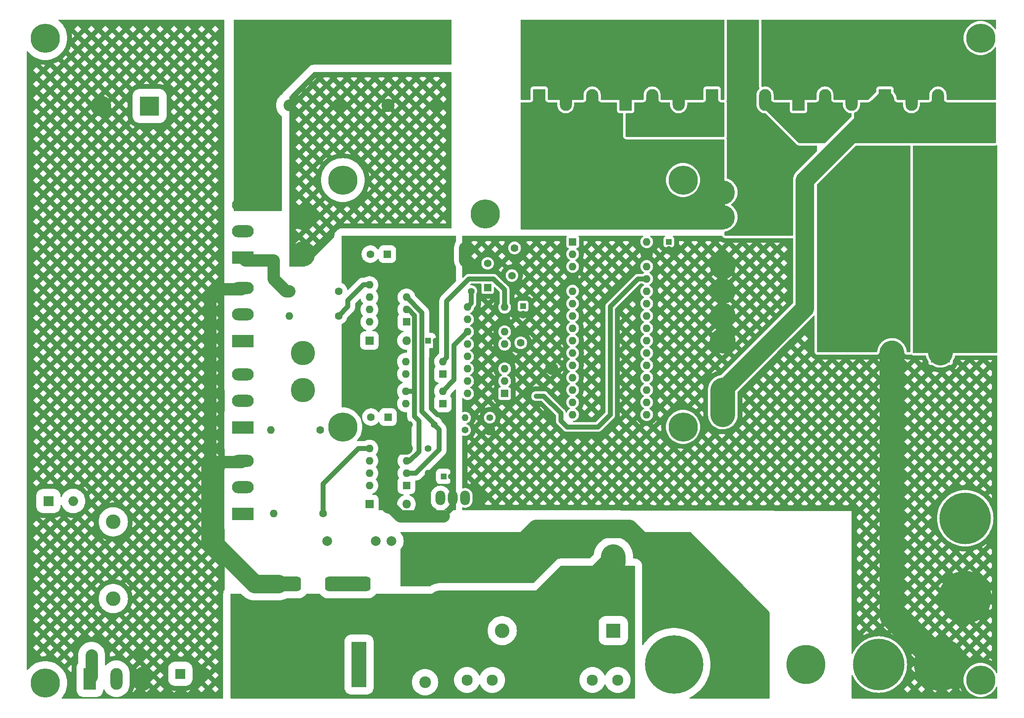
<source format=gbr>
%TF.GenerationSoftware,KiCad,Pcbnew,7.0.2*%
%TF.CreationDate,2023-08-05T13:01:46+02:00*%
%TF.ProjectId,supersmymps v2,73757065-7273-46d7-996d-70732076322e,rev?*%
%TF.SameCoordinates,Original*%
%TF.FileFunction,Copper,L2,Bot*%
%TF.FilePolarity,Positive*%
%FSLAX46Y46*%
G04 Gerber Fmt 4.6, Leading zero omitted, Abs format (unit mm)*
G04 Created by KiCad (PCBNEW 7.0.2) date 2023-08-05 13:01:46*
%MOMM*%
%LPD*%
G01*
G04 APERTURE LIST*
G04 Aperture macros list*
%AMRoundRect*
0 Rectangle with rounded corners*
0 $1 Rounding radius*
0 $2 $3 $4 $5 $6 $7 $8 $9 X,Y pos of 4 corners*
0 Add a 4 corners polygon primitive as box body*
4,1,4,$2,$3,$4,$5,$6,$7,$8,$9,$2,$3,0*
0 Add four circle primitives for the rounded corners*
1,1,$1+$1,$2,$3*
1,1,$1+$1,$4,$5*
1,1,$1+$1,$6,$7*
1,1,$1+$1,$8,$9*
0 Add four rect primitives between the rounded corners*
20,1,$1+$1,$2,$3,$4,$5,0*
20,1,$1+$1,$4,$5,$6,$7,0*
20,1,$1+$1,$6,$7,$8,$9,0*
20,1,$1+$1,$8,$9,$2,$3,0*%
G04 Aperture macros list end*
%TA.AperFunction,ComponentPad*%
%ADD10R,4.000000X4.000000*%
%TD*%
%TA.AperFunction,ComponentPad*%
%ADD11C,4.000000*%
%TD*%
%TA.AperFunction,ComponentPad*%
%ADD12C,5.000000*%
%TD*%
%TA.AperFunction,ComponentPad*%
%ADD13C,1.400000*%
%TD*%
%TA.AperFunction,ComponentPad*%
%ADD14O,1.400000X1.400000*%
%TD*%
%TA.AperFunction,ComponentPad*%
%ADD15C,0.800000*%
%TD*%
%TA.AperFunction,ComponentPad*%
%ADD16C,6.000000*%
%TD*%
%TA.AperFunction,ComponentPad*%
%ADD17R,2.500000X4.500000*%
%TD*%
%TA.AperFunction,ComponentPad*%
%ADD18O,2.500000X4.500000*%
%TD*%
%TA.AperFunction,ComponentPad*%
%ADD19C,1.600000*%
%TD*%
%TA.AperFunction,ComponentPad*%
%ADD20O,1.600000X1.600000*%
%TD*%
%TA.AperFunction,ComponentPad*%
%ADD21C,2.300000*%
%TD*%
%TA.AperFunction,ComponentPad*%
%ADD22C,2.400000*%
%TD*%
%TA.AperFunction,ComponentPad*%
%ADD23C,12.000000*%
%TD*%
%TA.AperFunction,ComponentPad*%
%ADD24R,4.500000X2.500000*%
%TD*%
%TA.AperFunction,ComponentPad*%
%ADD25O,4.500000X2.500000*%
%TD*%
%TA.AperFunction,ComponentPad*%
%ADD26C,8.000000*%
%TD*%
%TA.AperFunction,ComponentPad*%
%ADD27R,1.200000X1.200000*%
%TD*%
%TA.AperFunction,ComponentPad*%
%ADD28C,1.200000*%
%TD*%
%TA.AperFunction,ComponentPad*%
%ADD29R,1.600000X1.600000*%
%TD*%
%TA.AperFunction,ComponentPad*%
%ADD30C,10.600000*%
%TD*%
%TA.AperFunction,ComponentPad*%
%ADD31R,1.560000X1.560000*%
%TD*%
%TA.AperFunction,ComponentPad*%
%ADD32C,1.560000*%
%TD*%
%TA.AperFunction,ComponentPad*%
%ADD33R,3.000000X3.000000*%
%TD*%
%TA.AperFunction,ComponentPad*%
%ADD34C,3.000000*%
%TD*%
%TA.AperFunction,ComponentPad*%
%ADD35R,2.000000X2.000000*%
%TD*%
%TA.AperFunction,ComponentPad*%
%ADD36C,2.000000*%
%TD*%
%TA.AperFunction,ComponentPad*%
%ADD37R,1.800000X1.800000*%
%TD*%
%TA.AperFunction,ComponentPad*%
%ADD38O,1.800000X1.800000*%
%TD*%
%TA.AperFunction,ComponentPad*%
%ADD39O,2.000000X2.000000*%
%TD*%
%TA.AperFunction,WasherPad*%
%ADD40C,6.000000*%
%TD*%
%TA.AperFunction,ComponentPad*%
%ADD41R,3.010000X9.360000*%
%TD*%
%TA.AperFunction,ComponentPad*%
%ADD42RoundRect,0.752500X3.927500X0.752500X-3.927500X0.752500X-3.927500X-0.752500X3.927500X-0.752500X0*%
%TD*%
%TA.AperFunction,ComponentPad*%
%ADD43R,2.000000X3.000000*%
%TD*%
%TA.AperFunction,ComponentPad*%
%ADD44O,2.000000X3.000000*%
%TD*%
%TA.AperFunction,ViaPad*%
%ADD45C,0.800000*%
%TD*%
%TA.AperFunction,Conductor*%
%ADD46C,1.000000*%
%TD*%
%TA.AperFunction,Conductor*%
%ADD47C,3.810000*%
%TD*%
%TA.AperFunction,Conductor*%
%ADD48C,5.080000*%
%TD*%
%TA.AperFunction,Conductor*%
%ADD49C,2.540000*%
%TD*%
G04 APERTURE END LIST*
D10*
%TO.P,C8,1*%
%TO.N,300V clean*%
X45240000Y-37780000D03*
D11*
%TO.P,C8,2*%
%TO.N,GND*%
X35240000Y-37780000D03*
%TD*%
D12*
%TO.P,L2,1,1*%
%TO.N,Net-(D9-A)*%
X169580000Y-61910000D03*
%TO.P,L2,2,2*%
%TO.N,VBUS*%
X185380000Y-61910000D03*
%TD*%
D13*
%TO.P,R4,1*%
%TO.N,Net-(U2-E2)*%
X110170000Y-104455000D03*
D14*
%TO.P,R4,2*%
%TO.N,GND1*%
X115250000Y-104455000D03*
%TD*%
D15*
%TO.P,REF\u002A\u002A,1*%
%TO.N,N/C*%
X213965000Y-155890000D03*
X214624010Y-154299010D03*
X214624010Y-157480990D03*
X216215000Y-153640000D03*
D16*
X216215000Y-155890000D03*
D15*
X216215000Y-158140000D03*
X217805990Y-154299010D03*
X217805990Y-157480990D03*
X218465000Y-155890000D03*
%TD*%
D13*
%TO.P,R6,1*%
%TO.N,Net-(U5-HIN)*%
X102550000Y-108265000D03*
D14*
%TO.P,R6,2*%
%TO.N,GNDD*%
X102550000Y-113345000D03*
%TD*%
D13*
%TO.P,R5,1*%
%TO.N,Net-(U2-E1)*%
X111440000Y-75880000D03*
D14*
%TO.P,R5,2*%
%TO.N,GND1*%
X111440000Y-70800000D03*
%TD*%
D17*
%TO.P,D6,1,K*%
%TO.N,Net-(T1-SD)*%
X196530000Y-36510000D03*
D18*
%TO.P,D6,2,A*%
%TO.N,Net-(D6-A)*%
X201980000Y-36510000D03*
%TO.P,D6,3,K*%
%TO.N,Net-(T1-SD)*%
X207430000Y-36510000D03*
%TD*%
D19*
%TO.P,R11,1*%
%TO.N,Net-(U6-LO)*%
X80960000Y-121600000D03*
D20*
%TO.P,R11,2*%
%TO.N,Net-(Q5-G)*%
X70800000Y-121600000D03*
%TD*%
D19*
%TO.P,C5,1*%
%TO.N,Net-(U2-CT)*%
X121600000Y-86508000D03*
%TO.P,C5,2*%
%TO.N,GND1*%
X121600000Y-84008000D03*
%TD*%
D21*
%TO.P,F1,1*%
%TO.N,AC*%
X141545000Y-155890000D03*
X136345000Y-155890000D03*
%TO.P,F1,2*%
%TO.N,Net-(C2-Pad1)*%
X115745000Y-155890000D03*
X110545000Y-155890000D03*
%TD*%
D15*
%TO.P,REF\u002A\u002A,1*%
%TO.N,N/C*%
X213965000Y-23810000D03*
X214624010Y-22219010D03*
X214624010Y-25400990D03*
X216215000Y-21560000D03*
D16*
X216215000Y-23810000D03*
D15*
X216215000Y-26060000D03*
X217805990Y-22219010D03*
X217805990Y-25400990D03*
X218465000Y-23810000D03*
%TD*%
D22*
%TO.P,C16,1*%
%TO.N,Net-(Q2-S)*%
X73975000Y-22660000D03*
%TO.P,C16,2*%
%TO.N,Net-(T1-AA)*%
X73975000Y-37660000D03*
%TD*%
D23*
%TO.P,H2,1,1*%
%TO.N,NEUT*%
X166685000Y-152715000D03*
%TD*%
D24*
%TO.P,Q3,1,G*%
%TO.N,Net-(Q3-G)*%
X64450000Y-86145000D03*
D25*
%TO.P,Q3,2,D*%
%TO.N,Net-(Q2-S)*%
X64450000Y-80695000D03*
%TO.P,Q3,3,S*%
%TO.N,GND*%
X64450000Y-75245000D03*
%TD*%
D26*
%TO.P,H3,1,1*%
%TO.N,Earth*%
X180235000Y-152715000D03*
%TD*%
D27*
%TO.P,C10,1*%
%TO.N,+12VA*%
X105725000Y-113980000D03*
D28*
%TO.P,C10,2*%
%TO.N,GNDD*%
X107225000Y-113980000D03*
%TD*%
D27*
%TO.P,C1,1*%
%TO.N,+12V*%
X122108000Y-78952000D03*
D28*
%TO.P,C1,2*%
%TO.N,GND1*%
X122108000Y-80452000D03*
%TD*%
D29*
%TO.P,U5,1,VCC*%
%TO.N,+12VA*%
X98095000Y-82220000D03*
D20*
%TO.P,U5,2,HIN*%
%TO.N,Net-(U5-HIN)*%
X98095000Y-79680000D03*
%TO.P,U5,3,LIN*%
%TO.N,Net-(U5-LIN)*%
X98095000Y-77140000D03*
%TO.P,U5,4,COM*%
%TO.N,GNDD*%
X98095000Y-74600000D03*
%TO.P,U5,5,LO*%
%TO.N,Net-(U5-LO)*%
X90475000Y-74600000D03*
%TO.P,U5,6,VS*%
%TO.N,Net-(Q2-S)*%
X90475000Y-77140000D03*
%TO.P,U5,7,HO*%
%TO.N,Net-(U5-HO)*%
X90475000Y-79680000D03*
%TO.P,U5,8,VB*%
%TO.N,Net-(D3-K)*%
X90475000Y-82220000D03*
%TD*%
D24*
%TO.P,Q4,1,G*%
%TO.N,Net-(Q4-G)*%
X64450000Y-103925000D03*
D25*
%TO.P,Q4,2,D*%
%TO.N,300V clean*%
X64450000Y-98475000D03*
%TO.P,Q4,3,S*%
%TO.N,Net-(Q4-S)*%
X64450000Y-93025000D03*
%TD*%
D19*
%TO.P,R3,1*%
%TO.N,GND*%
X43495000Y-150810000D03*
D20*
%TO.P,R3,2*%
%TO.N,PFC1*%
X33335000Y-150810000D03*
%TD*%
D29*
%TO.P,C12,1*%
%TO.N,Net-(D4-K)*%
X94296651Y-101788000D03*
D19*
%TO.P,C12,2*%
%TO.N,Net-(Q4-S)*%
X90796651Y-101788000D03*
%TD*%
D10*
%TO.P,C17,1*%
%TO.N,VBUS*%
X197960000Y-58100000D03*
D11*
%TO.P,C17,2*%
%TO.N,Net-(C17-Pad2)*%
X207960000Y-58100000D03*
%TD*%
D19*
%TO.P,R10,1*%
%TO.N,Net-(U6-HO)*%
X80325000Y-104455000D03*
D20*
%TO.P,R10,2*%
%TO.N,Net-(Q4-G)*%
X70165000Y-104455000D03*
%TD*%
D10*
%TO.P,C18,1*%
%TO.N,Net-(C17-Pad2)*%
X207960000Y-88580000D03*
D11*
%TO.P,C18,2*%
%TO.N,GND1*%
X197960000Y-88580000D03*
%TD*%
D29*
%TO.P,A1,1,D1/TX*%
%TO.N,unconnected-(A1-D1{slash}TX-Pad1)*%
X132278000Y-65720000D03*
D20*
%TO.P,A1,2,D0/RX*%
%TO.N,unconnected-(A1-D0{slash}RX-Pad2)*%
X132278000Y-68260000D03*
%TO.P,A1,3,~{RESET}*%
%TO.N,unconnected-(A1-~{RESET}-Pad3)*%
X132278000Y-70800000D03*
%TO.P,A1,4,GND*%
%TO.N,GND1*%
X132278000Y-73340000D03*
%TO.P,A1,5,D2*%
%TO.N,unconnected-(A1-D2-Pad5)*%
X132278000Y-75880000D03*
%TO.P,A1,6,D3*%
%TO.N,unconnected-(A1-D3-Pad6)*%
X132278000Y-78420000D03*
%TO.P,A1,7,D4*%
%TO.N,unconnected-(A1-D4-Pad7)*%
X132278000Y-80960000D03*
%TO.P,A1,8,D5*%
%TO.N,unconnected-(A1-D5-Pad8)*%
X132278000Y-83500000D03*
%TO.P,A1,9,D6*%
%TO.N,unconnected-(A1-D6-Pad9)*%
X132278000Y-86040000D03*
%TO.P,A1,10,D7*%
%TO.N,unconnected-(A1-D7-Pad10)*%
X132278000Y-88580000D03*
%TO.P,A1,11,D8*%
%TO.N,unconnected-(A1-D8-Pad11)*%
X132278000Y-91120000D03*
%TO.P,A1,12,D9*%
%TO.N,unconnected-(A1-D9-Pad12)*%
X132278000Y-93660000D03*
%TO.P,A1,13,D10*%
%TO.N,unconnected-(A1-D10-Pad13)*%
X132278000Y-96200000D03*
%TO.P,A1,14,D11*%
%TO.N,unconnected-(A1-D11-Pad14)*%
X132278000Y-98740000D03*
%TO.P,A1,15,D12*%
%TO.N,unconnected-(A1-D12-Pad15)*%
X132278000Y-101280000D03*
%TO.P,A1,16,D13*%
%TO.N,unconnected-(A1-D13-Pad16)*%
X147518000Y-101280000D03*
%TO.P,A1,17,3V3*%
%TO.N,unconnected-(A1-3V3-Pad17)*%
X147518000Y-98740000D03*
%TO.P,A1,18,AREF*%
%TO.N,unconnected-(A1-AREF-Pad18)*%
X147518000Y-96200000D03*
%TO.P,A1,19,A0*%
%TO.N,unconnected-(A1-A0-Pad19)*%
X147518000Y-93660000D03*
%TO.P,A1,20,A1*%
%TO.N,unconnected-(A1-A1-Pad20)*%
X147518000Y-91120000D03*
%TO.P,A1,21,A2*%
%TO.N,unconnected-(A1-A2-Pad21)*%
X147518000Y-88580000D03*
%TO.P,A1,22,A3*%
%TO.N,unconnected-(A1-A3-Pad22)*%
X147518000Y-86040000D03*
%TO.P,A1,23,A4*%
%TO.N,Net-(A1-A4)*%
X147518000Y-83500000D03*
%TO.P,A1,24,A5*%
%TO.N,Net-(A1-A5)*%
X147518000Y-80960000D03*
%TO.P,A1,25,A6*%
%TO.N,unconnected-(A1-A6-Pad25)*%
X147518000Y-78420000D03*
%TO.P,A1,26,A7*%
%TO.N,unconnected-(A1-A7-Pad26)*%
X147518000Y-75880000D03*
%TO.P,A1,27,+5V*%
%TO.N,+5V*%
X147518000Y-73340000D03*
%TO.P,A1,28,~{RESET}*%
%TO.N,unconnected-(A1-~{RESET}-Pad28)*%
X147518000Y-70800000D03*
%TO.P,A1,29,GND*%
%TO.N,GND1*%
X147518000Y-68260000D03*
%TO.P,A1,30,VIN*%
%TO.N,+12V*%
X147518000Y-65720000D03*
%TD*%
D29*
%TO.P,U4,1*%
%TO.N,REF*%
X105588000Y-92903000D03*
D20*
%TO.P,U4,2*%
%TO.N,Net-(U2-C1)*%
X105588000Y-90363000D03*
%TO.P,U4,3*%
%TO.N,Net-(U5-LIN)*%
X97968000Y-90363000D03*
%TO.P,U4,4*%
%TO.N,+12VA*%
X97968000Y-92903000D03*
%TD*%
D23*
%TO.P,H1,1,1*%
%TO.N,AC*%
X153135000Y-152715000D03*
%TD*%
D30*
%TO.P,H7,1,1*%
%TO.N,GND1*%
X213040000Y-138872000D03*
%TD*%
D13*
%TO.P,R7,1*%
%TO.N,Net-(U5-LIN)*%
X103820000Y-103312000D03*
D14*
%TO.P,R7,2*%
%TO.N,GNDD*%
X98740000Y-103312000D03*
%TD*%
D24*
%TO.P,Q5,1,G*%
%TO.N,Net-(Q5-G)*%
X64450000Y-121705000D03*
D25*
%TO.P,Q5,2,D*%
%TO.N,Net-(Q4-S)*%
X64450000Y-116255000D03*
%TO.P,Q5,3,S*%
%TO.N,GND*%
X64450000Y-110805000D03*
%TD*%
D19*
%TO.P,R1,1*%
%TO.N,Net-(R1-Pad1)*%
X120330000Y-66990000D03*
D20*
%TO.P,R1,2*%
%TO.N,GND1*%
X110170000Y-66990000D03*
%TD*%
D31*
%TO.P,RV1,1,1*%
%TO.N,unconnected-(RV1-Pad1)*%
X114788000Y-75165000D03*
D32*
%TO.P,RV1,2,2*%
%TO.N,Net-(U2-RT)*%
X119788000Y-72665000D03*
%TO.P,RV1,3,3*%
%TO.N,Net-(R1-Pad1)*%
X114788000Y-70165000D03*
%TD*%
D13*
%TO.P,R2,1*%
%TO.N,+12V*%
X115250000Y-101915000D03*
D14*
%TO.P,R2,2*%
%TO.N,Net-(U2-OUTCTRL)*%
X110170000Y-101915000D03*
%TD*%
D22*
%TO.P,C13,1*%
%TO.N,Net-(Q2-S)*%
X104455000Y-22660000D03*
%TO.P,C13,2*%
%TO.N,Net-(T1-AA)*%
X104455000Y-37660000D03*
%TD*%
D30*
%TO.P,H6,1,1*%
%TO.N,VBUS*%
X213040000Y-122616000D03*
%TD*%
D27*
%TO.P,C7,1*%
%TO.N,+12V*%
X152080000Y-65720000D03*
D28*
%TO.P,C7,2*%
%TO.N,GND1*%
X152080000Y-67220000D03*
%TD*%
D17*
%TO.P,Q1,1,G*%
%TO.N,PFC1*%
X32976000Y-155636000D03*
D18*
%TO.P,Q1,2,D*%
%TO.N,Net-(D2-A)*%
X38426000Y-155636000D03*
%TO.P,Q1,3,S*%
%TO.N,GND*%
X43876000Y-155636000D03*
%TD*%
D33*
%TO.P,FL1,1,1*%
%TO.N,Net-(C2-Pad1)*%
X140650000Y-145730000D03*
D34*
%TO.P,FL1,2,2*%
%TO.N,Net-(D1-Pad2)*%
X140650000Y-130490000D03*
%TO.P,FL1,3,3*%
%TO.N,NEUT*%
X117790000Y-130490000D03*
%TO.P,FL1,4,4*%
%TO.N,Net-(D1-Pad4)*%
X117790000Y-145730000D03*
%TD*%
D35*
%TO.P,C6,1*%
%TO.N,Net-(D1-+)*%
X51576000Y-154620000D03*
D36*
%TO.P,C6,2*%
%TO.N,GND*%
X56576000Y-154620000D03*
%TD*%
D29*
%TO.P,U2,1,1IN+*%
%TO.N,unconnected-(U2-1IN+-Pad1)*%
X118288000Y-96947000D03*
D20*
%TO.P,U2,2,1IN-*%
%TO.N,unconnected-(U2-1IN--Pad2)*%
X118288000Y-94407000D03*
%TO.P,U2,3,FB*%
%TO.N,unconnected-(U2-FB-Pad3)*%
X118288000Y-91867000D03*
%TO.P,U2,4,DTC*%
%TO.N,GND1*%
X118288000Y-89327000D03*
%TO.P,U2,5,CT*%
%TO.N,Net-(U2-CT)*%
X118288000Y-86787000D03*
%TO.P,U2,6,RT*%
%TO.N,Net-(U2-RT)*%
X118288000Y-84247000D03*
%TO.P,U2,7,GND*%
%TO.N,GND1*%
X118288000Y-81707000D03*
%TO.P,U2,8,C1*%
%TO.N,Net-(U2-C1)*%
X118288000Y-79167000D03*
%TO.P,U2,9,E1*%
%TO.N,Net-(U2-E1)*%
X110668000Y-79167000D03*
%TO.P,U2,10,E2*%
%TO.N,Net-(U2-E2)*%
X110668000Y-81707000D03*
%TO.P,U2,11,C2*%
%TO.N,Net-(U2-C2)*%
X110668000Y-84247000D03*
%TO.P,U2,12,VCC*%
%TO.N,+12V*%
X110668000Y-86787000D03*
%TO.P,U2,13,OUTCTRL*%
%TO.N,Net-(U2-OUTCTRL)*%
X110668000Y-89327000D03*
%TO.P,U2,14,REF*%
%TO.N,REF*%
X110668000Y-91867000D03*
%TO.P,U2,15,2IN-*%
%TO.N,unconnected-(U2-2IN--Pad15)*%
X110668000Y-94407000D03*
%TO.P,U2,16,2IN+*%
%TO.N,unconnected-(U2-2IN+-Pad16)*%
X110668000Y-96947000D03*
%TD*%
D19*
%TO.P,R9,1*%
%TO.N,Net-(U5-LO)*%
X84135000Y-80960000D03*
D20*
%TO.P,R9,2*%
%TO.N,Net-(Q3-G)*%
X73975000Y-80960000D03*
%TD*%
D37*
%TO.P,D4,1,K*%
%TO.N,Net-(D4-K)*%
X90485000Y-119695000D03*
D38*
%TO.P,D4,2,A*%
%TO.N,+12VA*%
X98105000Y-119695000D03*
%TD*%
D29*
%TO.P,U3,1*%
%TO.N,REF*%
X105588000Y-98999000D03*
D20*
%TO.P,U3,2*%
%TO.N,Net-(U2-C2)*%
X105588000Y-96459000D03*
%TO.P,U3,3*%
%TO.N,Net-(U5-HIN)*%
X97968000Y-96459000D03*
%TO.P,U3,4*%
%TO.N,+12VA*%
X97968000Y-98999000D03*
%TD*%
D29*
%TO.P,C11,1*%
%TO.N,Net-(D3-K)*%
X94168000Y-68260000D03*
D19*
%TO.P,C11,2*%
%TO.N,Net-(Q2-S)*%
X90668000Y-68260000D03*
%TD*%
D36*
%TO.P,C3,1*%
%TO.N,NEUT*%
X105010000Y-127315000D03*
%TO.P,C3,2*%
%TO.N,Earth*%
X95010000Y-127315000D03*
%TD*%
%TO.P,C4,1*%
%TO.N,Net-(C2-Pad1)*%
X81755000Y-127315000D03*
%TO.P,C4,2*%
%TO.N,Earth*%
X91755000Y-127315000D03*
%TD*%
D29*
%TO.P,U6,1,VCC*%
%TO.N,+12VA*%
X98095000Y-115875000D03*
D20*
%TO.P,U6,2,HIN*%
%TO.N,Net-(U5-LIN)*%
X98095000Y-113335000D03*
%TO.P,U6,3,LIN*%
%TO.N,Net-(U5-HIN)*%
X98095000Y-110795000D03*
%TO.P,U6,4,COM*%
%TO.N,GNDD*%
X98095000Y-108255000D03*
%TO.P,U6,5,LO*%
%TO.N,Net-(U6-LO)*%
X90475000Y-108255000D03*
%TO.P,U6,6,VS*%
%TO.N,Net-(Q4-S)*%
X90475000Y-110795000D03*
%TO.P,U6,7,HO*%
%TO.N,Net-(U6-HO)*%
X90475000Y-113335000D03*
%TO.P,U6,8,VB*%
%TO.N,Net-(D4-K)*%
X90475000Y-115875000D03*
%TD*%
D22*
%TO.P,C2,1*%
%TO.N,Net-(C2-Pad1)*%
X101915000Y-156345000D03*
%TO.P,C2,2*%
%TO.N,NEUT*%
X101915000Y-133845000D03*
%TD*%
%TO.P,C15,1*%
%TO.N,Net-(Q2-S)*%
X84135000Y-22660000D03*
%TO.P,C15,2*%
%TO.N,Net-(T1-AA)*%
X84135000Y-37660000D03*
%TD*%
D35*
%TO.P,D2,1,K*%
%TO.N,300V clean*%
X24445000Y-119060000D03*
D39*
%TO.P,D2,2,A*%
%TO.N,Net-(D2-A)*%
X29525000Y-119060000D03*
%TD*%
D30*
%TO.P,H4,1,1*%
%TO.N,GND1*%
X207960000Y-152715000D03*
%TD*%
D19*
%TO.P,R8,1*%
%TO.N,Net-(U5-HO)*%
X84135000Y-75880000D03*
D20*
%TO.P,R8,2*%
%TO.N,Net-(Q2-G)*%
X73975000Y-75880000D03*
%TD*%
D22*
%TO.P,C14,1*%
%TO.N,Net-(Q2-S)*%
X94295000Y-22660000D03*
%TO.P,C14,2*%
%TO.N,Net-(T1-AA)*%
X94295000Y-37660000D03*
%TD*%
D37*
%TO.P,D3,1,K*%
%TO.N,Net-(D3-K)*%
X90485000Y-86040000D03*
D38*
%TO.P,D3,2,A*%
%TO.N,+12VA*%
X98105000Y-86040000D03*
%TD*%
D15*
%TO.P,REF\u002A\u002A,1*%
%TO.N,N/C*%
X21560000Y-23810000D03*
X22219010Y-22219010D03*
X22219010Y-25400990D03*
X23810000Y-21560000D03*
D16*
X23810000Y-23810000D03*
D15*
X23810000Y-26060000D03*
X25400990Y-22219010D03*
X25400990Y-25400990D03*
X26060000Y-23810000D03*
%TD*%
D30*
%TO.P,H5,1,1*%
%TO.N,+12V*%
X195260000Y-152715000D03*
%TD*%
D40*
%TO.P,T1,*%
%TO.N,*%
X85000000Y-53020000D03*
X85000000Y-103820000D03*
X155000000Y-53020000D03*
X155000000Y-103820000D03*
D12*
%TO.P,T1,1,AA*%
%TO.N,Net-(T1-AA)*%
X76820000Y-60640000D03*
X76820000Y-68260000D03*
%TO.P,T1,2,AB*%
%TO.N,Net-(Q4-S)*%
X76820000Y-88580000D03*
X76820000Y-96200000D03*
%TO.P,T1,3,SA*%
%TO.N,Net-(T1-SA)*%
X163180000Y-55560000D03*
X163180000Y-60640000D03*
%TO.P,T1,4,SB*%
%TO.N,GND1*%
X163180000Y-70800000D03*
X163180000Y-75880000D03*
%TO.P,T1,5,SC*%
X163180000Y-80960000D03*
X163180000Y-86040000D03*
%TO.P,T1,6,SD*%
%TO.N,Net-(T1-SD)*%
X163180000Y-96200000D03*
X163180000Y-101280000D03*
%TD*%
D34*
%TO.P,L1,1,1*%
%TO.N,Net-(D1-+)*%
X37780000Y-123352000D03*
%TO.P,L1,2,2*%
%TO.N,Net-(D2-A)*%
X37780000Y-139152000D03*
%TD*%
D15*
%TO.P,REF\u002A\u002A,1*%
%TO.N,N/C*%
X21560000Y-156525000D03*
X22219010Y-154934010D03*
X22219010Y-158115990D03*
X23810000Y-154275000D03*
D16*
X23810000Y-156525000D03*
D15*
X23810000Y-158775000D03*
X25400990Y-154934010D03*
X25400990Y-158115990D03*
X26060000Y-156525000D03*
%TD*%
D41*
%TO.P,D1,1,+*%
%TO.N,Net-(D1-+)*%
X88340000Y-152715000D03*
D42*
%TO.P,D1,2*%
%TO.N,Net-(D1-Pad2)*%
X71740000Y-154215000D03*
%TO.P,D1,3,-*%
%TO.N,GND*%
X71740000Y-136115000D03*
%TO.P,D1,4*%
%TO.N,Net-(D1-Pad4)*%
X86040000Y-136115000D03*
%TD*%
D27*
%TO.P,C9,1*%
%TO.N,+12VA*%
X102550000Y-86040000D03*
D28*
%TO.P,C9,2*%
%TO.N,GNDD*%
X104050000Y-86040000D03*
%TD*%
D17*
%TO.P,D5,1,K*%
%TO.N,Net-(T1-SA)*%
X125410000Y-36510000D03*
D18*
%TO.P,D5,2,A*%
%TO.N,Net-(D5-A)*%
X130860000Y-36510000D03*
%TO.P,D5,3,K*%
%TO.N,Net-(T1-SA)*%
X136310000Y-36510000D03*
%TD*%
D24*
%TO.P,Q2,1,G*%
%TO.N,Net-(Q2-G)*%
X64450000Y-69000000D03*
D25*
%TO.P,Q2,2,D*%
%TO.N,300V clean*%
X64450000Y-63550000D03*
%TO.P,Q2,3,S*%
%TO.N,Net-(Q2-S)*%
X64450000Y-58100000D03*
%TD*%
D17*
%TO.P,D7,1,K*%
%TO.N,Net-(D5-A)*%
X143190000Y-36510000D03*
D18*
%TO.P,D7,2,A*%
%TO.N,Net-(D7-A)*%
X148640000Y-36510000D03*
%TO.P,D7,3,K*%
%TO.N,Net-(D5-A)*%
X154090000Y-36510000D03*
%TD*%
D17*
%TO.P,D8,1,K*%
%TO.N,Net-(D6-A)*%
X178750000Y-36510000D03*
D18*
%TO.P,D8,2,A*%
%TO.N,Net-(D8-A)*%
X184200000Y-36510000D03*
%TO.P,D8,3,K*%
%TO.N,Net-(D6-A)*%
X189650000Y-36510000D03*
%TD*%
D15*
%TO.P,REF\u002A\u002A,1*%
%TO.N,N/C*%
X112075000Y-60005000D03*
X112734010Y-58414010D03*
X112734010Y-61595990D03*
X114325000Y-57755000D03*
D16*
X114325000Y-60005000D03*
D15*
X114325000Y-62255000D03*
X115915990Y-58414010D03*
X115915990Y-61595990D03*
X116575000Y-60005000D03*
%TD*%
D17*
%TO.P,D9,1,K*%
%TO.N,Net-(D7-A)*%
X160970000Y-36510000D03*
D18*
%TO.P,D9,2,A*%
%TO.N,Net-(D9-A)*%
X166420000Y-36510000D03*
%TO.P,D9,3,K*%
%TO.N,Net-(D8-A)*%
X171870000Y-36510000D03*
%TD*%
D43*
%TO.P,U1,1,GNDIN*%
%TO.N,GND1*%
X112710000Y-118425000D03*
D44*
%TO.P,U1,2,12VIN*%
%TO.N,+12V*%
X110170000Y-118425000D03*
%TO.P,U1,3,GNDOUT*%
%TO.N,GNDD*%
X107630000Y-118425000D03*
%TO.P,U1,4,12VOUT*%
%TO.N,+12VA*%
X105090000Y-118425000D03*
%TD*%
D45*
%TO.N,Net-(T1-SD)*%
X180020000Y-65085000D03*
X180020000Y-79055000D03*
X180020000Y-53020000D03*
%TO.N,GND1*%
X127950000Y-91755000D03*
X127950000Y-101280000D03*
%TO.N,+5V*%
X124775000Y-97470000D03*
%TO.N,Net-(U5-LIN)*%
X101280000Y-90485000D03*
%TD*%
D46*
%TO.N,Net-(U6-LO)*%
X80960000Y-115504000D02*
X88209000Y-108255000D01*
X88209000Y-108255000D02*
X90475000Y-108255000D01*
X80960000Y-121600000D02*
X80960000Y-115504000D01*
%TO.N,Net-(U2-C2)*%
X107884000Y-87031000D02*
X110668000Y-84247000D01*
X107884000Y-94163000D02*
X107884000Y-87031000D01*
X105588000Y-96459000D02*
X107884000Y-94163000D01*
%TO.N,Net-(U2-C1)*%
X116012000Y-73340000D02*
X118288000Y-75616000D01*
X118288000Y-75616000D02*
X118288000Y-79167000D01*
X106360000Y-77912000D02*
X110932000Y-73340000D01*
X106360000Y-89591000D02*
X106360000Y-77912000D01*
X105588000Y-90363000D02*
X106360000Y-89591000D01*
X110932000Y-73340000D02*
X116012000Y-73340000D01*
%TO.N,Net-(U5-LIN)*%
X103820000Y-103185000D02*
X101280000Y-100645000D01*
X101280000Y-90485000D02*
X101280000Y-80325000D01*
X103820000Y-103312000D02*
X103820000Y-103185000D01*
X101280000Y-100645000D02*
X101280000Y-90485000D01*
X101280000Y-80325000D02*
X98095000Y-77140000D01*
%TO.N,Net-(T1-SA)*%
X163180000Y-60640000D02*
X163180000Y-55560000D01*
X136310000Y-36510000D02*
X136310000Y-40215000D01*
X145730000Y-60640000D02*
X163180000Y-60640000D01*
X125410000Y-39050000D02*
X125410000Y-36510000D01*
X136310000Y-40215000D02*
X134300000Y-42225000D01*
X128585000Y-42225000D02*
X125410000Y-39050000D01*
X134300000Y-49210000D02*
X145730000Y-60640000D01*
X134300000Y-42225000D02*
X128585000Y-42225000D01*
X134300000Y-42225000D02*
X134300000Y-49210000D01*
%TO.N,Net-(T1-SD)*%
X205420000Y-41590000D02*
X207430000Y-39580000D01*
D47*
X180020000Y-65085000D02*
X180020000Y-53020000D01*
X180020000Y-79055000D02*
X180020000Y-65085000D01*
X163180000Y-96200000D02*
X180020000Y-79360000D01*
D48*
X163180000Y-96200000D02*
X163180000Y-101280000D01*
D46*
X207430000Y-39580000D02*
X207430000Y-36510000D01*
X199070000Y-41590000D02*
X205420000Y-41590000D01*
X196530000Y-36510000D02*
X196530000Y-39050000D01*
D47*
X180020000Y-53020000D02*
X196530000Y-36510000D01*
D46*
X196530000Y-39050000D02*
X199070000Y-41590000D01*
D47*
X180020000Y-79360000D02*
X180020000Y-79055000D01*
D49*
%TO.N,GND*%
X64185000Y-75510000D02*
X64450000Y-75245000D01*
X59110000Y-75510000D02*
X64185000Y-75510000D01*
X64450000Y-110805000D02*
X64185000Y-111070000D01*
D47*
X66900000Y-136115000D02*
X57785000Y-127000000D01*
X57785000Y-127000000D02*
X57785000Y-111125000D01*
X71740000Y-136115000D02*
X66900000Y-136115000D01*
D49*
X64185000Y-111070000D02*
X57840000Y-111070000D01*
X57840000Y-111070000D02*
X57785000Y-111125000D01*
X57785000Y-111125000D02*
X57785000Y-76835000D01*
X57785000Y-76835000D02*
X59110000Y-75510000D01*
%TO.N,Net-(Q2-G)*%
X70800000Y-69530000D02*
X64980000Y-69530000D01*
X70800000Y-73340000D02*
X70800000Y-69530000D01*
X64980000Y-69530000D02*
X64450000Y-69000000D01*
X73340000Y-75880000D02*
X70800000Y-73340000D01*
X73975000Y-75880000D02*
X73340000Y-75880000D01*
D48*
%TO.N,GND1*%
X197960000Y-142715000D02*
X197960000Y-88580000D01*
X207960000Y-152715000D02*
X197960000Y-142715000D01*
D49*
X110170000Y-69530000D02*
X111440000Y-70800000D01*
X110170000Y-66990000D02*
X110170000Y-69530000D01*
D48*
%TO.N,VBUS*%
X185380000Y-61910000D02*
X189190000Y-58100000D01*
X189190000Y-58100000D02*
X197960000Y-58100000D01*
D46*
%TO.N,Net-(D6-A)*%
X197165000Y-26985000D02*
X201980000Y-31800000D01*
X184465000Y-26985000D02*
X189545000Y-26985000D01*
X189650000Y-27090000D02*
X189545000Y-26985000D01*
X189545000Y-26985000D02*
X197165000Y-26985000D01*
X178750000Y-32700000D02*
X184465000Y-26985000D01*
X178750000Y-36510000D02*
X178750000Y-32700000D01*
X201980000Y-31800000D02*
X201980000Y-36510000D01*
X189650000Y-36510000D02*
X189650000Y-27090000D01*
D48*
%TO.N,Net-(C17-Pad2)*%
X207960000Y-88580000D02*
X207960000Y-58100000D01*
D46*
%TO.N,+5V*%
X137475000Y-103820000D02*
X140015000Y-101280000D01*
X126362500Y-97470000D02*
X129855000Y-100962500D01*
X145730000Y-73340000D02*
X147518000Y-73340000D01*
X140015000Y-101280000D02*
X140015000Y-79055000D01*
X129855000Y-102550000D02*
X131125000Y-103820000D01*
X140015000Y-79055000D02*
X145730000Y-73340000D01*
X131125000Y-103820000D02*
X137475000Y-103820000D01*
X124775000Y-97470000D02*
X126362500Y-97470000D01*
X129855000Y-100962500D02*
X129855000Y-102550000D01*
D48*
%TO.N,Net-(D1-Pad2)*%
X132390000Y-140015000D02*
X140650000Y-131755000D01*
X102550000Y-142555000D02*
X105090000Y-140015000D01*
X105090000Y-140015000D02*
X132390000Y-140015000D01*
X71740000Y-149375000D02*
X78560000Y-142555000D01*
X71740000Y-154215000D02*
X71740000Y-149375000D01*
X140650000Y-131755000D02*
X140650000Y-130490000D01*
X78560000Y-142555000D02*
X102550000Y-142555000D01*
D46*
%TO.N,Net-(D5-A)*%
X143190000Y-36510000D02*
X143190000Y-26985000D01*
X148905000Y-26985000D02*
X143190000Y-26985000D01*
X154090000Y-32170000D02*
X148905000Y-26985000D01*
X135570000Y-26985000D02*
X130860000Y-31695000D01*
X143190000Y-26985000D02*
X135570000Y-26985000D01*
X154090000Y-36510000D02*
X154090000Y-32170000D01*
X130860000Y-31695000D02*
X130860000Y-36510000D01*
%TO.N,Net-(D7-A)*%
X149540000Y-40955000D02*
X148640000Y-40055000D01*
X160970000Y-36510000D02*
X156525000Y-40955000D01*
X156525000Y-40955000D02*
X149540000Y-40955000D01*
X148640000Y-40055000D02*
X148640000Y-36510000D01*
%TO.N,Net-(D8-A)*%
X181290000Y-41590000D02*
X184200000Y-38680000D01*
X184200000Y-38680000D02*
X184200000Y-36510000D01*
X176210000Y-41590000D02*
X181290000Y-41590000D01*
X171870000Y-36510000D02*
X171870000Y-37250000D01*
X171870000Y-37250000D02*
X176210000Y-41590000D01*
D49*
%TO.N,PFC1*%
X33335000Y-155277000D02*
X32976000Y-155636000D01*
X33335000Y-150810000D02*
X33335000Y-155277000D01*
D47*
%TO.N,NEUT*%
X121595000Y-127950000D02*
X124770000Y-124775000D01*
D48*
X166685000Y-152715000D02*
X166685000Y-147635000D01*
X103365000Y-132395000D02*
X101915000Y-133845000D01*
X166685000Y-147635000D02*
X147000000Y-127950000D01*
X121595000Y-127950000D02*
X120330000Y-127950000D01*
D47*
X143825000Y-124775000D02*
X147000000Y-127950000D01*
D48*
X120330000Y-127950000D02*
X115885000Y-132395000D01*
D47*
X124770000Y-124775000D02*
X143825000Y-124775000D01*
D48*
X115885000Y-132395000D02*
X103365000Y-132395000D01*
D46*
%TO.N,Net-(U5-LO)*%
X89225000Y-74600000D02*
X86040000Y-77785000D01*
X90475000Y-74600000D02*
X89225000Y-74600000D01*
X86040000Y-79055000D02*
X84135000Y-80960000D01*
X86040000Y-77785000D02*
X86040000Y-79055000D01*
%TO.N,GNDD*%
X107630000Y-102550000D02*
X107630000Y-118425000D01*
X107630000Y-118425000D02*
X107630000Y-120330000D01*
D49*
X94295000Y-109535000D02*
X95575000Y-108255000D01*
X96835000Y-122235000D02*
X94930000Y-120330000D01*
X94295000Y-120330000D02*
X94295000Y-109535000D01*
D46*
X103185000Y-89680000D02*
X103185000Y-100010000D01*
X104050000Y-86040000D02*
X104050000Y-88815000D01*
X104455000Y-101280000D02*
X106360000Y-101280000D01*
X106360000Y-101280000D02*
X107630000Y-102550000D01*
D49*
X94930000Y-120330000D02*
X94295000Y-120330000D01*
D46*
X103185000Y-100010000D02*
X104455000Y-101280000D01*
X107630000Y-120330000D02*
X105725000Y-122235000D01*
D49*
X95575000Y-108255000D02*
X98095000Y-108255000D01*
X105725000Y-122235000D02*
X96835000Y-122235000D01*
D46*
X104050000Y-88815000D02*
X103185000Y-89680000D01*
%TO.N,Net-(U2-E1)*%
X111440000Y-75880000D02*
X111440000Y-78395000D01*
X111440000Y-78395000D02*
X110668000Y-79167000D01*
%TO.N,Net-(U5-HIN)*%
X99756000Y-101661000D02*
X100645000Y-102550000D01*
X100645000Y-102550000D02*
X100645000Y-108900000D01*
X99750000Y-94168000D02*
X99750000Y-92644000D01*
X98750000Y-110795000D02*
X98095000Y-110795000D01*
X99491000Y-96459000D02*
X99750000Y-96200000D01*
X100645000Y-108900000D02*
X98750000Y-110795000D01*
X99750000Y-96200000D02*
X99750000Y-94168000D01*
X99750000Y-80875000D02*
X98555000Y-79680000D01*
X98555000Y-79680000D02*
X98095000Y-79680000D01*
X97968000Y-96459000D02*
X99756000Y-96459000D01*
X99750000Y-94168000D02*
X99750000Y-80875000D01*
X99756000Y-96459000D02*
X99756000Y-101661000D01*
X99750000Y-92644000D02*
X99750000Y-90104000D01*
X97968000Y-96459000D02*
X99491000Y-96459000D01*
%TO.N,Net-(U5-LIN)*%
X98095000Y-113335000D02*
X100020000Y-113335000D01*
X104836000Y-108519000D02*
X104836000Y-104328000D01*
X104836000Y-104328000D02*
X103820000Y-103312000D01*
X100020000Y-113335000D02*
X104836000Y-108519000D01*
%TD*%
%TA.AperFunction,Conductor*%
%TO.N,Net-(D5-A)*%
G36*
X163453039Y-20020185D02*
G01*
X163498794Y-20072989D01*
X163510000Y-20124500D01*
X163510000Y-36386000D01*
X163490315Y-36453039D01*
X163437511Y-36498794D01*
X163386000Y-36510000D01*
X162844499Y-36510000D01*
X162777460Y-36490315D01*
X162731705Y-36437511D01*
X162720499Y-36386000D01*
X162720499Y-34215439D01*
X162720499Y-34212128D01*
X162714091Y-34152517D01*
X162663796Y-34017669D01*
X162577546Y-33902454D01*
X162462331Y-33816204D01*
X162327483Y-33765909D01*
X162267873Y-33759500D01*
X162264550Y-33759500D01*
X159675439Y-33759500D01*
X159675420Y-33759500D01*
X159672128Y-33759501D01*
X159668848Y-33759853D01*
X159668840Y-33759854D01*
X159612515Y-33765909D01*
X159477669Y-33816204D01*
X159362454Y-33902454D01*
X159276204Y-34017668D01*
X159225910Y-34152515D01*
X159225909Y-34152517D01*
X159219500Y-34212127D01*
X159219500Y-34215448D01*
X159219500Y-34215449D01*
X159219500Y-36386000D01*
X159199815Y-36453039D01*
X159147011Y-36498794D01*
X159095500Y-36510000D01*
X150514500Y-36510000D01*
X150447461Y-36490315D01*
X150401706Y-36437511D01*
X150390500Y-36386000D01*
X150390500Y-35446822D01*
X150390500Y-35446821D01*
X150390500Y-35444506D01*
X150375802Y-35248370D01*
X150317420Y-34992584D01*
X150221568Y-34748357D01*
X150090386Y-34521143D01*
X149926805Y-34316019D01*
X149926801Y-34316015D01*
X149734485Y-34137571D01*
X149717170Y-34125766D01*
X149517704Y-33989772D01*
X149281323Y-33875937D01*
X149030615Y-33798604D01*
X148771182Y-33759500D01*
X148508818Y-33759500D01*
X148249385Y-33798604D01*
X147998677Y-33875937D01*
X147762296Y-33989772D01*
X147721380Y-34017668D01*
X147545514Y-34137571D01*
X147353198Y-34316015D01*
X147189613Y-34521143D01*
X147058431Y-34748358D01*
X146962580Y-34992581D01*
X146904197Y-35248372D01*
X146889673Y-35442191D01*
X146889500Y-35444506D01*
X146889500Y-35446822D01*
X146889500Y-36386000D01*
X146869815Y-36453039D01*
X146817011Y-36498794D01*
X146765500Y-36510000D01*
X138184500Y-36510000D01*
X138117461Y-36490315D01*
X138071706Y-36437511D01*
X138060500Y-36386000D01*
X138060500Y-35446822D01*
X138060500Y-35446821D01*
X138060500Y-35444506D01*
X138045802Y-35248370D01*
X137987420Y-34992584D01*
X137891568Y-34748357D01*
X137760386Y-34521143D01*
X137596805Y-34316019D01*
X137596801Y-34316015D01*
X137404485Y-34137571D01*
X137387170Y-34125766D01*
X137187704Y-33989772D01*
X136951323Y-33875937D01*
X136700615Y-33798604D01*
X136441182Y-33759500D01*
X136178818Y-33759500D01*
X135919385Y-33798604D01*
X135668677Y-33875937D01*
X135432296Y-33989772D01*
X135391380Y-34017668D01*
X135215514Y-34137571D01*
X135023198Y-34316015D01*
X134859613Y-34521143D01*
X134728431Y-34748358D01*
X134632580Y-34992581D01*
X134574197Y-35248372D01*
X134559673Y-35442191D01*
X134559500Y-35444506D01*
X134559500Y-35446822D01*
X134559500Y-36386000D01*
X134539815Y-36453039D01*
X134487011Y-36498794D01*
X134435500Y-36510000D01*
X127284499Y-36510000D01*
X127217460Y-36490315D01*
X127171705Y-36437511D01*
X127160499Y-36386000D01*
X127160499Y-34215439D01*
X127160499Y-34212128D01*
X127154091Y-34152517D01*
X127103796Y-34017669D01*
X127017546Y-33902454D01*
X126902331Y-33816204D01*
X126767483Y-33765909D01*
X126707873Y-33759500D01*
X126704550Y-33759500D01*
X124115439Y-33759500D01*
X124115420Y-33759500D01*
X124112128Y-33759501D01*
X124108848Y-33759853D01*
X124108840Y-33759854D01*
X124052515Y-33765909D01*
X123917669Y-33816204D01*
X123802454Y-33902454D01*
X123716204Y-34017668D01*
X123665910Y-34152515D01*
X123665909Y-34152517D01*
X123659500Y-34212127D01*
X123659500Y-36386001D01*
X123639816Y-36453039D01*
X123587013Y-36498794D01*
X123535501Y-36510000D01*
X121724000Y-36510000D01*
X121656961Y-36490315D01*
X121611206Y-36437511D01*
X121600000Y-36386000D01*
X121600000Y-20124500D01*
X121619685Y-20057461D01*
X121672489Y-20011706D01*
X121724000Y-20000500D01*
X163386000Y-20000500D01*
X163453039Y-20020185D01*
G37*
%TD.AperFunction*%
%TD*%
%TA.AperFunction,Conductor*%
%TO.N,NEUT*%
G36*
X156540113Y-125429685D02*
G01*
X156561430Y-125447000D01*
X172745358Y-141883801D01*
X172778367Y-141945382D01*
X172781000Y-141970800D01*
X172781000Y-159576000D01*
X172761315Y-159643039D01*
X172708511Y-159688794D01*
X172657000Y-159700000D01*
X156462124Y-159700000D01*
X156395085Y-159680315D01*
X156349330Y-159627511D01*
X156339386Y-159558353D01*
X156368411Y-159494797D01*
X156409491Y-159463724D01*
X156434569Y-159451967D01*
X156566835Y-159389964D01*
X157044921Y-159121649D01*
X157502146Y-158819152D01*
X157936070Y-158484086D01*
X158344379Y-158118241D01*
X158724893Y-157723566D01*
X159075582Y-157302169D01*
X159394576Y-156856297D01*
X159680173Y-156388329D01*
X159930848Y-155900763D01*
X160145264Y-155396199D01*
X160322278Y-154877330D01*
X160460944Y-154346924D01*
X160560524Y-153807811D01*
X160620484Y-153262867D01*
X160640507Y-152715000D01*
X160620484Y-152167133D01*
X160560524Y-151622189D01*
X160460944Y-151083076D01*
X160322278Y-150552670D01*
X160145264Y-150033801D01*
X159930848Y-149529237D01*
X159680173Y-149041671D01*
X159439655Y-148647567D01*
X159395759Y-148575641D01*
X159395755Y-148575636D01*
X159394576Y-148573703D01*
X159258044Y-148382866D01*
X159076909Y-148129685D01*
X159076901Y-148129674D01*
X159075582Y-148127831D01*
X159074121Y-148126075D01*
X158726350Y-147708184D01*
X158726341Y-147708173D01*
X158724893Y-147706434D01*
X158723315Y-147704797D01*
X158345951Y-147313389D01*
X158345944Y-147313382D01*
X158344379Y-147311759D01*
X157936070Y-146945914D01*
X157502146Y-146610848D01*
X157418252Y-146555344D01*
X157046817Y-146309605D01*
X157046809Y-146309600D01*
X157044921Y-146308351D01*
X156851675Y-146199896D01*
X156568810Y-146041144D01*
X156568800Y-146041139D01*
X156566835Y-146040036D01*
X156564797Y-146039080D01*
X156564790Y-146039077D01*
X156072478Y-145808290D01*
X156072458Y-145808281D01*
X156070439Y-145807335D01*
X156068338Y-145806531D01*
X156068330Y-145806528D01*
X155560490Y-145612296D01*
X155560474Y-145612290D01*
X155558381Y-145611490D01*
X155556222Y-145610840D01*
X155556209Y-145610836D01*
X155035577Y-145454201D01*
X155035575Y-145454200D01*
X155033393Y-145453544D01*
X154863890Y-145415785D01*
X154500482Y-145334833D01*
X154500477Y-145334832D01*
X154498277Y-145334342D01*
X154496066Y-145334016D01*
X154496052Y-145334014D01*
X153958123Y-145254848D01*
X153958117Y-145254847D01*
X153955886Y-145254519D01*
X153953632Y-145254354D01*
X153953623Y-145254353D01*
X153411373Y-145214665D01*
X153411367Y-145214664D01*
X153409116Y-145214500D01*
X152860884Y-145214500D01*
X152858633Y-145214664D01*
X152858626Y-145214665D01*
X152316376Y-145254353D01*
X152316364Y-145254354D01*
X152314114Y-145254519D01*
X152311885Y-145254846D01*
X152311876Y-145254848D01*
X151773947Y-145334014D01*
X151773928Y-145334017D01*
X151771723Y-145334342D01*
X151769527Y-145334831D01*
X151769517Y-145334833D01*
X151238833Y-145453048D01*
X151238829Y-145453048D01*
X151236607Y-145453544D01*
X151234431Y-145454198D01*
X151234422Y-145454201D01*
X150713790Y-145610836D01*
X150713769Y-145610843D01*
X150711619Y-145611490D01*
X150709533Y-145612287D01*
X150709509Y-145612296D01*
X150201669Y-145806528D01*
X150201651Y-145806535D01*
X150199561Y-145807335D01*
X150197550Y-145808277D01*
X150197521Y-145808290D01*
X149705209Y-146039077D01*
X149705191Y-146039086D01*
X149703165Y-146040036D01*
X149701209Y-146041133D01*
X149701189Y-146041144D01*
X149227063Y-146307237D01*
X149227052Y-146307243D01*
X149225079Y-146308351D01*
X149223202Y-146309592D01*
X149223182Y-146309605D01*
X148769753Y-146609591D01*
X148769741Y-146609599D01*
X148767854Y-146610848D01*
X148766057Y-146612235D01*
X148766048Y-146612242D01*
X148335729Y-146944524D01*
X148335714Y-146944535D01*
X148333930Y-146945914D01*
X148332248Y-146947420D01*
X148332236Y-146947431D01*
X147927308Y-147310247D01*
X147925621Y-147311759D01*
X147924068Y-147313368D01*
X147924048Y-147313389D01*
X147546684Y-147704797D01*
X147546667Y-147704815D01*
X147545107Y-147706434D01*
X147543672Y-147708158D01*
X147543649Y-147708184D01*
X147195878Y-148126075D01*
X147195860Y-148126097D01*
X147194418Y-148127831D01*
X147193111Y-148129657D01*
X147193090Y-148129685D01*
X146876747Y-148571853D01*
X146876740Y-148571863D01*
X146875424Y-148573703D01*
X146874256Y-148575616D01*
X146874238Y-148575644D01*
X146830345Y-148647567D01*
X146778619Y-148694537D01*
X146709710Y-148706085D01*
X146645497Y-148678545D01*
X146606367Y-148620660D01*
X146600500Y-148582970D01*
X146600500Y-132519000D01*
X146600472Y-132517486D01*
X146598784Y-132448792D01*
X146598703Y-132445469D01*
X146566092Y-132198970D01*
X146554886Y-132147459D01*
X146553675Y-132141945D01*
X146480045Y-131904450D01*
X146368329Y-131682314D01*
X146223089Y-131483666D01*
X146223079Y-131483653D01*
X146221574Y-131481595D01*
X146175819Y-131428791D01*
X146174238Y-131427066D01*
X146101145Y-131348885D01*
X146101136Y-131348876D01*
X146098589Y-131346151D01*
X145908249Y-131186164D01*
X145694173Y-131059687D01*
X145650153Y-131042700D01*
X145464603Y-130971099D01*
X145464588Y-130971094D01*
X145462199Y-130970172D01*
X145459745Y-130969451D01*
X145459738Y-130969449D01*
X145396946Y-130951011D01*
X145396932Y-130951007D01*
X145395160Y-130950487D01*
X145393338Y-130950069D01*
X145218795Y-130910032D01*
X144973567Y-130889712D01*
X144973549Y-130889711D01*
X144971000Y-130889500D01*
X144968430Y-130889500D01*
X144814500Y-130889500D01*
X144747461Y-130869815D01*
X144701706Y-130817011D01*
X144690500Y-130765500D01*
X144690500Y-130390797D01*
X144690500Y-130390796D01*
X144690500Y-130389234D01*
X144675426Y-130087195D01*
X144615316Y-129688394D01*
X144515797Y-129297559D01*
X144377859Y-128918576D01*
X144202871Y-128555210D01*
X143992573Y-128211072D01*
X143785789Y-127938079D01*
X143750928Y-127892056D01*
X143750922Y-127892049D01*
X143749055Y-127889584D01*
X143474737Y-127593940D01*
X143321714Y-127458896D01*
X143174664Y-127329123D01*
X143174656Y-127329116D01*
X143172346Y-127327078D01*
X142844887Y-127091651D01*
X142842213Y-127090107D01*
X142842202Y-127090100D01*
X142498297Y-126891547D01*
X142498287Y-126891542D01*
X142495613Y-126889998D01*
X142304779Y-126803890D01*
X142130804Y-126725389D01*
X142130801Y-126725388D01*
X142127998Y-126724123D01*
X142125084Y-126723144D01*
X142125074Y-126723140D01*
X141748627Y-126596661D01*
X141748612Y-126596657D01*
X141745693Y-126595676D01*
X141742683Y-126594989D01*
X141742676Y-126594987D01*
X141355501Y-126506617D01*
X141355497Y-126506616D01*
X141352499Y-126505932D01*
X141349453Y-126505550D01*
X141349446Y-126505549D01*
X140955390Y-126456167D01*
X140955383Y-126456166D01*
X140952323Y-126455783D01*
X140949238Y-126455706D01*
X140949224Y-126455705D01*
X140552251Y-126445805D01*
X140552240Y-126445805D01*
X140549142Y-126445728D01*
X140546048Y-126445959D01*
X140546042Y-126445960D01*
X140150059Y-126475636D01*
X140150057Y-126475636D01*
X140146964Y-126475868D01*
X140143910Y-126476406D01*
X140143906Y-126476407D01*
X139752845Y-126545361D01*
X139752836Y-126545362D01*
X139749785Y-126545901D01*
X139746798Y-126546741D01*
X139746791Y-126546743D01*
X139364536Y-126654292D01*
X139364522Y-126654296D01*
X139361553Y-126655132D01*
X139358673Y-126656262D01*
X139358668Y-126656264D01*
X138989013Y-126801343D01*
X138988997Y-126801350D01*
X138986126Y-126802477D01*
X138983383Y-126803883D01*
X138983368Y-126803890D01*
X138629994Y-126985054D01*
X138629977Y-126985063D01*
X138627236Y-126986469D01*
X138624644Y-126988142D01*
X138624632Y-126988150D01*
X138291043Y-127203604D01*
X138291029Y-127203613D01*
X138288448Y-127205281D01*
X138286044Y-127207197D01*
X138286033Y-127207206D01*
X137975548Y-127454810D01*
X137975542Y-127454815D01*
X137973131Y-127456738D01*
X137970923Y-127458891D01*
X137970918Y-127458896D01*
X137686626Y-127736185D01*
X137686612Y-127736199D01*
X137684417Y-127738341D01*
X137682443Y-127740692D01*
X137682436Y-127740701D01*
X137427157Y-128044931D01*
X137427146Y-128044944D01*
X137425177Y-128047292D01*
X137423451Y-128049822D01*
X137423440Y-128049838D01*
X137199718Y-128377979D01*
X137199711Y-128377989D01*
X137197987Y-128380519D01*
X137196518Y-128383215D01*
X137196514Y-128383223D01*
X137006580Y-128731999D01*
X137006573Y-128732012D01*
X137005104Y-128734711D01*
X137003912Y-128737536D01*
X137003905Y-128737553D01*
X136849644Y-129103504D01*
X136849638Y-129103518D01*
X136848446Y-129106348D01*
X136847542Y-129109277D01*
X136847536Y-129109295D01*
X136730482Y-129488776D01*
X136730477Y-129488795D01*
X136729570Y-129491736D01*
X136728958Y-129494762D01*
X136728955Y-129494775D01*
X136650269Y-129884009D01*
X136650266Y-129884023D01*
X136649656Y-129887045D01*
X136649349Y-129890108D01*
X136649348Y-129890118D01*
X136636919Y-130014319D01*
X136610656Y-130079065D01*
X136601216Y-130089652D01*
X135837689Y-130853181D01*
X135776366Y-130886666D01*
X135750008Y-130889500D01*
X129906362Y-130889500D01*
X129904727Y-130889587D01*
X129904713Y-130889588D01*
X129747091Y-130898037D01*
X129747077Y-130898038D01*
X129745419Y-130898127D01*
X129743763Y-130898304D01*
X129743751Y-130898306D01*
X129719061Y-130900961D01*
X129717157Y-130901211D01*
X129630143Y-130913318D01*
X129630116Y-130913323D01*
X129626636Y-130913807D01*
X129623238Y-130914680D01*
X129623223Y-130914684D01*
X129385825Y-130975751D01*
X129160850Y-131075443D01*
X129160839Y-131075448D01*
X129158502Y-131076484D01*
X129156262Y-131077706D01*
X129156252Y-131077712D01*
X129098807Y-131109079D01*
X129098794Y-131109086D01*
X129097178Y-131109969D01*
X129095621Y-131110944D01*
X129095580Y-131110969D01*
X128943869Y-131206068D01*
X128756098Y-131365103D01*
X128756083Y-131365115D01*
X128754131Y-131366770D01*
X128752320Y-131368580D01*
X128752308Y-131368592D01*
X124182721Y-135938181D01*
X124121398Y-135971666D01*
X124095040Y-135974500D01*
X105115186Y-135974500D01*
X104941822Y-135972338D01*
X104941811Y-135972338D01*
X104938733Y-135972300D01*
X104935660Y-135972568D01*
X104935655Y-135972569D01*
X104815451Y-135983085D01*
X104810826Y-135983403D01*
X104690289Y-135989419D01*
X104690277Y-135989420D01*
X104687195Y-135989574D01*
X104684146Y-135990033D01*
X104684121Y-135990036D01*
X104616168Y-136000278D01*
X104608499Y-136001191D01*
X104540034Y-136007182D01*
X104540031Y-136007182D01*
X104536961Y-136007451D01*
X104533938Y-136008022D01*
X104533923Y-136008025D01*
X104415370Y-136030456D01*
X104410800Y-136031233D01*
X104291456Y-136049222D01*
X104291447Y-136049223D01*
X104288394Y-136049684D01*
X104285395Y-136050447D01*
X104285393Y-136050448D01*
X104218792Y-136067406D01*
X104211249Y-136069078D01*
X104143732Y-136081853D01*
X104143719Y-136081856D01*
X104140686Y-136082430D01*
X104137729Y-136083301D01*
X104137716Y-136083305D01*
X104021943Y-136117442D01*
X104017472Y-136118669D01*
X103900554Y-136148440D01*
X103900547Y-136148442D01*
X103897559Y-136149203D01*
X103894683Y-136150249D01*
X103894656Y-136150258D01*
X103830061Y-136173768D01*
X103822725Y-136176182D01*
X103756812Y-136195618D01*
X103756804Y-136195620D01*
X103753846Y-136196493D01*
X103750996Y-136197652D01*
X103750978Y-136197659D01*
X103639215Y-136243139D01*
X103634889Y-136244806D01*
X103521471Y-136286087D01*
X103521465Y-136286089D01*
X103518576Y-136287141D01*
X103515799Y-136288477D01*
X103515802Y-136288477D01*
X103453862Y-136318305D01*
X103446801Y-136321438D01*
X103388833Y-136345027D01*
X103380285Y-136348506D01*
X103377562Y-136349944D01*
X103377545Y-136349953D01*
X103270871Y-136406330D01*
X103266736Y-136408418D01*
X103158001Y-136460784D01*
X103157986Y-136460791D01*
X103155210Y-136462129D01*
X103152579Y-136463736D01*
X103152562Y-136463746D01*
X103093922Y-136499579D01*
X103087209Y-136503399D01*
X103026451Y-136535511D01*
X103026428Y-136535524D01*
X103023716Y-136536958D01*
X103021155Y-136538657D01*
X103021141Y-136538666D01*
X102953113Y-136583816D01*
X102886371Y-136604487D01*
X102884544Y-136604500D01*
X96959000Y-136604500D01*
X96891961Y-136584815D01*
X96846206Y-136532011D01*
X96835000Y-136480500D01*
X96835000Y-129076417D01*
X96854685Y-129009378D01*
X96863457Y-128997376D01*
X97034456Y-128790674D01*
X97034455Y-128790674D01*
X97036947Y-128787663D01*
X97205537Y-128522007D01*
X97339503Y-128237315D01*
X97436731Y-127938079D01*
X97495688Y-127629015D01*
X97515444Y-127315000D01*
X97495688Y-127000985D01*
X97436731Y-126691921D01*
X97339503Y-126392685D01*
X97205537Y-126107993D01*
X97036947Y-125842337D01*
X96863456Y-125632623D01*
X96835891Y-125568421D01*
X96835000Y-125553582D01*
X96835000Y-125534500D01*
X96854685Y-125467461D01*
X96907489Y-125421706D01*
X96959000Y-125410500D01*
X109510240Y-125410500D01*
X109510383Y-125410528D01*
X109510384Y-125410524D01*
X109534998Y-125410540D01*
X109535000Y-125410541D01*
X109535001Y-125410540D01*
X109558073Y-125410556D01*
X109560885Y-125410000D01*
X156473074Y-125410000D01*
X156540113Y-125429685D01*
G37*
%TD.AperFunction*%
%TD*%
%TA.AperFunction,Conductor*%
%TO.N,GND1*%
G36*
X131023954Y-64469685D02*
G01*
X131069709Y-64522489D01*
X131079653Y-64591647D01*
X131056182Y-64648309D01*
X131051022Y-64655203D01*
X131034204Y-64677668D01*
X130983910Y-64812515D01*
X130983909Y-64812517D01*
X130977500Y-64872127D01*
X130977500Y-64875448D01*
X130977500Y-64875449D01*
X130977500Y-66564560D01*
X130977500Y-66564578D01*
X130977501Y-66567872D01*
X130983909Y-66627483D01*
X131034204Y-66762331D01*
X131120454Y-66877546D01*
X131235669Y-66963796D01*
X131370517Y-67014091D01*
X131405594Y-67017862D01*
X131470143Y-67044598D01*
X131509993Y-67101989D01*
X131512488Y-67171814D01*
X131476837Y-67231904D01*
X131463463Y-67242725D01*
X131438861Y-67259951D01*
X131277953Y-67420859D01*
X131147432Y-67607264D01*
X131051261Y-67813502D01*
X130992364Y-68033310D01*
X130972531Y-68259999D01*
X130992364Y-68486689D01*
X131051261Y-68706497D01*
X131147432Y-68912735D01*
X131277953Y-69099140D01*
X131438859Y-69260046D01*
X131625263Y-69390566D01*
X131625266Y-69390568D01*
X131683275Y-69417618D01*
X131735714Y-69463791D01*
X131754865Y-69530985D01*
X131734649Y-69597866D01*
X131683275Y-69642381D01*
X131668381Y-69649327D01*
X131625263Y-69669433D01*
X131438859Y-69799953D01*
X131277953Y-69960859D01*
X131147432Y-70147264D01*
X131051261Y-70353502D01*
X130992364Y-70573310D01*
X130972531Y-70800000D01*
X130992364Y-71026689D01*
X131051261Y-71246497D01*
X131147432Y-71452735D01*
X131277953Y-71639140D01*
X131438859Y-71800046D01*
X131625264Y-71930567D01*
X131625265Y-71930567D01*
X131625266Y-71930568D01*
X131831504Y-72026739D01*
X132051308Y-72085635D01*
X132202435Y-72098856D01*
X132277999Y-72105468D01*
X132277999Y-72105467D01*
X132278000Y-72105468D01*
X132504692Y-72085635D01*
X132724496Y-72026739D01*
X132930734Y-71930568D01*
X133102076Y-71810594D01*
X134342865Y-71810594D01*
X134735187Y-72202916D01*
X135443708Y-71494394D01*
X136855092Y-71494394D01*
X137563614Y-72202916D01*
X138272135Y-71494394D01*
X139683519Y-71494394D01*
X140392041Y-72202916D01*
X141100562Y-71494394D01*
X142511947Y-71494394D01*
X143220468Y-72202916D01*
X143928990Y-71494394D01*
X143220468Y-70785873D01*
X142511947Y-71494394D01*
X141100562Y-71494394D01*
X140392041Y-70785873D01*
X139683519Y-71494394D01*
X138272135Y-71494394D01*
X137563614Y-70785873D01*
X136855092Y-71494394D01*
X135443708Y-71494394D01*
X134735186Y-70785872D01*
X134572261Y-70948797D01*
X134551173Y-71189848D01*
X134547420Y-71211135D01*
X134448942Y-71578660D01*
X134441549Y-71598971D01*
X134342865Y-71810594D01*
X133102076Y-71810594D01*
X133117139Y-71800047D01*
X133278047Y-71639139D01*
X133408568Y-71452734D01*
X133504739Y-71246496D01*
X133563635Y-71026692D01*
X133583468Y-70800000D01*
X133563635Y-70573308D01*
X133504739Y-70353504D01*
X133408568Y-70147266D01*
X133397679Y-70131714D01*
X133361595Y-70080181D01*
X135440879Y-70080181D01*
X136149400Y-70788702D01*
X136857922Y-70080181D01*
X138269306Y-70080181D01*
X138977827Y-70788702D01*
X139686349Y-70080181D01*
X141097733Y-70080181D01*
X141806254Y-70788702D01*
X142514776Y-70080181D01*
X143926160Y-70080181D01*
X144634681Y-70788702D01*
X145326931Y-70096452D01*
X145333808Y-70070786D01*
X144634682Y-69371660D01*
X143926160Y-70080181D01*
X142514776Y-70080181D01*
X141806254Y-69371659D01*
X141097733Y-70080181D01*
X139686349Y-70080181D01*
X138977827Y-69371659D01*
X138269306Y-70080181D01*
X136857922Y-70080181D01*
X136149400Y-69371659D01*
X135440879Y-70080181D01*
X133361595Y-70080181D01*
X133278046Y-69960859D01*
X133117140Y-69799953D01*
X132930733Y-69669431D01*
X132887619Y-69649327D01*
X132872724Y-69642381D01*
X132820285Y-69596210D01*
X132801133Y-69529017D01*
X132821348Y-69462135D01*
X132872725Y-69417618D01*
X132930734Y-69390568D01*
X133117139Y-69260047D01*
X133278047Y-69099139D01*
X133295724Y-69073893D01*
X134434591Y-69073893D01*
X134735187Y-69374489D01*
X135443708Y-68665967D01*
X136855092Y-68665967D01*
X137563614Y-69374489D01*
X138272135Y-68665967D01*
X139683519Y-68665967D01*
X140392041Y-69374489D01*
X141100562Y-68665967D01*
X142511947Y-68665967D01*
X143220468Y-69374489D01*
X143928989Y-68665968D01*
X145340374Y-68665968D01*
X145870917Y-69196511D01*
X146027240Y-69040189D01*
X146043798Y-69026295D01*
X146355474Y-68808060D01*
X146374191Y-68797253D01*
X146387218Y-68791178D01*
X146387218Y-68791177D01*
X148648781Y-68791177D01*
X148661809Y-68797253D01*
X148680526Y-68808060D01*
X148992202Y-69026295D01*
X149008760Y-69040189D01*
X149110191Y-69141620D01*
X149585843Y-68665967D01*
X150997227Y-68665967D01*
X151705749Y-69374489D01*
X152414271Y-68665967D01*
X153825655Y-68665967D01*
X154534177Y-69374489D01*
X155242698Y-68665967D01*
X156654082Y-68665967D01*
X157362604Y-69374489D01*
X158071125Y-68665967D01*
X159482509Y-68665967D01*
X160191031Y-69374489D01*
X160899552Y-68665967D01*
X165139364Y-68665967D01*
X165847885Y-69374489D01*
X166556407Y-68665967D01*
X167967791Y-68665967D01*
X168676312Y-69374489D01*
X169384834Y-68665967D01*
X170796218Y-68665967D01*
X171504739Y-69374489D01*
X172213261Y-68665967D01*
X173624645Y-68665967D01*
X174333166Y-69374489D01*
X175041688Y-68665967D01*
X174333166Y-67957446D01*
X173624645Y-68665967D01*
X172213261Y-68665967D01*
X171504739Y-67957446D01*
X170796218Y-68665967D01*
X169384834Y-68665967D01*
X168676312Y-67957446D01*
X167967791Y-68665967D01*
X166556407Y-68665967D01*
X165847885Y-67957446D01*
X165139364Y-68665967D01*
X160899552Y-68665967D01*
X160191031Y-67957446D01*
X159482509Y-68665967D01*
X158071125Y-68665967D01*
X157362604Y-67957446D01*
X156654082Y-68665967D01*
X155242698Y-68665967D01*
X154534177Y-67957446D01*
X153825655Y-68665967D01*
X152414271Y-68665967D01*
X152017304Y-68269000D01*
X151982779Y-68269000D01*
X151956998Y-68266290D01*
X151766804Y-68225863D01*
X151742150Y-68217853D01*
X151564517Y-68138766D01*
X151542066Y-68125804D01*
X151539358Y-68123836D01*
X150997227Y-68665967D01*
X149585843Y-68665967D01*
X148877322Y-67957445D01*
X148755595Y-68079172D01*
X148771291Y-68248559D01*
X148771291Y-68271441D01*
X148752054Y-68479045D01*
X148747849Y-68501538D01*
X148690792Y-68702072D01*
X148682526Y-68723410D01*
X148648781Y-68791177D01*
X146387218Y-68791177D01*
X146353474Y-68723410D01*
X146345208Y-68702072D01*
X146288151Y-68501538D01*
X146283946Y-68479045D01*
X146264709Y-68271441D01*
X146264709Y-68248559D01*
X146271094Y-68179644D01*
X146048896Y-67957446D01*
X145340374Y-68665968D01*
X143928989Y-68665968D01*
X143928990Y-68665967D01*
X143220468Y-67957446D01*
X142511947Y-68665967D01*
X141100562Y-68665967D01*
X140392041Y-67957446D01*
X139683519Y-68665967D01*
X138272135Y-68665967D01*
X137563614Y-67957446D01*
X136855092Y-68665967D01*
X135443708Y-68665967D01*
X134735186Y-67957445D01*
X134572999Y-68119632D01*
X134584335Y-68249192D01*
X134584335Y-68270807D01*
X134551173Y-68649848D01*
X134547420Y-68671135D01*
X134448942Y-69038660D01*
X134441549Y-69058972D01*
X134434591Y-69073893D01*
X133295724Y-69073893D01*
X133408568Y-68912734D01*
X133504739Y-68706496D01*
X133563635Y-68486692D01*
X133583468Y-68260000D01*
X133563635Y-68033308D01*
X133504739Y-67813504D01*
X133408568Y-67607266D01*
X133345980Y-67517879D01*
X133278046Y-67420859D01*
X133117140Y-67259953D01*
X133105430Y-67251754D01*
X135440879Y-67251754D01*
X136149400Y-67960275D01*
X136857922Y-67251754D01*
X138269306Y-67251754D01*
X138977827Y-67960275D01*
X139686349Y-67251754D01*
X141097733Y-67251754D01*
X141806254Y-67960275D01*
X142514776Y-67251754D01*
X143926160Y-67251754D01*
X144634682Y-67960275D01*
X145343203Y-67251754D01*
X145343202Y-67251753D01*
X149583014Y-67251753D01*
X150291535Y-67960275D01*
X150667889Y-67583921D01*
X150423777Y-67401179D01*
X150398821Y-67376223D01*
X150305644Y-67251754D01*
X155239869Y-67251754D01*
X155948390Y-67960275D01*
X156656912Y-67251754D01*
X158068296Y-67251754D01*
X158776817Y-67960275D01*
X159485339Y-67251754D01*
X160896723Y-67251754D01*
X161605244Y-67960275D01*
X162313766Y-67251754D01*
X163725150Y-67251754D01*
X164433671Y-67960275D01*
X165142193Y-67251754D01*
X166553577Y-67251754D01*
X167262099Y-67960275D01*
X167970620Y-67251754D01*
X169382004Y-67251754D01*
X170090526Y-67960275D01*
X170799047Y-67251754D01*
X172210431Y-67251754D01*
X172918953Y-67960275D01*
X173627474Y-67251754D01*
X175038858Y-67251754D01*
X175747380Y-67960275D01*
X176455901Y-67251754D01*
X175747380Y-66543232D01*
X175038858Y-67251754D01*
X173627474Y-67251754D01*
X172918953Y-66543232D01*
X172210431Y-67251754D01*
X170799047Y-67251754D01*
X170090526Y-66543232D01*
X169382004Y-67251754D01*
X167970620Y-67251754D01*
X167262099Y-66543232D01*
X166553577Y-67251754D01*
X165142193Y-67251754D01*
X164433671Y-66543232D01*
X163725150Y-67251754D01*
X162313766Y-67251754D01*
X161605244Y-66543232D01*
X160896723Y-67251754D01*
X159485339Y-67251754D01*
X158776817Y-66543232D01*
X158068296Y-67251754D01*
X156656912Y-67251754D01*
X155948390Y-66543232D01*
X155239869Y-67251754D01*
X150305644Y-67251754D01*
X150161958Y-67059813D01*
X150145043Y-67028835D01*
X150052921Y-66781846D01*
X149583014Y-67251753D01*
X145343202Y-67251753D01*
X144634682Y-66543232D01*
X143926160Y-67251754D01*
X142514776Y-67251754D01*
X141806254Y-66543232D01*
X141097733Y-67251754D01*
X139686349Y-67251754D01*
X138977827Y-66543232D01*
X138269306Y-67251754D01*
X136857922Y-67251754D01*
X136149400Y-66543232D01*
X135440879Y-67251754D01*
X133105430Y-67251754D01*
X133092537Y-67242726D01*
X133048912Y-67188150D01*
X133041718Y-67118651D01*
X133073241Y-67056296D01*
X133133470Y-67020882D01*
X133150401Y-67017862D01*
X133185483Y-67014091D01*
X133320331Y-66963796D01*
X133435546Y-66877546D01*
X133521796Y-66762331D01*
X133572091Y-66627483D01*
X133578500Y-66567873D01*
X133578499Y-65574000D01*
X134576499Y-65574000D01*
X134576499Y-66387374D01*
X134735187Y-66546062D01*
X135443708Y-65837540D01*
X136855092Y-65837540D01*
X137563614Y-66546062D01*
X138272135Y-65837540D01*
X139683519Y-65837540D01*
X140392041Y-66546062D01*
X141100562Y-65837540D01*
X142511947Y-65837540D01*
X143220468Y-66546062D01*
X143928990Y-65837540D01*
X143665450Y-65574000D01*
X142775488Y-65574000D01*
X142511947Y-65837540D01*
X141100562Y-65837540D01*
X140837022Y-65574000D01*
X139947060Y-65574000D01*
X139683519Y-65837540D01*
X138272135Y-65837540D01*
X138008595Y-65574000D01*
X137118633Y-65574000D01*
X136855092Y-65837540D01*
X135443708Y-65837540D01*
X135180168Y-65574000D01*
X134576499Y-65574000D01*
X133578499Y-65574000D01*
X133578499Y-64872128D01*
X133572091Y-64812517D01*
X133521796Y-64677669D01*
X133499817Y-64648309D01*
X133475401Y-64582846D01*
X133490253Y-64514574D01*
X133539658Y-64465168D01*
X133599085Y-64450000D01*
X146671116Y-64450000D01*
X146738155Y-64469685D01*
X146783910Y-64522489D01*
X146793854Y-64591647D01*
X146764829Y-64655203D01*
X146742239Y-64675575D01*
X146678859Y-64719953D01*
X146517953Y-64880859D01*
X146387432Y-65067264D01*
X146291261Y-65273502D01*
X146232364Y-65493310D01*
X146212531Y-65719999D01*
X146232364Y-65946689D01*
X146291261Y-66166497D01*
X146387432Y-66372735D01*
X146517953Y-66559140D01*
X146678859Y-66720046D01*
X146865264Y-66850567D01*
X146865265Y-66850567D01*
X146865266Y-66850568D01*
X147071504Y-66946739D01*
X147291308Y-67005635D01*
X147518000Y-67025468D01*
X147744692Y-67005635D01*
X147964496Y-66946739D01*
X148170734Y-66850568D01*
X148357139Y-66720047D01*
X148518047Y-66559139D01*
X148648568Y-66372734D01*
X148744739Y-66166496D01*
X148803635Y-65946692D01*
X148823468Y-65720000D01*
X148803635Y-65493308D01*
X148744739Y-65273504D01*
X148648568Y-65067266D01*
X148621067Y-65027989D01*
X148518046Y-64880859D01*
X148357140Y-64719953D01*
X148293761Y-64675575D01*
X148250136Y-64620998D01*
X148242942Y-64551500D01*
X148274465Y-64489145D01*
X148334694Y-64453731D01*
X148364884Y-64450000D01*
X151167282Y-64450000D01*
X151234321Y-64469685D01*
X151280076Y-64522489D01*
X151290020Y-64591647D01*
X151260995Y-64655203D01*
X151241593Y-64673267D01*
X151237670Y-64676203D01*
X151237669Y-64676204D01*
X151201451Y-64703316D01*
X151122454Y-64762453D01*
X151036204Y-64877668D01*
X150985909Y-65012516D01*
X150980023Y-65067266D01*
X150979500Y-65072127D01*
X150979500Y-65075448D01*
X150979500Y-65075449D01*
X150979500Y-66364560D01*
X150979500Y-66364578D01*
X150979501Y-66367872D01*
X150979853Y-66371152D01*
X150979854Y-66371159D01*
X150981597Y-66387374D01*
X150985909Y-66427483D01*
X151036204Y-66562331D01*
X151122454Y-66677546D01*
X151237669Y-66763796D01*
X151372517Y-66814091D01*
X151432127Y-66820500D01*
X152727872Y-66820499D01*
X152787483Y-66814091D01*
X152922331Y-66763796D01*
X153037546Y-66677546D01*
X153123796Y-66562331D01*
X153174091Y-66427483D01*
X153180500Y-66367873D01*
X153180499Y-65574000D01*
X154178499Y-65574000D01*
X154178499Y-66190383D01*
X154534177Y-66546062D01*
X155242698Y-65837540D01*
X156654082Y-65837540D01*
X157362604Y-66546062D01*
X158071125Y-65837540D01*
X159482509Y-65837540D01*
X160191031Y-66546062D01*
X160899552Y-65837540D01*
X162310936Y-65837540D01*
X163019458Y-66546062D01*
X163612021Y-65953500D01*
X165255323Y-65953500D01*
X165847885Y-66546062D01*
X166440448Y-65953500D01*
X168083750Y-65953500D01*
X168676312Y-66546062D01*
X169268875Y-65953500D01*
X170912177Y-65953500D01*
X171504739Y-66546062D01*
X172097302Y-65953500D01*
X173740604Y-65953500D01*
X174333166Y-66546062D01*
X174925729Y-65953500D01*
X173740604Y-65953500D01*
X172097302Y-65953500D01*
X170912177Y-65953500D01*
X169268875Y-65953500D01*
X168083750Y-65953500D01*
X166440448Y-65953500D01*
X165255323Y-65953500D01*
X163612021Y-65953500D01*
X163571491Y-65953500D01*
X163553844Y-65952238D01*
X163349556Y-65922866D01*
X163346429Y-65922375D01*
X163308662Y-65915957D01*
X163305545Y-65915387D01*
X163293118Y-65912947D01*
X163290018Y-65912297D01*
X163252617Y-65903956D01*
X163249534Y-65903227D01*
X163249530Y-65903226D01*
X163233561Y-65899067D01*
X163227487Y-65897423D01*
X163211614Y-65892944D01*
X163083386Y-65855298D01*
X163066810Y-65849115D01*
X162764766Y-65711174D01*
X162735074Y-65692092D01*
X162598792Y-65574000D01*
X162574476Y-65574000D01*
X162310936Y-65837540D01*
X160899552Y-65837540D01*
X160636012Y-65574000D01*
X159746050Y-65574000D01*
X159482509Y-65837540D01*
X158071125Y-65837540D01*
X157807585Y-65574000D01*
X156917623Y-65574000D01*
X156654082Y-65837540D01*
X155242698Y-65837540D01*
X154979158Y-65574000D01*
X154178499Y-65574000D01*
X153180499Y-65574000D01*
X153180499Y-65072128D01*
X153174091Y-65012517D01*
X153123796Y-64877669D01*
X153037546Y-64762454D01*
X153036067Y-64761347D01*
X152965530Y-64708543D01*
X152922331Y-64676204D01*
X152922329Y-64676203D01*
X152918407Y-64673267D01*
X152876536Y-64617333D01*
X152871552Y-64547641D01*
X152905037Y-64486318D01*
X152966360Y-64452834D01*
X152992718Y-64450000D01*
X162926204Y-64450000D01*
X162993243Y-64469685D01*
X163038998Y-64522489D01*
X163043858Y-64534841D01*
X163061385Y-64587503D01*
X163139173Y-64708541D01*
X163139175Y-64708543D01*
X163184930Y-64761347D01*
X163293664Y-64855567D01*
X163424541Y-64915338D01*
X163491580Y-64935023D01*
X163491584Y-64935024D01*
X163634000Y-64955500D01*
X177490500Y-64955500D01*
X177557539Y-64975185D01*
X177603294Y-65027989D01*
X177614500Y-65079500D01*
X177614500Y-78312246D01*
X177594815Y-78379285D01*
X177578181Y-78399927D01*
X162828890Y-93149217D01*
X162767567Y-93182702D01*
X162751826Y-93185080D01*
X162751579Y-93185101D01*
X162750104Y-93185228D01*
X162750091Y-93185229D01*
X162746585Y-93185531D01*
X162743129Y-93186231D01*
X162743117Y-93186233D01*
X162409265Y-93253880D01*
X162409247Y-93253884D01*
X162405786Y-93254586D01*
X162402420Y-93255679D01*
X162402411Y-93255682D01*
X162078454Y-93360942D01*
X162078437Y-93360948D01*
X162075081Y-93362039D01*
X162071870Y-93363505D01*
X162071853Y-93363512D01*
X161761997Y-93505019D01*
X161761985Y-93505025D01*
X161758780Y-93506489D01*
X161755752Y-93508314D01*
X161755748Y-93508317D01*
X161464047Y-93684219D01*
X161464036Y-93684225D01*
X161461007Y-93686053D01*
X161458206Y-93688212D01*
X161458197Y-93688219D01*
X161188451Y-93896224D01*
X161188443Y-93896230D01*
X161185643Y-93898390D01*
X161183101Y-93900860D01*
X161183098Y-93900863D01*
X160938825Y-94138256D01*
X160938810Y-94138271D01*
X160936279Y-94140732D01*
X160934039Y-94143471D01*
X160934032Y-94143479D01*
X160718406Y-94407177D01*
X160718396Y-94407189D01*
X160716165Y-94409919D01*
X160714255Y-94412889D01*
X160714252Y-94412895D01*
X160530084Y-94699468D01*
X160530080Y-94699474D01*
X160528172Y-94702444D01*
X160526613Y-94705613D01*
X160526610Y-94705620D01*
X160395020Y-94973261D01*
X160374748Y-95014491D01*
X160373561Y-95017816D01*
X160373557Y-95017827D01*
X160264006Y-95324868D01*
X160257896Y-95341993D01*
X160257091Y-95345451D01*
X160257091Y-95345454D01*
X160180221Y-95676017D01*
X160179137Y-95680680D01*
X160178733Y-95684197D01*
X160178733Y-95684200D01*
X160139903Y-96022620D01*
X160139902Y-96022631D01*
X160139500Y-96026138D01*
X160139500Y-101366864D01*
X160139600Y-101368628D01*
X160139601Y-101368632D01*
X160154181Y-101623617D01*
X160154182Y-101623627D01*
X160154384Y-101627157D01*
X160154986Y-101630639D01*
X160154988Y-101630651D01*
X160192647Y-101848255D01*
X160213679Y-101969788D01*
X160214675Y-101973182D01*
X160214677Y-101973188D01*
X160275325Y-102179737D01*
X160311644Y-102303427D01*
X160313019Y-102306681D01*
X160313021Y-102306686D01*
X160445621Y-102620455D01*
X160445624Y-102620462D01*
X160447003Y-102623724D01*
X160448743Y-102626806D01*
X160448745Y-102626809D01*
X160616249Y-102923422D01*
X160616253Y-102923428D01*
X160617990Y-102926504D01*
X160822377Y-103207819D01*
X160824773Y-103210429D01*
X160824775Y-103210432D01*
X160876790Y-103267106D01*
X161057500Y-103464001D01*
X161060173Y-103466317D01*
X161060177Y-103466321D01*
X161193228Y-103581610D01*
X161320292Y-103691712D01*
X161607329Y-103887983D01*
X161914867Y-104050254D01*
X162238899Y-104176411D01*
X162575199Y-104264809D01*
X162919384Y-104314295D01*
X163266967Y-104324225D01*
X163613415Y-104294469D01*
X163954214Y-104225414D01*
X164284919Y-104117961D01*
X164496564Y-104021306D01*
X166553577Y-104021306D01*
X167262099Y-104729828D01*
X167970620Y-104021306D01*
X169382004Y-104021306D01*
X170090526Y-104729828D01*
X170799047Y-104021306D01*
X172210431Y-104021306D01*
X172918953Y-104729828D01*
X173627474Y-104021306D01*
X175038858Y-104021306D01*
X175747380Y-104729828D01*
X176455901Y-104021306D01*
X177867286Y-104021306D01*
X178575807Y-104729828D01*
X179284329Y-104021306D01*
X180695713Y-104021306D01*
X181404234Y-104729828D01*
X182112756Y-104021306D01*
X183524140Y-104021306D01*
X184232661Y-104729828D01*
X184941183Y-104021306D01*
X186352567Y-104021306D01*
X187061088Y-104729828D01*
X187769610Y-104021306D01*
X189180994Y-104021306D01*
X189889516Y-104729828D01*
X190598037Y-104021306D01*
X192009421Y-104021306D01*
X192717943Y-104729828D01*
X193426464Y-104021306D01*
X194837848Y-104021306D01*
X195546370Y-104729828D01*
X196254891Y-104021306D01*
X197666275Y-104021306D01*
X198374797Y-104729828D01*
X199083318Y-104021306D01*
X200494703Y-104021306D01*
X201203224Y-104729828D01*
X201911746Y-104021306D01*
X203323130Y-104021306D01*
X204031651Y-104729828D01*
X204740173Y-104021306D01*
X206151557Y-104021306D01*
X206860078Y-104729828D01*
X207568600Y-104021306D01*
X208979984Y-104021306D01*
X209688505Y-104729828D01*
X210397027Y-104021306D01*
X211808411Y-104021306D01*
X212516933Y-104729828D01*
X213225454Y-104021306D01*
X214636838Y-104021306D01*
X215345360Y-104729828D01*
X216053881Y-104021306D01*
X217465265Y-104021306D01*
X218173786Y-104729827D01*
X218519999Y-104383614D01*
X218519999Y-103658997D01*
X218173787Y-103312785D01*
X217465265Y-104021306D01*
X216053881Y-104021306D01*
X215345360Y-103312785D01*
X214636838Y-104021306D01*
X213225454Y-104021306D01*
X212516933Y-103312785D01*
X211808411Y-104021306D01*
X210397027Y-104021306D01*
X209688505Y-103312785D01*
X208979984Y-104021306D01*
X207568600Y-104021306D01*
X206860078Y-103312785D01*
X206151557Y-104021306D01*
X204740173Y-104021306D01*
X204031651Y-103312785D01*
X203323130Y-104021306D01*
X201911746Y-104021306D01*
X201203224Y-103312785D01*
X200494703Y-104021306D01*
X199083318Y-104021306D01*
X198374797Y-103312785D01*
X197666275Y-104021306D01*
X196254891Y-104021306D01*
X195546370Y-103312785D01*
X194837848Y-104021306D01*
X193426464Y-104021306D01*
X192717943Y-103312785D01*
X192009421Y-104021306D01*
X190598037Y-104021306D01*
X189889516Y-103312785D01*
X189180994Y-104021306D01*
X187769610Y-104021306D01*
X187061088Y-103312785D01*
X186352567Y-104021306D01*
X184941183Y-104021306D01*
X184232661Y-103312785D01*
X183524140Y-104021306D01*
X182112756Y-104021306D01*
X181404234Y-103312785D01*
X180695713Y-104021306D01*
X179284329Y-104021306D01*
X178575807Y-103312785D01*
X177867286Y-104021306D01*
X176455901Y-104021306D01*
X175747380Y-103312785D01*
X175038858Y-104021306D01*
X173627474Y-104021306D01*
X172918953Y-103312785D01*
X172210431Y-104021306D01*
X170799047Y-104021306D01*
X170090526Y-103312785D01*
X169382004Y-104021306D01*
X167970620Y-104021306D01*
X167262099Y-103312785D01*
X166553577Y-104021306D01*
X164496564Y-104021306D01*
X164601220Y-103973511D01*
X164898993Y-103793947D01*
X165174357Y-103581610D01*
X165423721Y-103339268D01*
X165643835Y-103070081D01*
X165831828Y-102777556D01*
X165915639Y-102607093D01*
X167967791Y-102607093D01*
X168676312Y-103315614D01*
X169384834Y-102607093D01*
X170796218Y-102607093D01*
X171504739Y-103315614D01*
X172213261Y-102607093D01*
X173624645Y-102607093D01*
X174333166Y-103315614D01*
X175041688Y-102607093D01*
X176453072Y-102607093D01*
X177161594Y-103315614D01*
X177870115Y-102607093D01*
X179281499Y-102607093D01*
X179990021Y-103315614D01*
X180698542Y-102607093D01*
X182109926Y-102607093D01*
X182818448Y-103315614D01*
X183526969Y-102607093D01*
X184938353Y-102607093D01*
X185646875Y-103315614D01*
X186355396Y-102607093D01*
X187766781Y-102607093D01*
X188475302Y-103315614D01*
X189183824Y-102607093D01*
X190595208Y-102607093D01*
X191303729Y-103315614D01*
X192012251Y-102607093D01*
X193423635Y-102607093D01*
X194132156Y-103315614D01*
X194840678Y-102607093D01*
X196252062Y-102607093D01*
X196960583Y-103315614D01*
X197669105Y-102607093D01*
X199080489Y-102607093D01*
X199789011Y-103315614D01*
X200497532Y-102607093D01*
X201908916Y-102607093D01*
X202617438Y-103315614D01*
X203325959Y-102607093D01*
X204737343Y-102607093D01*
X205445865Y-103315614D01*
X206154386Y-102607093D01*
X207565770Y-102607093D01*
X208274292Y-103315614D01*
X208982813Y-102607093D01*
X210394198Y-102607093D01*
X211102719Y-103315614D01*
X211811241Y-102607093D01*
X213222625Y-102607093D01*
X213931146Y-103315614D01*
X214639668Y-102607093D01*
X216051052Y-102607093D01*
X216759573Y-103315614D01*
X217468095Y-102607093D01*
X216759573Y-101898571D01*
X216051052Y-102607093D01*
X214639668Y-102607093D01*
X213931146Y-101898571D01*
X213222625Y-102607093D01*
X211811241Y-102607093D01*
X211102719Y-101898571D01*
X210394198Y-102607093D01*
X208982813Y-102607093D01*
X208274292Y-101898571D01*
X207565770Y-102607093D01*
X206154386Y-102607093D01*
X205445865Y-101898571D01*
X204737343Y-102607093D01*
X203325959Y-102607093D01*
X202617438Y-101898571D01*
X201908916Y-102607093D01*
X200497532Y-102607093D01*
X199789011Y-101898571D01*
X199080489Y-102607093D01*
X197669105Y-102607093D01*
X196960583Y-101898571D01*
X196252062Y-102607093D01*
X194840678Y-102607093D01*
X194132156Y-101898571D01*
X193423635Y-102607093D01*
X192012251Y-102607093D01*
X191303729Y-101898571D01*
X190595208Y-102607093D01*
X189183824Y-102607093D01*
X188475302Y-101898571D01*
X187766781Y-102607093D01*
X186355396Y-102607093D01*
X185646875Y-101898571D01*
X184938353Y-102607093D01*
X183526969Y-102607093D01*
X182818448Y-101898571D01*
X182109926Y-102607093D01*
X180698542Y-102607093D01*
X179990021Y-101898571D01*
X179281499Y-102607093D01*
X177870115Y-102607093D01*
X177161594Y-101898571D01*
X176453072Y-102607093D01*
X175041688Y-102607093D01*
X174333166Y-101898571D01*
X173624645Y-102607093D01*
X172213261Y-102607093D01*
X171504739Y-101898571D01*
X170796218Y-102607093D01*
X169384834Y-102607093D01*
X168676312Y-101898571D01*
X167967791Y-102607093D01*
X165915639Y-102607093D01*
X165985252Y-102465509D01*
X166102104Y-102138007D01*
X166175566Y-101822098D01*
X167182796Y-101822098D01*
X167262099Y-101901401D01*
X167970620Y-101192879D01*
X169382004Y-101192879D01*
X170090526Y-101901401D01*
X170799047Y-101192879D01*
X172210431Y-101192879D01*
X172918953Y-101901401D01*
X173627474Y-101192879D01*
X175038858Y-101192879D01*
X175747380Y-101901401D01*
X176455901Y-101192879D01*
X177867286Y-101192879D01*
X178575807Y-101901401D01*
X179284329Y-101192879D01*
X180695713Y-101192879D01*
X181404234Y-101901401D01*
X182112756Y-101192879D01*
X183524140Y-101192879D01*
X184232661Y-101901401D01*
X184941183Y-101192879D01*
X186352567Y-101192879D01*
X187061088Y-101901401D01*
X187769610Y-101192879D01*
X189180994Y-101192879D01*
X189889516Y-101901401D01*
X190598037Y-101192879D01*
X192009421Y-101192879D01*
X192717943Y-101901401D01*
X193426464Y-101192879D01*
X194837848Y-101192879D01*
X195546370Y-101901401D01*
X196254891Y-101192879D01*
X197666275Y-101192879D01*
X198374797Y-101901401D01*
X199083318Y-101192879D01*
X200494703Y-101192879D01*
X201203224Y-101901401D01*
X201911746Y-101192879D01*
X203323130Y-101192879D01*
X204031651Y-101901401D01*
X204740173Y-101192879D01*
X206151557Y-101192879D01*
X206860078Y-101901401D01*
X207568600Y-101192879D01*
X208979984Y-101192879D01*
X209688505Y-101901401D01*
X210397027Y-101192879D01*
X211808411Y-101192879D01*
X212516933Y-101901401D01*
X213225454Y-101192879D01*
X214636838Y-101192879D01*
X215345360Y-101901401D01*
X216053881Y-101192879D01*
X217465265Y-101192879D01*
X218173786Y-101901400D01*
X218519999Y-101555187D01*
X218519999Y-100830570D01*
X218173787Y-100484358D01*
X217465265Y-101192879D01*
X216053881Y-101192879D01*
X215345360Y-100484358D01*
X214636838Y-101192879D01*
X213225454Y-101192879D01*
X212516933Y-100484358D01*
X211808411Y-101192879D01*
X210397027Y-101192879D01*
X209688505Y-100484358D01*
X208979984Y-101192879D01*
X207568600Y-101192879D01*
X206860078Y-100484358D01*
X206151557Y-101192879D01*
X204740173Y-101192879D01*
X204031651Y-100484358D01*
X203323130Y-101192879D01*
X201911746Y-101192879D01*
X201203224Y-100484358D01*
X200494703Y-101192879D01*
X199083318Y-101192879D01*
X198374797Y-100484358D01*
X197666275Y-101192879D01*
X196254891Y-101192879D01*
X195546370Y-100484358D01*
X194837848Y-101192879D01*
X193426464Y-101192879D01*
X192717943Y-100484358D01*
X192009421Y-101192879D01*
X190598037Y-101192879D01*
X189889516Y-100484358D01*
X189180994Y-101192879D01*
X187769610Y-101192879D01*
X187061088Y-100484358D01*
X186352567Y-101192879D01*
X184941183Y-101192879D01*
X184232661Y-100484358D01*
X183524140Y-101192879D01*
X182112756Y-101192879D01*
X181404234Y-100484358D01*
X180695713Y-101192879D01*
X179284329Y-101192879D01*
X178575807Y-100484358D01*
X177867286Y-101192879D01*
X176455901Y-101192879D01*
X175747380Y-100484358D01*
X175038858Y-101192879D01*
X173627474Y-101192879D01*
X172918953Y-100484358D01*
X172210431Y-101192879D01*
X170799047Y-101192879D01*
X170090526Y-100484358D01*
X169382004Y-101192879D01*
X167970620Y-101192879D01*
X167262099Y-100484358D01*
X167218500Y-100527957D01*
X167218500Y-101453862D01*
X167218449Y-101457401D01*
X167217227Y-101500203D01*
X167217076Y-101503741D01*
X167216268Y-101517876D01*
X167216015Y-101521411D01*
X167212348Y-101564101D01*
X167211995Y-101567624D01*
X167182796Y-101822098D01*
X166175566Y-101822098D01*
X166180863Y-101799320D01*
X166220500Y-101453862D01*
X166220500Y-99778666D01*
X167967791Y-99778666D01*
X168676312Y-100487187D01*
X169384834Y-99778666D01*
X170796218Y-99778666D01*
X171504739Y-100487187D01*
X172213261Y-99778666D01*
X173624645Y-99778666D01*
X174333166Y-100487187D01*
X175041688Y-99778666D01*
X176453072Y-99778666D01*
X177161594Y-100487187D01*
X177870115Y-99778666D01*
X179281499Y-99778666D01*
X179990021Y-100487187D01*
X180698542Y-99778666D01*
X182109926Y-99778666D01*
X182818448Y-100487187D01*
X183526969Y-99778666D01*
X184938353Y-99778666D01*
X185646875Y-100487187D01*
X186355396Y-99778666D01*
X187766781Y-99778666D01*
X188475302Y-100487187D01*
X189183824Y-99778666D01*
X190595208Y-99778666D01*
X191303729Y-100487187D01*
X192012251Y-99778666D01*
X193423635Y-99778666D01*
X194132156Y-100487187D01*
X194840678Y-99778666D01*
X196252062Y-99778666D01*
X196960583Y-100487187D01*
X197669105Y-99778666D01*
X199080489Y-99778666D01*
X199789011Y-100487187D01*
X200497532Y-99778666D01*
X201908916Y-99778666D01*
X202617438Y-100487187D01*
X203325959Y-99778666D01*
X204737343Y-99778666D01*
X205445865Y-100487187D01*
X206154386Y-99778666D01*
X207565770Y-99778666D01*
X208274292Y-100487187D01*
X208982813Y-99778666D01*
X210394198Y-99778666D01*
X211102719Y-100487187D01*
X211811241Y-99778666D01*
X213222625Y-99778666D01*
X213931146Y-100487187D01*
X214639668Y-99778666D01*
X216051052Y-99778666D01*
X216759573Y-100487187D01*
X217468095Y-99778666D01*
X216759573Y-99070144D01*
X216051052Y-99778666D01*
X214639668Y-99778666D01*
X213931146Y-99070144D01*
X213222625Y-99778666D01*
X211811241Y-99778666D01*
X211102719Y-99070144D01*
X210394198Y-99778666D01*
X208982813Y-99778666D01*
X208274292Y-99070144D01*
X207565770Y-99778666D01*
X206154386Y-99778666D01*
X205445865Y-99070144D01*
X204737343Y-99778666D01*
X203325959Y-99778666D01*
X202617438Y-99070144D01*
X201908916Y-99778666D01*
X200497532Y-99778666D01*
X199789011Y-99070145D01*
X199080489Y-99778666D01*
X197669105Y-99778666D01*
X196960583Y-99070144D01*
X196252062Y-99778666D01*
X194840678Y-99778666D01*
X194132156Y-99070144D01*
X193423635Y-99778666D01*
X192012251Y-99778666D01*
X191303729Y-99070144D01*
X190595208Y-99778666D01*
X189183824Y-99778666D01*
X188475302Y-99070144D01*
X187766781Y-99778666D01*
X186355396Y-99778666D01*
X185646875Y-99070144D01*
X184938353Y-99778666D01*
X183526969Y-99778666D01*
X182818448Y-99070144D01*
X182109926Y-99778666D01*
X180698542Y-99778666D01*
X179990021Y-99070144D01*
X179281499Y-99778666D01*
X177870115Y-99778666D01*
X177161594Y-99070144D01*
X176453072Y-99778666D01*
X175041688Y-99778666D01*
X174333166Y-99070144D01*
X173624645Y-99778666D01*
X172213261Y-99778666D01*
X171504739Y-99070144D01*
X170796218Y-99778666D01*
X169384834Y-99778666D01*
X168676312Y-99070144D01*
X167967791Y-99778666D01*
X166220500Y-99778666D01*
X166220500Y-99029373D01*
X167218500Y-99029373D01*
X167262099Y-99072973D01*
X167970620Y-98364452D01*
X169382004Y-98364452D01*
X170090526Y-99072974D01*
X170799047Y-98364452D01*
X172210431Y-98364452D01*
X172918953Y-99072974D01*
X173627474Y-98364452D01*
X175038858Y-98364452D01*
X175747380Y-99072974D01*
X176455901Y-98364452D01*
X177867286Y-98364452D01*
X178575807Y-99072974D01*
X179284329Y-98364452D01*
X180695713Y-98364452D01*
X181404234Y-99072974D01*
X182112756Y-98364452D01*
X183524140Y-98364452D01*
X184232661Y-99072974D01*
X184941183Y-98364452D01*
X186352567Y-98364452D01*
X187061088Y-99072974D01*
X187769610Y-98364452D01*
X189180994Y-98364452D01*
X189889516Y-99072974D01*
X190598037Y-98364452D01*
X192009421Y-98364452D01*
X192717943Y-99072974D01*
X193426464Y-98364452D01*
X194837848Y-98364452D01*
X195546370Y-99072974D01*
X196254891Y-98364452D01*
X197666275Y-98364452D01*
X198374797Y-99072974D01*
X199083318Y-98364452D01*
X200494703Y-98364452D01*
X201203224Y-99072974D01*
X201911746Y-98364452D01*
X203323130Y-98364452D01*
X204031651Y-99072974D01*
X204740173Y-98364452D01*
X206151557Y-98364452D01*
X206860078Y-99072974D01*
X207568600Y-98364452D01*
X208979984Y-98364452D01*
X209688505Y-99072974D01*
X210397027Y-98364452D01*
X211808411Y-98364452D01*
X212516933Y-99072974D01*
X213225454Y-98364452D01*
X214636838Y-98364452D01*
X215345360Y-99072974D01*
X216053881Y-98364452D01*
X217465265Y-98364452D01*
X218173786Y-99072973D01*
X218519999Y-98726760D01*
X218519999Y-98002143D01*
X218173787Y-97655931D01*
X217465265Y-98364452D01*
X216053881Y-98364452D01*
X215345360Y-97655931D01*
X214636838Y-98364452D01*
X213225454Y-98364452D01*
X212516933Y-97655931D01*
X211808411Y-98364452D01*
X210397027Y-98364452D01*
X209688505Y-97655931D01*
X208979984Y-98364452D01*
X207568600Y-98364452D01*
X206860078Y-97655931D01*
X206151557Y-98364452D01*
X204740173Y-98364452D01*
X204031651Y-97655931D01*
X203323130Y-98364452D01*
X201911746Y-98364452D01*
X201203224Y-97655931D01*
X200494703Y-98364452D01*
X199083318Y-98364452D01*
X198374797Y-97655931D01*
X197666275Y-98364452D01*
X196254891Y-98364452D01*
X195546370Y-97655931D01*
X194837848Y-98364452D01*
X193426464Y-98364452D01*
X192717943Y-97655931D01*
X192009421Y-98364452D01*
X190598037Y-98364452D01*
X189889516Y-97655931D01*
X189180994Y-98364452D01*
X187769610Y-98364452D01*
X187061088Y-97655931D01*
X186352567Y-98364452D01*
X184941183Y-98364452D01*
X184232661Y-97655931D01*
X183524140Y-98364452D01*
X182112756Y-98364452D01*
X181404234Y-97655931D01*
X180695713Y-98364452D01*
X179284329Y-98364452D01*
X178575807Y-97655931D01*
X177867286Y-98364452D01*
X176455901Y-98364452D01*
X175747380Y-97655931D01*
X175038858Y-98364452D01*
X173627474Y-98364452D01*
X172918953Y-97655931D01*
X172210431Y-98364452D01*
X170799047Y-98364452D01*
X170090526Y-97655931D01*
X169382004Y-98364452D01*
X167970620Y-98364452D01*
X167262099Y-97655931D01*
X167218500Y-97699529D01*
X167218500Y-99029373D01*
X166220500Y-99029373D01*
X166220500Y-96950239D01*
X167967791Y-96950239D01*
X168676312Y-97658760D01*
X169384834Y-96950239D01*
X170796218Y-96950239D01*
X171504739Y-97658760D01*
X172213261Y-96950239D01*
X173624645Y-96950239D01*
X174333166Y-97658760D01*
X175041688Y-96950239D01*
X176453072Y-96950239D01*
X177161594Y-97658760D01*
X177870115Y-96950239D01*
X179281499Y-96950239D01*
X179990021Y-97658760D01*
X180698542Y-96950239D01*
X182109926Y-96950239D01*
X182818448Y-97658760D01*
X183526969Y-96950239D01*
X184938353Y-96950239D01*
X185646875Y-97658760D01*
X186355396Y-96950239D01*
X187766781Y-96950239D01*
X188475302Y-97658760D01*
X189183824Y-96950239D01*
X190595208Y-96950239D01*
X191303729Y-97658760D01*
X192012251Y-96950239D01*
X193423635Y-96950239D01*
X194132156Y-97658760D01*
X194840678Y-96950239D01*
X196252062Y-96950239D01*
X196960583Y-97658760D01*
X197669105Y-96950239D01*
X199080489Y-96950239D01*
X199789011Y-97658760D01*
X200497532Y-96950239D01*
X201908916Y-96950239D01*
X202617438Y-97658760D01*
X203325959Y-96950239D01*
X204737343Y-96950239D01*
X205445865Y-97658760D01*
X206154386Y-96950239D01*
X207565770Y-96950239D01*
X208274292Y-97658760D01*
X208982813Y-96950239D01*
X210394198Y-96950239D01*
X211102719Y-97658760D01*
X211811241Y-96950239D01*
X213222625Y-96950239D01*
X213931146Y-97658760D01*
X214639668Y-96950239D01*
X216051052Y-96950239D01*
X216759573Y-97658760D01*
X217468095Y-96950239D01*
X216759573Y-96241717D01*
X216051052Y-96950239D01*
X214639668Y-96950239D01*
X213931146Y-96241717D01*
X213222625Y-96950239D01*
X211811241Y-96950239D01*
X211102719Y-96241717D01*
X210394198Y-96950239D01*
X208982813Y-96950239D01*
X208274292Y-96241717D01*
X207565770Y-96950239D01*
X206154386Y-96950239D01*
X205445865Y-96241717D01*
X204737343Y-96950239D01*
X203325959Y-96950239D01*
X202617438Y-96241717D01*
X201908916Y-96950239D01*
X200497532Y-96950239D01*
X199789011Y-96241718D01*
X199080489Y-96950239D01*
X197669105Y-96950239D01*
X196960583Y-96241717D01*
X196252062Y-96950239D01*
X194840678Y-96950239D01*
X194132156Y-96241717D01*
X193423635Y-96950239D01*
X192012251Y-96950239D01*
X191303729Y-96241717D01*
X190595208Y-96950239D01*
X189183824Y-96950239D01*
X188475302Y-96241717D01*
X187766781Y-96950239D01*
X186355396Y-96950239D01*
X185646875Y-96241717D01*
X184938353Y-96950239D01*
X183526969Y-96950239D01*
X182818448Y-96241717D01*
X182109926Y-96950239D01*
X180698542Y-96950239D01*
X179990021Y-96241717D01*
X179281499Y-96950239D01*
X177870115Y-96950239D01*
X177161594Y-96241717D01*
X176453072Y-96950239D01*
X175041688Y-96950239D01*
X174333166Y-96241717D01*
X173624645Y-96950239D01*
X172213261Y-96950239D01*
X171504739Y-96241717D01*
X170796218Y-96950239D01*
X169384834Y-96950239D01*
X168676312Y-96241717D01*
X167967791Y-96950239D01*
X166220500Y-96950239D01*
X166220500Y-96612752D01*
X166240185Y-96545713D01*
X166256814Y-96525076D01*
X167245865Y-95536025D01*
X169382004Y-95536025D01*
X170090526Y-96244547D01*
X170799047Y-95536025D01*
X172210431Y-95536025D01*
X172918953Y-96244547D01*
X173627474Y-95536025D01*
X175038858Y-95536025D01*
X175747380Y-96244547D01*
X176455901Y-95536025D01*
X177867286Y-95536025D01*
X178575807Y-96244547D01*
X179284329Y-95536025D01*
X180695713Y-95536025D01*
X181404234Y-96244547D01*
X182112756Y-95536025D01*
X183524140Y-95536025D01*
X184232661Y-96244547D01*
X184941183Y-95536025D01*
X186352567Y-95536025D01*
X187061088Y-96244547D01*
X187769610Y-95536025D01*
X189180994Y-95536025D01*
X189889516Y-96244547D01*
X190598037Y-95536025D01*
X192009421Y-95536025D01*
X192717943Y-96244547D01*
X193426464Y-95536025D01*
X194837848Y-95536025D01*
X195546370Y-96244547D01*
X196254891Y-95536025D01*
X197666275Y-95536025D01*
X198374797Y-96244547D01*
X199083318Y-95536025D01*
X200494703Y-95536025D01*
X201203224Y-96244547D01*
X201911746Y-95536025D01*
X203323130Y-95536025D01*
X204031651Y-96244547D01*
X204740173Y-95536025D01*
X206151557Y-95536025D01*
X206860078Y-96244547D01*
X207568600Y-95536025D01*
X208979984Y-95536025D01*
X209688505Y-96244547D01*
X210397027Y-95536025D01*
X211808411Y-95536025D01*
X212516933Y-96244547D01*
X213225454Y-95536025D01*
X214636838Y-95536025D01*
X215345360Y-96244547D01*
X216053881Y-95536025D01*
X217465265Y-95536025D01*
X218173786Y-96244546D01*
X218519999Y-95898333D01*
X218519999Y-95173716D01*
X218173787Y-94827504D01*
X217465265Y-95536025D01*
X216053881Y-95536025D01*
X215345360Y-94827504D01*
X214636838Y-95536025D01*
X213225454Y-95536025D01*
X212516933Y-94827504D01*
X211808411Y-95536025D01*
X210397027Y-95536025D01*
X209688505Y-94827504D01*
X208979984Y-95536025D01*
X207568600Y-95536025D01*
X206860078Y-94827504D01*
X206151557Y-95536025D01*
X204740173Y-95536025D01*
X204031651Y-94827504D01*
X203323130Y-95536025D01*
X201911746Y-95536025D01*
X201203224Y-94827504D01*
X200494703Y-95536025D01*
X199083318Y-95536025D01*
X198374797Y-94827504D01*
X197666275Y-95536025D01*
X196254891Y-95536025D01*
X195546370Y-94827504D01*
X194837848Y-95536025D01*
X193426464Y-95536025D01*
X192717943Y-94827504D01*
X192009421Y-95536025D01*
X190598037Y-95536025D01*
X189889516Y-94827504D01*
X189180994Y-95536025D01*
X187769610Y-95536025D01*
X187061088Y-94827504D01*
X186352567Y-95536025D01*
X184941183Y-95536025D01*
X184232661Y-94827504D01*
X183524140Y-95536025D01*
X182112756Y-95536025D01*
X181404234Y-94827504D01*
X180695713Y-95536025D01*
X179284329Y-95536025D01*
X178575807Y-94827504D01*
X177867286Y-95536025D01*
X176455901Y-95536025D01*
X175747380Y-94827504D01*
X175038858Y-95536025D01*
X173627474Y-95536025D01*
X172918953Y-94827504D01*
X172210431Y-95536025D01*
X170799047Y-95536025D01*
X170090526Y-94827504D01*
X169382004Y-95536025D01*
X167245865Y-95536025D01*
X168660079Y-94121811D01*
X170796218Y-94121811D01*
X171504739Y-94830333D01*
X172213261Y-94121811D01*
X173624645Y-94121811D01*
X174333166Y-94830333D01*
X175041688Y-94121811D01*
X176453072Y-94121811D01*
X177161594Y-94830333D01*
X177870115Y-94121811D01*
X179281499Y-94121811D01*
X179990021Y-94830333D01*
X180698542Y-94121811D01*
X182109926Y-94121811D01*
X182818448Y-94830333D01*
X183526969Y-94121811D01*
X184938353Y-94121811D01*
X185646875Y-94830333D01*
X186355396Y-94121811D01*
X187766781Y-94121811D01*
X188475302Y-94830333D01*
X189183824Y-94121811D01*
X190595208Y-94121811D01*
X191303729Y-94830333D01*
X192012251Y-94121811D01*
X193423635Y-94121811D01*
X194132156Y-94830333D01*
X194840678Y-94121811D01*
X196252062Y-94121811D01*
X196960583Y-94830333D01*
X197669105Y-94121811D01*
X199080489Y-94121811D01*
X199789011Y-94830333D01*
X200497532Y-94121811D01*
X201908916Y-94121811D01*
X202617438Y-94830333D01*
X203325959Y-94121811D01*
X204737343Y-94121811D01*
X205445865Y-94830333D01*
X206154386Y-94121811D01*
X207565770Y-94121811D01*
X208274292Y-94830333D01*
X208982813Y-94121811D01*
X210394198Y-94121811D01*
X211102719Y-94830333D01*
X211811241Y-94121811D01*
X213222625Y-94121811D01*
X213931146Y-94830333D01*
X214639668Y-94121811D01*
X216051052Y-94121811D01*
X216759573Y-94830333D01*
X217468095Y-94121811D01*
X216759573Y-93413290D01*
X216051052Y-94121811D01*
X214639668Y-94121811D01*
X213931146Y-93413290D01*
X213222625Y-94121811D01*
X211811241Y-94121811D01*
X211102719Y-93413290D01*
X210394198Y-94121811D01*
X208982813Y-94121811D01*
X208274292Y-93413290D01*
X207565770Y-94121811D01*
X206154386Y-94121811D01*
X205445865Y-93413290D01*
X204737343Y-94121811D01*
X203325959Y-94121811D01*
X202617438Y-93413290D01*
X201908916Y-94121811D01*
X200497532Y-94121811D01*
X199789010Y-93413290D01*
X199080489Y-94121811D01*
X197669105Y-94121811D01*
X196960583Y-93413290D01*
X196252062Y-94121811D01*
X194840678Y-94121811D01*
X194132156Y-93413290D01*
X193423635Y-94121811D01*
X192012251Y-94121811D01*
X191303729Y-93413290D01*
X190595208Y-94121811D01*
X189183824Y-94121811D01*
X188475302Y-93413290D01*
X187766781Y-94121811D01*
X186355396Y-94121811D01*
X185646875Y-93413290D01*
X184938353Y-94121811D01*
X183526969Y-94121811D01*
X182818448Y-93413290D01*
X182109926Y-94121811D01*
X180698542Y-94121811D01*
X179990021Y-93413290D01*
X179281499Y-94121811D01*
X177870115Y-94121811D01*
X177161594Y-93413290D01*
X176453072Y-94121811D01*
X175041688Y-94121811D01*
X174333166Y-93413290D01*
X173624645Y-94121811D01*
X172213261Y-94121811D01*
X171504739Y-93413290D01*
X170796218Y-94121811D01*
X168660079Y-94121811D01*
X170074292Y-92707598D01*
X172210431Y-92707598D01*
X172918953Y-93416119D01*
X173627474Y-92707598D01*
X175038858Y-92707598D01*
X175747380Y-93416119D01*
X176455901Y-92707598D01*
X177867286Y-92707598D01*
X178575807Y-93416119D01*
X179284329Y-92707598D01*
X180695713Y-92707598D01*
X181404234Y-93416119D01*
X182112756Y-92707598D01*
X183524140Y-92707598D01*
X184232661Y-93416119D01*
X184941183Y-92707598D01*
X186352567Y-92707598D01*
X187061088Y-93416119D01*
X187769610Y-92707598D01*
X189180994Y-92707598D01*
X189889516Y-93416119D01*
X190598037Y-92707598D01*
X192009421Y-92707598D01*
X192717943Y-93416119D01*
X193426464Y-92707598D01*
X194837848Y-92707598D01*
X195546370Y-93416119D01*
X196254891Y-92707598D01*
X197666275Y-92707598D01*
X198374797Y-93416119D01*
X199083318Y-92707598D01*
X200494703Y-92707598D01*
X201203224Y-93416119D01*
X201911746Y-92707598D01*
X203323130Y-92707598D01*
X204031651Y-93416119D01*
X204740173Y-92707598D01*
X204740172Y-92707597D01*
X206151556Y-92707597D01*
X206860078Y-93416119D01*
X207568600Y-92707598D01*
X208979984Y-92707598D01*
X209688505Y-93416119D01*
X210397027Y-92707598D01*
X211808411Y-92707598D01*
X212516933Y-93416119D01*
X213225454Y-92707598D01*
X214636838Y-92707598D01*
X215345360Y-93416119D01*
X216053881Y-92707598D01*
X217465265Y-92707598D01*
X218173786Y-93416119D01*
X218519999Y-93069906D01*
X218519999Y-92345289D01*
X218173787Y-91999077D01*
X217465265Y-92707598D01*
X216053881Y-92707598D01*
X215345360Y-91999076D01*
X214636838Y-92707598D01*
X213225454Y-92707598D01*
X212516933Y-91999076D01*
X211808411Y-92707598D01*
X210397027Y-92707598D01*
X209845920Y-92156491D01*
X209840616Y-92159290D01*
X209837461Y-92160898D01*
X209799008Y-92179805D01*
X209795806Y-92181323D01*
X209479505Y-92325773D01*
X209476262Y-92327198D01*
X209436811Y-92343870D01*
X209433531Y-92345202D01*
X209420337Y-92350339D01*
X209417019Y-92351577D01*
X209376672Y-92365973D01*
X209373319Y-92367115D01*
X209295029Y-92392552D01*
X208979984Y-92707598D01*
X207568600Y-92707598D01*
X207447317Y-92586315D01*
X207213170Y-92552651D01*
X207209671Y-92552097D01*
X207167445Y-92544789D01*
X207163963Y-92544135D01*
X207150087Y-92541323D01*
X207146628Y-92540570D01*
X207104925Y-92530872D01*
X207101489Y-92530021D01*
X206765189Y-92441623D01*
X206761778Y-92440674D01*
X206720681Y-92428607D01*
X206717297Y-92427561D01*
X206703832Y-92423186D01*
X206700480Y-92422044D01*
X206660135Y-92407649D01*
X206656817Y-92406411D01*
X206509931Y-92349223D01*
X206151556Y-92707597D01*
X204740172Y-92707597D01*
X204031651Y-91999076D01*
X203323130Y-92707598D01*
X201911746Y-92707598D01*
X201203224Y-91999076D01*
X200494703Y-92707598D01*
X199083318Y-92707598D01*
X198374797Y-91999076D01*
X197666275Y-92707598D01*
X196254891Y-92707598D01*
X195546370Y-91999076D01*
X194837848Y-92707598D01*
X193426464Y-92707598D01*
X192717943Y-91999076D01*
X192009421Y-92707598D01*
X190598037Y-92707598D01*
X189889516Y-91999076D01*
X189180994Y-92707598D01*
X187769610Y-92707598D01*
X187061088Y-91999076D01*
X186352567Y-92707598D01*
X184941183Y-92707598D01*
X184232661Y-91999076D01*
X183524140Y-92707598D01*
X182112756Y-92707598D01*
X181404234Y-91999076D01*
X180695713Y-92707598D01*
X179284329Y-92707598D01*
X178575807Y-91999076D01*
X177867286Y-92707598D01*
X176455901Y-92707598D01*
X175747380Y-91999076D01*
X175038858Y-92707598D01*
X173627474Y-92707598D01*
X172918953Y-91999076D01*
X172210431Y-92707598D01*
X170074292Y-92707598D01*
X171488506Y-91293384D01*
X173624645Y-91293384D01*
X174333166Y-92001906D01*
X175041688Y-91293384D01*
X176453072Y-91293384D01*
X177161594Y-92001906D01*
X177870115Y-91293384D01*
X179281499Y-91293384D01*
X179990021Y-92001906D01*
X180698542Y-91293384D01*
X182109926Y-91293384D01*
X182818448Y-92001906D01*
X183526969Y-91293384D01*
X184938353Y-91293384D01*
X185646875Y-92001906D01*
X186355396Y-91293384D01*
X187766781Y-91293384D01*
X188475302Y-92001906D01*
X189183824Y-91293384D01*
X190595208Y-91293384D01*
X191303729Y-92001906D01*
X192012251Y-91293384D01*
X193423635Y-91293384D01*
X194132156Y-92001906D01*
X194840678Y-91293384D01*
X196252062Y-91293384D01*
X196960583Y-92001906D01*
X197669105Y-91293384D01*
X199080489Y-91293384D01*
X199789011Y-92001906D01*
X200497532Y-91293384D01*
X201908916Y-91293384D01*
X202617438Y-92001906D01*
X202849327Y-91770017D01*
X210870831Y-91770017D01*
X211102720Y-92001906D01*
X211811241Y-91293384D01*
X213222625Y-91293384D01*
X213931146Y-92001906D01*
X214639668Y-91293384D01*
X216051052Y-91293384D01*
X216759573Y-92001906D01*
X217468095Y-91293384D01*
X216759573Y-90584863D01*
X216051052Y-91293384D01*
X214639668Y-91293384D01*
X213931146Y-90584863D01*
X213222625Y-91293384D01*
X211811241Y-91293384D01*
X211432064Y-90914208D01*
X211427532Y-90933390D01*
X211294957Y-91288837D01*
X211278042Y-91319814D01*
X211041179Y-91636223D01*
X211016222Y-91661179D01*
X210870831Y-91770017D01*
X202849327Y-91770017D01*
X203325959Y-91293384D01*
X202617438Y-90584863D01*
X201908916Y-91293384D01*
X200497532Y-91293384D01*
X199789011Y-90584863D01*
X199080489Y-91293384D01*
X197669105Y-91293384D01*
X196960583Y-90584863D01*
X196252062Y-91293384D01*
X194840678Y-91293384D01*
X194132156Y-90584863D01*
X193423635Y-91293384D01*
X192012251Y-91293384D01*
X191303729Y-90584863D01*
X190595208Y-91293384D01*
X189183824Y-91293384D01*
X188475302Y-90584863D01*
X187766781Y-91293384D01*
X186355396Y-91293384D01*
X185646875Y-90584863D01*
X184938353Y-91293384D01*
X183526969Y-91293384D01*
X182818448Y-90584863D01*
X182109926Y-91293384D01*
X180698542Y-91293384D01*
X179990021Y-90584863D01*
X179281499Y-91293384D01*
X177870115Y-91293384D01*
X177161594Y-90584863D01*
X176453072Y-91293384D01*
X175041688Y-91293384D01*
X174333166Y-90584863D01*
X173624645Y-91293384D01*
X171488506Y-91293384D01*
X172902719Y-89879171D01*
X175038858Y-89879171D01*
X175747380Y-90587692D01*
X176455901Y-89879171D01*
X177867286Y-89879171D01*
X178575807Y-90587692D01*
X179284329Y-89879171D01*
X180695713Y-89879171D01*
X181404234Y-90587692D01*
X182035427Y-89956500D01*
X183601469Y-89956500D01*
X184232661Y-90587692D01*
X184863854Y-89956500D01*
X186429896Y-89956500D01*
X187061088Y-90587692D01*
X187692281Y-89956500D01*
X189258324Y-89956500D01*
X189889516Y-90587692D01*
X190520709Y-89956500D01*
X192086751Y-89956500D01*
X192717943Y-90587692D01*
X193349136Y-89956500D01*
X192086751Y-89956500D01*
X190520709Y-89956500D01*
X189258324Y-89956500D01*
X187692281Y-89956500D01*
X186429896Y-89956500D01*
X184863854Y-89956500D01*
X183601469Y-89956500D01*
X182035427Y-89956500D01*
X182040719Y-89951208D01*
X194909886Y-89951208D01*
X195546370Y-90587692D01*
X196254891Y-89879171D01*
X196254890Y-89879170D01*
X200494702Y-89879170D01*
X201203224Y-90587692D01*
X201707415Y-90083500D01*
X203527459Y-90083500D01*
X204031651Y-90587692D01*
X204307545Y-90311797D01*
X204211066Y-90083500D01*
X203527459Y-90083500D01*
X201707415Y-90083500D01*
X201809086Y-89981829D01*
X201801810Y-89979115D01*
X201736416Y-89949250D01*
X201722184Y-89950781D01*
X201718878Y-89951092D01*
X201678877Y-89954312D01*
X201675569Y-89954534D01*
X201662314Y-89955245D01*
X201658995Y-89955378D01*
X201618823Y-89956455D01*
X201615500Y-89956500D01*
X201052808Y-89956500D01*
X201035161Y-89955238D01*
X200830873Y-89925866D01*
X200827746Y-89925375D01*
X200789979Y-89918957D01*
X200786862Y-89918387D01*
X200774435Y-89915947D01*
X200771335Y-89915297D01*
X200733934Y-89906956D01*
X200730851Y-89906227D01*
X200730847Y-89906226D01*
X200714878Y-89902067D01*
X200708804Y-89900423D01*
X200692931Y-89895944D01*
X200564703Y-89858298D01*
X200548126Y-89852115D01*
X200530025Y-89843848D01*
X200494702Y-89879170D01*
X196254890Y-89879170D01*
X195899349Y-89523628D01*
X195813630Y-89602302D01*
X195799773Y-89613306D01*
X195638897Y-89723309D01*
X195623619Y-89732227D01*
X195351246Y-89866146D01*
X195325480Y-89875443D01*
X195153905Y-89916633D01*
X195122755Y-89923492D01*
X195110822Y-89925890D01*
X195079454Y-89931515D01*
X195038737Y-89937988D01*
X195007217Y-89942374D01*
X194995137Y-89943828D01*
X194963353Y-89946984D01*
X194909886Y-89951208D01*
X182040719Y-89951208D01*
X182112756Y-89879171D01*
X182059549Y-89825964D01*
X181814766Y-89714174D01*
X181785074Y-89695092D01*
X181534134Y-89477646D01*
X181521625Y-89465137D01*
X181394006Y-89317857D01*
X181383404Y-89303695D01*
X181339501Y-89235382D01*
X180695713Y-89879171D01*
X179284329Y-89879171D01*
X178575807Y-89170649D01*
X177867286Y-89879171D01*
X176455901Y-89879171D01*
X175747380Y-89170649D01*
X175038858Y-89879171D01*
X172902719Y-89879171D01*
X174316933Y-88464957D01*
X176453072Y-88464957D01*
X177161594Y-89173479D01*
X177870115Y-88464957D01*
X179281499Y-88464957D01*
X179990021Y-89173479D01*
X180698542Y-88464957D01*
X179990021Y-87756436D01*
X179281499Y-88464957D01*
X177870115Y-88464957D01*
X177161594Y-87756436D01*
X176453072Y-88464957D01*
X174316933Y-88464957D01*
X175731146Y-87050744D01*
X177867286Y-87050744D01*
X178575807Y-87759265D01*
X179284329Y-87050744D01*
X178575807Y-86342222D01*
X177867286Y-87050744D01*
X175731146Y-87050744D01*
X177145360Y-85636530D01*
X179281499Y-85636530D01*
X179990021Y-86345052D01*
X180698542Y-85636530D01*
X179990021Y-84928009D01*
X179281499Y-85636530D01*
X177145360Y-85636530D01*
X181620502Y-81161387D01*
X181630859Y-81152132D01*
X181640550Y-81144405D01*
X181734592Y-81047298D01*
X181775496Y-81006395D01*
X181786278Y-80994132D01*
X181790279Y-80989796D01*
X181841426Y-80936983D01*
X181902205Y-80902521D01*
X181971968Y-80906389D01*
X182028564Y-80947360D01*
X182054027Y-81012425D01*
X182054499Y-81023250D01*
X182054500Y-88329000D01*
X182054854Y-88332294D01*
X182054855Y-88332309D01*
X182062215Y-88400758D01*
X182066053Y-88436456D01*
X182066757Y-88439693D01*
X182066759Y-88439704D01*
X182072253Y-88464957D01*
X182077259Y-88487967D01*
X182078305Y-88491110D01*
X182078309Y-88491124D01*
X182111385Y-88590503D01*
X182189173Y-88711541D01*
X182189175Y-88711543D01*
X182234930Y-88764347D01*
X182343664Y-88858567D01*
X182474541Y-88918338D01*
X182541580Y-88938023D01*
X182541584Y-88938024D01*
X182684000Y-88958500D01*
X194801093Y-88958500D01*
X194803537Y-88958500D01*
X194882615Y-88952276D01*
X194920933Y-88946207D01*
X194998064Y-88927690D01*
X195127182Y-88864206D01*
X195184858Y-88824768D01*
X195290859Y-88727481D01*
X195365159Y-88604270D01*
X195392357Y-88539912D01*
X195392357Y-88539910D01*
X195392356Y-88539910D01*
X195395339Y-88532854D01*
X195396431Y-88524410D01*
X195428934Y-88400756D01*
X195457238Y-88154057D01*
X195459648Y-88140129D01*
X195522110Y-87871526D01*
X195526086Y-87857983D01*
X195618763Y-87598241D01*
X195624261Y-87585231D01*
X195745926Y-87337777D01*
X195752874Y-87325472D01*
X195901964Y-87093484D01*
X195910271Y-87082050D01*
X196084829Y-86868574D01*
X196094384Y-86858163D01*
X196292136Y-86665981D01*
X196302820Y-86656723D01*
X196521202Y-86488325D01*
X196532868Y-86480349D01*
X196769000Y-86337956D01*
X196781500Y-86331360D01*
X197032342Y-86216804D01*
X197045503Y-86211680D01*
X197307770Y-86126464D01*
X197321443Y-86122870D01*
X197591699Y-86068109D01*
X197605699Y-86066096D01*
X197880440Y-86042499D01*
X197894571Y-86042096D01*
X198170199Y-86049970D01*
X198184293Y-86051180D01*
X198457235Y-86090423D01*
X198471104Y-86093234D01*
X198737791Y-86163333D01*
X198751245Y-86167705D01*
X199008186Y-86267741D01*
X199021057Y-86273618D01*
X199264945Y-86402304D01*
X199277061Y-86409611D01*
X199504669Y-86565246D01*
X199515874Y-86573885D01*
X199715577Y-86746930D01*
X199724262Y-86754455D01*
X199734411Y-86764318D01*
X199825067Y-86863094D01*
X199920865Y-86967472D01*
X199929827Y-86978433D01*
X199974592Y-87040047D01*
X200091889Y-87201494D01*
X200099541Y-87213399D01*
X200235136Y-87453510D01*
X200241382Y-87466214D01*
X200348714Y-87720189D01*
X200353472Y-87733524D01*
X200431155Y-87998090D01*
X200434362Y-88011880D01*
X200481379Y-88283565D01*
X200482993Y-88297629D01*
X200484977Y-88332309D01*
X200486843Y-88364936D01*
X200487270Y-88367766D01*
X200487271Y-88367770D01*
X200500413Y-88454758D01*
X200500415Y-88454770D01*
X200500843Y-88457600D01*
X200501534Y-88460390D01*
X200509145Y-88491124D01*
X200511847Y-88502032D01*
X200514887Y-88510747D01*
X200542703Y-88590504D01*
X200590875Y-88665459D01*
X200620492Y-88711543D01*
X200666247Y-88764347D01*
X200774981Y-88858567D01*
X200905858Y-88918338D01*
X200972897Y-88938023D01*
X200972901Y-88938024D01*
X201115317Y-88958500D01*
X201612176Y-88958500D01*
X201615500Y-88958500D01*
X201722956Y-88946947D01*
X201774467Y-88935741D01*
X201849579Y-88910740D01*
X201919403Y-88908247D01*
X201969941Y-88934682D01*
X202028664Y-88985567D01*
X202159541Y-89045338D01*
X202226580Y-89065023D01*
X202226584Y-89065024D01*
X202369000Y-89085500D01*
X204857403Y-89085500D01*
X204924442Y-89105185D01*
X204970197Y-89157989D01*
X204979587Y-89188356D01*
X204993074Y-89266295D01*
X204993076Y-89266303D01*
X204993679Y-89269788D01*
X204994675Y-89273182D01*
X204994677Y-89273188D01*
X205078453Y-89558503D01*
X205091644Y-89603427D01*
X205093019Y-89606681D01*
X205093021Y-89606686D01*
X205225621Y-89920455D01*
X205225624Y-89920462D01*
X205227003Y-89923724D01*
X205228743Y-89926806D01*
X205228745Y-89926809D01*
X205396249Y-90223422D01*
X205396253Y-90223428D01*
X205397990Y-90226504D01*
X205400074Y-90229372D01*
X205435818Y-90278570D01*
X205459298Y-90344376D01*
X205459500Y-90351455D01*
X205459500Y-90624560D01*
X205459500Y-90624578D01*
X205459501Y-90627872D01*
X205459853Y-90631152D01*
X205459854Y-90631159D01*
X205463300Y-90663210D01*
X205465909Y-90687483D01*
X205516204Y-90822331D01*
X205602454Y-90937546D01*
X205717669Y-91023796D01*
X205852517Y-91074091D01*
X205912127Y-91080500D01*
X206191799Y-91080499D01*
X206258838Y-91100183D01*
X206261790Y-91102141D01*
X206384399Y-91185980D01*
X206384405Y-91185983D01*
X206387329Y-91187983D01*
X206694867Y-91350254D01*
X207018899Y-91476411D01*
X207355199Y-91564809D01*
X207699384Y-91614295D01*
X208046967Y-91624225D01*
X208393415Y-91594469D01*
X208734214Y-91525414D01*
X209064919Y-91417961D01*
X209381220Y-91273511D01*
X209671754Y-91098311D01*
X209735787Y-91080499D01*
X210004561Y-91080499D01*
X210007872Y-91080499D01*
X210067483Y-91074091D01*
X210202331Y-91023796D01*
X210317546Y-90937546D01*
X210403796Y-90822331D01*
X210454091Y-90687483D01*
X210460500Y-90627873D01*
X210460499Y-90349436D01*
X210480182Y-90282400D01*
X210608008Y-90083500D01*
X212012741Y-90083500D01*
X212516933Y-90587692D01*
X213021126Y-90083500D01*
X214841168Y-90083500D01*
X215345360Y-90587692D01*
X215849553Y-90083500D01*
X217669595Y-90083500D01*
X218173786Y-90587692D01*
X218520000Y-90241479D01*
X218520000Y-90083500D01*
X217669595Y-90083500D01*
X215849553Y-90083500D01*
X214841168Y-90083500D01*
X213021126Y-90083500D01*
X212012741Y-90083500D01*
X210608008Y-90083500D01*
X210611828Y-90077556D01*
X210765252Y-89765509D01*
X210882104Y-89438007D01*
X210935242Y-89209500D01*
X210941773Y-89181414D01*
X210976130Y-89120575D01*
X211037925Y-89087970D01*
X211062550Y-89085500D01*
X219520000Y-89085500D01*
X219587039Y-89105185D01*
X219632794Y-89157989D01*
X219644000Y-89209500D01*
X219643999Y-154392776D01*
X219624314Y-154459815D01*
X219571510Y-154505570D01*
X219502352Y-154515514D01*
X219438796Y-154486489D01*
X219409514Y-154449071D01*
X219252156Y-154140241D01*
X219250682Y-154137348D01*
X219050851Y-153829634D01*
X218819949Y-153544494D01*
X218560506Y-153285051D01*
X218275366Y-153054149D01*
X217967652Y-152854318D01*
X217964764Y-152852846D01*
X217964758Y-152852843D01*
X217643617Y-152689213D01*
X217640736Y-152687745D01*
X217637715Y-152686585D01*
X217637712Y-152686584D01*
X217301241Y-152557425D01*
X217301228Y-152557421D01*
X217298199Y-152556258D01*
X217295070Y-152555419D01*
X217295056Y-152555415D01*
X216946935Y-152462136D01*
X216946923Y-152462133D01*
X216943794Y-152461295D01*
X216940581Y-152460786D01*
X216940576Y-152460785D01*
X216584609Y-152404405D01*
X216584597Y-152404403D01*
X216581404Y-152403898D01*
X216578171Y-152403728D01*
X216578166Y-152403728D01*
X216218244Y-152384866D01*
X216215000Y-152384696D01*
X216211756Y-152384866D01*
X215851833Y-152403728D01*
X215851826Y-152403728D01*
X215848596Y-152403898D01*
X215845404Y-152404403D01*
X215845390Y-152404405D01*
X215489423Y-152460785D01*
X215489414Y-152460786D01*
X215486206Y-152461295D01*
X215483080Y-152462132D01*
X215483064Y-152462136D01*
X215134943Y-152555415D01*
X215134923Y-152555421D01*
X215131801Y-152556258D01*
X215128776Y-152557418D01*
X215128758Y-152557425D01*
X214792287Y-152686584D01*
X214792277Y-152686588D01*
X214789264Y-152687745D01*
X214786389Y-152689209D01*
X214786382Y-152689213D01*
X214465241Y-152852843D01*
X214465227Y-152852850D01*
X214462348Y-152854318D01*
X214459628Y-152856084D01*
X214459620Y-152856089D01*
X214157362Y-153052377D01*
X214157356Y-153052380D01*
X214154634Y-153054149D01*
X214152114Y-153056189D01*
X214152108Y-153056194D01*
X213872012Y-153283011D01*
X213872001Y-153283020D01*
X213869494Y-153285051D01*
X213867209Y-153287335D01*
X213867199Y-153287345D01*
X213612345Y-153542199D01*
X213612335Y-153542209D01*
X213610051Y-153544494D01*
X213608020Y-153547001D01*
X213608011Y-153547012D01*
X213381194Y-153827108D01*
X213381189Y-153827114D01*
X213379149Y-153829634D01*
X213377380Y-153832356D01*
X213377377Y-153832362D01*
X213181089Y-154134620D01*
X213181084Y-154134628D01*
X213179318Y-154137348D01*
X213177850Y-154140227D01*
X213177843Y-154140241D01*
X213014213Y-154461382D01*
X213012745Y-154464264D01*
X213011588Y-154467277D01*
X213011584Y-154467287D01*
X212882425Y-154803758D01*
X212882418Y-154803776D01*
X212881258Y-154806801D01*
X212880421Y-154809923D01*
X212880415Y-154809943D01*
X212787136Y-155158064D01*
X212787132Y-155158080D01*
X212786295Y-155161206D01*
X212785786Y-155164414D01*
X212785785Y-155164423D01*
X212729405Y-155520390D01*
X212729403Y-155520404D01*
X212728898Y-155523596D01*
X212728728Y-155526826D01*
X212728728Y-155526833D01*
X212709866Y-155886756D01*
X212709696Y-155890000D01*
X212709866Y-155893243D01*
X212725978Y-156200698D01*
X212728898Y-156256404D01*
X212729403Y-156259597D01*
X212729405Y-156259609D01*
X212785785Y-156615576D01*
X212786295Y-156618794D01*
X212787133Y-156621923D01*
X212787136Y-156621935D01*
X212880415Y-156970056D01*
X212880419Y-156970070D01*
X212881258Y-156973199D01*
X212882421Y-156976228D01*
X212882425Y-156976241D01*
X213004654Y-157294659D01*
X213012745Y-157315736D01*
X213014213Y-157318617D01*
X213176727Y-157637568D01*
X213179318Y-157642652D01*
X213379149Y-157950366D01*
X213610051Y-158235506D01*
X213869494Y-158494949D01*
X214154634Y-158725851D01*
X214462348Y-158925682D01*
X214789264Y-159092255D01*
X215131801Y-159223742D01*
X215486206Y-159318705D01*
X215848596Y-159376102D01*
X216215000Y-159395304D01*
X216581404Y-159376102D01*
X216943794Y-159318705D01*
X217298199Y-159223742D01*
X217640736Y-159092255D01*
X217967652Y-158925682D01*
X218275366Y-158725851D01*
X218560506Y-158494949D01*
X218819949Y-158235506D01*
X219050851Y-157950366D01*
X219250682Y-157642652D01*
X219409515Y-157330925D01*
X219457489Y-157280131D01*
X219525310Y-157263336D01*
X219591444Y-157285873D01*
X219634896Y-157340588D01*
X219643999Y-157387222D01*
X219644000Y-159576000D01*
X219624315Y-159643039D01*
X219571512Y-159688794D01*
X219520000Y-159700000D01*
X189796000Y-159700000D01*
X189728961Y-159680315D01*
X189683206Y-159627511D01*
X189672000Y-159576000D01*
X189672000Y-155010096D01*
X189691685Y-154943057D01*
X189744489Y-154897302D01*
X189813647Y-154887358D01*
X189877203Y-154916383D01*
X189911515Y-154965019D01*
X189943515Y-155047026D01*
X189944635Y-155049319D01*
X189944643Y-155049335D01*
X190130766Y-155430054D01*
X190154251Y-155478093D01*
X190155550Y-155480273D01*
X190155556Y-155480284D01*
X190398559Y-155888096D01*
X190398566Y-155888107D01*
X190399864Y-155890285D01*
X190401343Y-155892357D01*
X190401346Y-155892361D01*
X190509944Y-156044462D01*
X190678677Y-156280787D01*
X190988785Y-156646930D01*
X191328070Y-156986215D01*
X191694213Y-157296323D01*
X192084715Y-157575136D01*
X192086898Y-157576437D01*
X192086903Y-157576440D01*
X192494715Y-157819443D01*
X192496907Y-157820749D01*
X192740713Y-157939938D01*
X192925664Y-158030356D01*
X192925669Y-158030358D01*
X192927974Y-158031485D01*
X193374971Y-158205903D01*
X193834844Y-158342813D01*
X194304453Y-158441280D01*
X194780589Y-158500630D01*
X195260000Y-158520459D01*
X195739411Y-158500630D01*
X196215547Y-158441280D01*
X196685156Y-158342813D01*
X197145029Y-158205903D01*
X197592026Y-158031485D01*
X198023093Y-157820749D01*
X198122657Y-157761422D01*
X200494703Y-157761422D01*
X201203224Y-158469943D01*
X201911746Y-157761422D01*
X203323130Y-157761422D01*
X204031651Y-158469943D01*
X204637063Y-157864532D01*
X206254667Y-157864532D01*
X206860078Y-158469943D01*
X207239123Y-158090897D01*
X207022603Y-158062392D01*
X207011950Y-158060514D01*
X206708251Y-157993186D01*
X209211748Y-157993186D01*
X209688505Y-158469943D01*
X210397027Y-157761422D01*
X210397026Y-157761421D01*
X211808411Y-157761421D01*
X212516932Y-158469943D01*
X212522786Y-158464088D01*
X212342324Y-158186200D01*
X212340592Y-158183455D01*
X212320092Y-158150002D01*
X212318434Y-158147216D01*
X212311944Y-158135976D01*
X212310357Y-158133143D01*
X212291607Y-158098612D01*
X212290094Y-158095736D01*
X212123521Y-157768820D01*
X212122084Y-157765906D01*
X212105168Y-157730439D01*
X212103809Y-157727489D01*
X212098530Y-157715631D01*
X212097250Y-157712653D01*
X212082234Y-157676401D01*
X212081031Y-157673385D01*
X212029830Y-157540002D01*
X211808411Y-157761421D01*
X210397026Y-157761421D01*
X210265405Y-157629800D01*
X210259268Y-157632996D01*
X210249464Y-157637568D01*
X209821887Y-157814676D01*
X209811722Y-157818376D01*
X209370336Y-157957545D01*
X209359886Y-157960345D01*
X209211748Y-157993186D01*
X206708251Y-157993186D01*
X206560114Y-157960345D01*
X206549664Y-157957545D01*
X206254667Y-157864532D01*
X204637063Y-157864532D01*
X204740173Y-157761422D01*
X204031651Y-157052900D01*
X203323130Y-157761422D01*
X201911746Y-157761422D01*
X201203224Y-157052900D01*
X200494703Y-157761422D01*
X198122657Y-157761422D01*
X198435285Y-157575136D01*
X198825787Y-157296323D01*
X199191930Y-156986215D01*
X199531215Y-156646930D01*
X199785067Y-156347208D01*
X201908916Y-156347208D01*
X202617438Y-157055730D01*
X203325959Y-156347208D01*
X202617438Y-155638687D01*
X201908916Y-156347208D01*
X199785067Y-156347208D01*
X199841323Y-156280787D01*
X200120136Y-155890285D01*
X200365749Y-155478093D01*
X200576485Y-155047026D01*
X200750903Y-154600029D01*
X200887813Y-154140156D01*
X200986280Y-153670547D01*
X200993892Y-153609480D01*
X201999615Y-153609480D01*
X202617438Y-154227303D01*
X202717922Y-154126818D01*
X202717455Y-154125335D01*
X202714655Y-154114886D01*
X202614486Y-153663050D01*
X202612608Y-153652397D01*
X202552199Y-153193550D01*
X202551256Y-153182774D01*
X202538440Y-152889257D01*
X202025445Y-153402252D01*
X201999615Y-153609480D01*
X200993892Y-153609480D01*
X201045630Y-153194411D01*
X201065459Y-152715000D01*
X201045630Y-152235589D01*
X200986280Y-151759453D01*
X200974827Y-151704830D01*
X217865002Y-151704830D01*
X217998385Y-151756031D01*
X218001401Y-151757234D01*
X218037653Y-151772250D01*
X218040631Y-151773530D01*
X218052489Y-151778809D01*
X218055439Y-151780168D01*
X218090906Y-151797084D01*
X218093820Y-151798521D01*
X218420736Y-151965094D01*
X218423612Y-151966607D01*
X218458143Y-151985357D01*
X218460976Y-151986944D01*
X218472216Y-151993434D01*
X218475002Y-151995092D01*
X218508455Y-152015592D01*
X218511200Y-152017324D01*
X218520000Y-152023038D01*
X218520000Y-151742259D01*
X218173787Y-151396046D01*
X217865002Y-151704830D01*
X200974827Y-151704830D01*
X200887813Y-151289844D01*
X200750903Y-150829971D01*
X200696425Y-150690354D01*
X201908916Y-150690354D01*
X202617437Y-151398875D01*
X202720128Y-151296184D01*
X202856624Y-150863278D01*
X202860324Y-150853113D01*
X202927741Y-150690354D01*
X213222625Y-150690354D01*
X213931146Y-151398875D01*
X214639668Y-150690354D01*
X216051052Y-150690354D01*
X216759573Y-151398875D01*
X217468095Y-150690354D01*
X216759573Y-149981832D01*
X216051052Y-150690354D01*
X214639668Y-150690354D01*
X213931146Y-149981832D01*
X213222625Y-150690354D01*
X202927741Y-150690354D01*
X203037432Y-150425536D01*
X203042003Y-150415733D01*
X203045198Y-150409593D01*
X202617438Y-149981833D01*
X201908916Y-150690354D01*
X200696425Y-150690354D01*
X200576485Y-150382974D01*
X200557070Y-150343261D01*
X200366874Y-149954209D01*
X200365749Y-149951907D01*
X200120136Y-149539715D01*
X199841323Y-149149213D01*
X199620951Y-148889021D01*
X200881821Y-148889021D01*
X200932357Y-148959800D01*
X200933825Y-148961901D01*
X200951299Y-148987477D01*
X200952720Y-148989604D01*
X200958326Y-148998184D01*
X200959705Y-149000343D01*
X200976135Y-149026661D01*
X200977473Y-149028853D01*
X201223086Y-149441045D01*
X201224379Y-149443268D01*
X201239728Y-149470286D01*
X201240972Y-149472530D01*
X201245849Y-149481544D01*
X201247042Y-149483804D01*
X201261195Y-149511302D01*
X201262342Y-149513589D01*
X201397607Y-149790278D01*
X201911745Y-149276140D01*
X203323130Y-149276140D01*
X203571413Y-149524423D01*
X203797721Y-149229494D01*
X203804675Y-149221207D01*
X203925165Y-149089715D01*
X211994835Y-149089715D01*
X212115325Y-149221207D01*
X212122279Y-149229494D01*
X212404018Y-149596663D01*
X212410223Y-149605524D01*
X212599291Y-149902302D01*
X213225454Y-149276140D01*
X214636838Y-149276140D01*
X215345360Y-149984662D01*
X216053881Y-149276140D01*
X217465265Y-149276140D01*
X218173787Y-149984661D01*
X218520000Y-149638448D01*
X218520000Y-148913832D01*
X218173787Y-148567619D01*
X217465265Y-149276140D01*
X216053881Y-149276140D01*
X215345360Y-148567619D01*
X214636838Y-149276140D01*
X213225454Y-149276140D01*
X212516932Y-148567618D01*
X211994835Y-149089715D01*
X203925165Y-149089715D01*
X204117342Y-148879991D01*
X204124991Y-148872342D01*
X204235297Y-148771264D01*
X204031652Y-148567619D01*
X203323130Y-149276140D01*
X201911745Y-149276140D01*
X201203224Y-148567618D01*
X200881821Y-148889021D01*
X199620951Y-148889021D01*
X199531215Y-148783070D01*
X199191930Y-148443785D01*
X198825787Y-148133677D01*
X198460710Y-147873017D01*
X198437361Y-147856346D01*
X198437357Y-147856343D01*
X198435285Y-147854864D01*
X198433107Y-147853566D01*
X198433096Y-147853559D01*
X198025284Y-147610556D01*
X198025273Y-147610550D01*
X198023093Y-147609251D01*
X198020790Y-147608125D01*
X197631369Y-147417748D01*
X199524667Y-147417748D01*
X199836937Y-147682228D01*
X199838876Y-147683905D01*
X199862110Y-147704423D01*
X199864013Y-147706138D01*
X199871553Y-147713079D01*
X199873421Y-147714835D01*
X199895792Y-147736300D01*
X199897622Y-147738093D01*
X200236907Y-148077378D01*
X200238700Y-148079208D01*
X200259045Y-148100412D01*
X200497530Y-147861927D01*
X201908916Y-147861927D01*
X202617438Y-148570448D01*
X203325959Y-147861927D01*
X204737343Y-147861927D01*
X205027467Y-148152051D01*
X205240851Y-148016112D01*
X205250219Y-148010704D01*
X205536016Y-147861927D01*
X210394198Y-147861927D01*
X210405288Y-147873017D01*
X210669782Y-148010704D01*
X210679150Y-148016112D01*
X211069476Y-148264777D01*
X211078337Y-148270982D01*
X211261579Y-148411588D01*
X211811241Y-147861927D01*
X213222625Y-147861927D01*
X213931146Y-148570448D01*
X214639668Y-147861927D01*
X216051052Y-147861927D01*
X216759573Y-148570448D01*
X217468095Y-147861927D01*
X216759573Y-147153405D01*
X216051052Y-147861927D01*
X214639668Y-147861927D01*
X213931146Y-147153405D01*
X213222625Y-147861927D01*
X211811241Y-147861927D01*
X211102719Y-147153405D01*
X210394198Y-147861927D01*
X205536016Y-147861927D01*
X205660732Y-147797004D01*
X205670536Y-147792432D01*
X205963529Y-147671070D01*
X205445865Y-147153405D01*
X204737343Y-147861927D01*
X203325959Y-147861927D01*
X202617438Y-147153405D01*
X201908916Y-147861927D01*
X200497530Y-147861927D01*
X200497531Y-147861926D01*
X199789010Y-147153405D01*
X199524667Y-147417748D01*
X197631369Y-147417748D01*
X197594335Y-147399643D01*
X197594319Y-147399636D01*
X197592026Y-147398515D01*
X197145029Y-147224097D01*
X197142582Y-147223368D01*
X197142569Y-147223364D01*
X196687606Y-147087916D01*
X196687597Y-147087913D01*
X196685156Y-147087187D01*
X196682662Y-147086664D01*
X196682654Y-147086662D01*
X196218060Y-146989247D01*
X196218061Y-146989247D01*
X196215547Y-146988720D01*
X196213008Y-146988403D01*
X196212999Y-146988402D01*
X195741955Y-146929687D01*
X195741952Y-146929686D01*
X195739411Y-146929370D01*
X195736863Y-146929264D01*
X195736844Y-146929263D01*
X195262563Y-146909647D01*
X195260000Y-146909541D01*
X195257437Y-146909647D01*
X194783155Y-146929263D01*
X194783134Y-146929264D01*
X194780589Y-146929370D01*
X194778049Y-146929686D01*
X194778044Y-146929687D01*
X194307000Y-146988402D01*
X194306987Y-146988404D01*
X194304453Y-146988720D01*
X194301942Y-146989246D01*
X194301939Y-146989247D01*
X193837345Y-147086662D01*
X193837331Y-147086665D01*
X193834844Y-147087187D01*
X193832408Y-147087912D01*
X193832393Y-147087916D01*
X193377430Y-147223364D01*
X193377409Y-147223370D01*
X193374971Y-147224097D01*
X193372587Y-147225027D01*
X193372576Y-147225031D01*
X192930364Y-147397582D01*
X192930355Y-147397585D01*
X192927974Y-147398515D01*
X192925689Y-147399631D01*
X192925664Y-147399643D01*
X192499209Y-147608125D01*
X192499197Y-147608131D01*
X192496907Y-147609251D01*
X192494735Y-147610544D01*
X192494715Y-147610556D01*
X192086903Y-147853559D01*
X192086881Y-147853573D01*
X192084715Y-147854864D01*
X192082653Y-147856335D01*
X192082638Y-147856346D01*
X191696302Y-148132185D01*
X191696294Y-148132190D01*
X191694213Y-148133677D01*
X191692255Y-148135335D01*
X191692249Y-148135340D01*
X191330037Y-148442118D01*
X191330022Y-148442130D01*
X191328070Y-148443785D01*
X191326259Y-148445595D01*
X191326247Y-148445607D01*
X190990607Y-148781247D01*
X190990595Y-148781259D01*
X190988785Y-148783070D01*
X190987130Y-148785022D01*
X190987118Y-148785037D01*
X190729069Y-149089715D01*
X190678677Y-149149213D01*
X190677190Y-149151294D01*
X190677185Y-149151302D01*
X190401346Y-149537638D01*
X190401335Y-149537653D01*
X190399864Y-149539715D01*
X190398573Y-149541881D01*
X190398559Y-149541903D01*
X190155556Y-149949715D01*
X190155544Y-149949735D01*
X190154251Y-149951907D01*
X190153131Y-149954197D01*
X190153125Y-149954209D01*
X189944643Y-150380664D01*
X189944631Y-150380689D01*
X189943515Y-150382974D01*
X189942585Y-150385355D01*
X189942582Y-150385364D01*
X189911517Y-150464978D01*
X189868810Y-150520276D01*
X189802986Y-150543706D01*
X189734944Y-150527830D01*
X189686287Y-150477687D01*
X189672000Y-150419903D01*
X189672000Y-146447713D01*
X192009421Y-146447713D01*
X192203514Y-146641806D01*
X192489656Y-146501921D01*
X192491970Y-146500820D01*
X192520075Y-146487793D01*
X192522407Y-146486741D01*
X192531792Y-146482624D01*
X192534148Y-146481619D01*
X192562811Y-146469745D01*
X192565194Y-146468787D01*
X192787901Y-146381887D01*
X197732101Y-146381887D01*
X197954806Y-146468787D01*
X197957189Y-146469745D01*
X197985852Y-146481619D01*
X197988208Y-146482624D01*
X197997593Y-146486741D01*
X197999925Y-146487793D01*
X198028030Y-146500820D01*
X198030344Y-146501922D01*
X198461411Y-146712658D01*
X198463698Y-146713805D01*
X198491196Y-146727958D01*
X198493456Y-146729151D01*
X198502470Y-146734028D01*
X198504714Y-146735272D01*
X198531732Y-146750621D01*
X198533955Y-146751914D01*
X198687578Y-146843453D01*
X199083318Y-146447713D01*
X200494703Y-146447713D01*
X201203224Y-147156235D01*
X201911746Y-146447713D01*
X203323130Y-146447713D01*
X204031651Y-147156235D01*
X204740173Y-146447713D01*
X206151557Y-146447713D01*
X206860078Y-147156235D01*
X207568600Y-146447713D01*
X208979984Y-146447713D01*
X209688505Y-147156235D01*
X210397027Y-146447713D01*
X211808411Y-146447713D01*
X212516933Y-147156235D01*
X213225454Y-146447713D01*
X214636838Y-146447713D01*
X215345360Y-147156235D01*
X216053881Y-146447713D01*
X217465265Y-146447713D01*
X218173787Y-147156234D01*
X218520000Y-146810021D01*
X218520000Y-146085405D01*
X218173787Y-145739192D01*
X217465265Y-146447713D01*
X216053881Y-146447713D01*
X215345360Y-145739192D01*
X214636838Y-146447713D01*
X213225454Y-146447713D01*
X212516933Y-145739192D01*
X211808411Y-146447713D01*
X210397027Y-146447713D01*
X209688505Y-145739192D01*
X208979984Y-146447713D01*
X207568600Y-146447713D01*
X206860078Y-145739192D01*
X206151557Y-146447713D01*
X204740173Y-146447713D01*
X204031651Y-145739192D01*
X203323130Y-146447713D01*
X201911746Y-146447713D01*
X201203224Y-145739192D01*
X200494703Y-146447713D01*
X199083318Y-146447713D01*
X198374797Y-145739192D01*
X197732101Y-146381887D01*
X192787901Y-146381887D01*
X193012191Y-146294369D01*
X193014588Y-146293462D01*
X193043668Y-146282802D01*
X193046079Y-146281946D01*
X193055772Y-146278618D01*
X193058205Y-146277811D01*
X193087753Y-146268344D01*
X193090205Y-146267586D01*
X193210518Y-146231767D01*
X192717943Y-145739192D01*
X192009421Y-146447713D01*
X189672000Y-146447713D01*
X189672000Y-145234292D01*
X190796000Y-145234292D01*
X191303729Y-145742021D01*
X192012251Y-145033500D01*
X193423635Y-145033500D01*
X194132156Y-145742021D01*
X194840678Y-145033500D01*
X196252062Y-145033500D01*
X196960583Y-145742021D01*
X197669105Y-145033500D01*
X199080489Y-145033500D01*
X199789011Y-145742021D01*
X200497532Y-145033500D01*
X201908916Y-145033500D01*
X202617438Y-145742021D01*
X203325959Y-145033500D01*
X204737343Y-145033500D01*
X205445865Y-145742021D01*
X206154386Y-145033500D01*
X207565770Y-145033500D01*
X208274292Y-145742021D01*
X208982813Y-145033500D01*
X210394198Y-145033500D01*
X211102719Y-145742021D01*
X211811241Y-145033500D01*
X213222625Y-145033500D01*
X213931146Y-145742021D01*
X214639668Y-145033500D01*
X216051052Y-145033500D01*
X216759573Y-145742021D01*
X217468095Y-145033500D01*
X216759573Y-144324978D01*
X216051052Y-145033500D01*
X214639668Y-145033500D01*
X213931146Y-144324978D01*
X213222625Y-145033500D01*
X211811241Y-145033500D01*
X211102719Y-144324978D01*
X210394198Y-145033500D01*
X208982813Y-145033500D01*
X208274292Y-144324978D01*
X207565770Y-145033500D01*
X206154386Y-145033500D01*
X205445865Y-144324978D01*
X204737343Y-145033500D01*
X203325959Y-145033500D01*
X202617438Y-144324978D01*
X201908916Y-145033500D01*
X200497532Y-145033500D01*
X199789011Y-144324979D01*
X199080489Y-145033500D01*
X197669105Y-145033500D01*
X196960583Y-144324978D01*
X196252062Y-145033500D01*
X194840678Y-145033500D01*
X194132156Y-144324978D01*
X193423635Y-145033500D01*
X192012251Y-145033500D01*
X191303729Y-144324978D01*
X190796000Y-144832708D01*
X190796000Y-145234292D01*
X189672000Y-145234292D01*
X189672000Y-143619286D01*
X192009421Y-143619286D01*
X192717943Y-144327808D01*
X193426464Y-143619286D01*
X194837848Y-143619286D01*
X195546370Y-144327808D01*
X196254891Y-143619286D01*
X197666275Y-143619286D01*
X198374797Y-144327808D01*
X199083318Y-143619286D01*
X200494703Y-143619286D01*
X201203224Y-144327808D01*
X201911746Y-143619286D01*
X203323130Y-143619286D01*
X204031651Y-144327808D01*
X204740173Y-143619286D01*
X206151557Y-143619286D01*
X206860078Y-144327808D01*
X207568600Y-143619286D01*
X208979983Y-143619286D01*
X209688505Y-144327808D01*
X210070219Y-143946094D01*
X214963646Y-143946094D01*
X215345360Y-144327808D01*
X216053881Y-143619286D01*
X217465265Y-143619286D01*
X218173786Y-144327807D01*
X218519999Y-143981594D01*
X218519999Y-143256977D01*
X218173787Y-142910765D01*
X217465265Y-143619286D01*
X216053881Y-143619286D01*
X215909621Y-143475026D01*
X215759151Y-143570887D01*
X215749782Y-143576296D01*
X215339268Y-143789996D01*
X215329464Y-143794568D01*
X214963646Y-143946094D01*
X210070219Y-143946094D01*
X210397026Y-143619287D01*
X210379896Y-143602156D01*
X210330219Y-143576297D01*
X210320850Y-143570888D01*
X209930524Y-143322223D01*
X209921663Y-143316018D01*
X209560433Y-143038836D01*
X208979983Y-143619286D01*
X207568600Y-143619286D01*
X206860078Y-142910765D01*
X206151557Y-143619286D01*
X204740173Y-143619286D01*
X204031651Y-142910765D01*
X203323130Y-143619286D01*
X201911746Y-143619286D01*
X201203224Y-142910765D01*
X200494703Y-143619286D01*
X199083318Y-143619286D01*
X198374797Y-142910765D01*
X197666275Y-143619286D01*
X196254891Y-143619286D01*
X195546370Y-142910765D01*
X194837848Y-143619286D01*
X193426464Y-143619286D01*
X192717943Y-142910765D01*
X192009421Y-143619286D01*
X189672000Y-143619286D01*
X189672000Y-142405865D01*
X190796000Y-142405865D01*
X191303729Y-142913594D01*
X192012251Y-142205073D01*
X193423635Y-142205073D01*
X194132156Y-142913594D01*
X194840678Y-142205073D01*
X196252062Y-142205073D01*
X196960583Y-142913594D01*
X197669105Y-142205073D01*
X199080489Y-142205073D01*
X199789011Y-142913594D01*
X200497532Y-142205073D01*
X201908916Y-142205073D01*
X202617438Y-142913594D01*
X203325959Y-142205073D01*
X204737343Y-142205073D01*
X205445865Y-142913594D01*
X206154386Y-142205073D01*
X207565770Y-142205073D01*
X208274291Y-142913594D01*
X208857166Y-142330719D01*
X208595982Y-141990337D01*
X208589777Y-141981476D01*
X208341112Y-141591150D01*
X208335704Y-141581783D01*
X208309840Y-141532100D01*
X208274292Y-141496552D01*
X207565770Y-142205073D01*
X206154386Y-142205073D01*
X205445865Y-141496551D01*
X204737343Y-142205073D01*
X203325959Y-142205073D01*
X202617438Y-141496551D01*
X201908916Y-142205073D01*
X200497532Y-142205073D01*
X199789011Y-141496552D01*
X199080489Y-142205073D01*
X197669105Y-142205073D01*
X196960583Y-141496551D01*
X196252062Y-142205073D01*
X194840678Y-142205073D01*
X194132156Y-141496551D01*
X193423635Y-142205073D01*
X192012251Y-142205073D01*
X191303729Y-141496551D01*
X190796000Y-142004281D01*
X190796000Y-142405865D01*
X189672000Y-142405865D01*
X189672000Y-140790859D01*
X192009421Y-140790859D01*
X192717943Y-141499381D01*
X193426464Y-140790859D01*
X194837848Y-140790859D01*
X195546370Y-141499381D01*
X196254891Y-140790859D01*
X197666275Y-140790859D01*
X198374797Y-141499381D01*
X199083318Y-140790859D01*
X200494703Y-140790859D01*
X201203224Y-141499381D01*
X201911746Y-140790859D01*
X203323130Y-140790859D01*
X204031651Y-141499381D01*
X204740173Y-140790859D01*
X206151557Y-140790859D01*
X206860078Y-141499381D01*
X207114323Y-141245136D01*
X217919542Y-141245136D01*
X218173786Y-141499380D01*
X218520000Y-141153167D01*
X218519999Y-140428550D01*
X218299497Y-140208047D01*
X218285345Y-140271886D01*
X218282545Y-140282336D01*
X218143376Y-140723722D01*
X218139676Y-140733887D01*
X217962568Y-141161464D01*
X217957996Y-141171268D01*
X217919542Y-141245136D01*
X207114323Y-141245136D01*
X207568600Y-140790859D01*
X206860078Y-140082338D01*
X206151557Y-140790859D01*
X204740173Y-140790859D01*
X204031651Y-140082338D01*
X203323130Y-140790859D01*
X201911746Y-140790859D01*
X201203224Y-140082338D01*
X200494703Y-140790859D01*
X199083318Y-140790859D01*
X198374797Y-140082338D01*
X197666275Y-140790859D01*
X196254891Y-140790859D01*
X195546370Y-140082338D01*
X194837848Y-140790859D01*
X193426464Y-140790859D01*
X192717943Y-140082338D01*
X192009421Y-140790859D01*
X189672000Y-140790859D01*
X189672000Y-139577436D01*
X190796000Y-139577436D01*
X191303730Y-140085166D01*
X192012251Y-139376645D01*
X193423635Y-139376645D01*
X194132156Y-140085167D01*
X194840678Y-139376645D01*
X196252062Y-139376645D01*
X196960583Y-140085167D01*
X197669105Y-139376645D01*
X199080489Y-139376645D01*
X199789011Y-140085167D01*
X200497532Y-139376645D01*
X201908916Y-139376645D01*
X202617438Y-140085167D01*
X203325959Y-139376645D01*
X204737343Y-139376645D01*
X205445865Y-140085167D01*
X206154386Y-139376645D01*
X205445865Y-138668124D01*
X204737343Y-139376645D01*
X203325959Y-139376645D01*
X202617438Y-138668124D01*
X201908916Y-139376645D01*
X200497532Y-139376645D01*
X199789010Y-138668124D01*
X199080489Y-139376645D01*
X197669105Y-139376645D01*
X196960583Y-138668124D01*
X196252062Y-139376645D01*
X194840678Y-139376645D01*
X194132156Y-138668124D01*
X193423635Y-139376645D01*
X192012251Y-139376645D01*
X191303729Y-138668124D01*
X190796000Y-139175854D01*
X190796000Y-139577436D01*
X189672000Y-139577436D01*
X189672000Y-137962432D01*
X192009421Y-137962432D01*
X192717943Y-138670953D01*
X193426464Y-137962432D01*
X194837848Y-137962432D01*
X195546370Y-138670953D01*
X196254891Y-137962432D01*
X197666275Y-137962432D01*
X198374797Y-138670953D01*
X199083318Y-137962432D01*
X200494703Y-137962432D01*
X201203224Y-138670953D01*
X201911746Y-137962432D01*
X203323130Y-137962432D01*
X204031651Y-138670953D01*
X204740173Y-137962432D01*
X206151557Y-137962432D01*
X206860078Y-138670953D01*
X207568600Y-137962432D01*
X206923249Y-137317081D01*
X218236958Y-137317081D01*
X218282545Y-137461664D01*
X218285345Y-137472114D01*
X218385514Y-137923950D01*
X218387392Y-137934603D01*
X218447801Y-138393450D01*
X218448081Y-138396658D01*
X218520000Y-138324740D01*
X218520000Y-137600123D01*
X218236958Y-137317081D01*
X206923249Y-137317081D01*
X206860078Y-137253910D01*
X206151557Y-137962432D01*
X204740173Y-137962432D01*
X204031651Y-137253910D01*
X203323130Y-137962432D01*
X201911746Y-137962432D01*
X201203224Y-137253910D01*
X200494703Y-137962432D01*
X199083318Y-137962432D01*
X198374797Y-137253910D01*
X197666275Y-137962432D01*
X196254891Y-137962432D01*
X195546370Y-137253910D01*
X194837848Y-137962432D01*
X193426464Y-137962432D01*
X192717943Y-137253910D01*
X192009421Y-137962432D01*
X189672000Y-137962432D01*
X189672000Y-136749010D01*
X190796000Y-136749010D01*
X191303730Y-137256740D01*
X192012251Y-136548218D01*
X193423635Y-136548218D01*
X194132156Y-137256740D01*
X194840678Y-136548218D01*
X196252062Y-136548218D01*
X196960583Y-137256740D01*
X197669105Y-136548218D01*
X199080489Y-136548218D01*
X199789011Y-137256740D01*
X200497532Y-136548218D01*
X201908916Y-136548218D01*
X202617438Y-137256740D01*
X203325959Y-136548218D01*
X204737343Y-136548218D01*
X205445865Y-137256740D01*
X206154386Y-136548218D01*
X207565770Y-136548218D01*
X207965905Y-136948353D01*
X208117432Y-136582536D01*
X208122004Y-136572732D01*
X208335704Y-136162219D01*
X208341112Y-136152851D01*
X208436973Y-136002378D01*
X208274292Y-135839697D01*
X207565770Y-136548218D01*
X206154386Y-136548218D01*
X205445865Y-135839697D01*
X204737343Y-136548218D01*
X203325959Y-136548218D01*
X202617438Y-135839697D01*
X201908916Y-136548218D01*
X200497532Y-136548218D01*
X199789011Y-135839697D01*
X199080489Y-136548218D01*
X197669105Y-136548218D01*
X196960583Y-135839697D01*
X196252062Y-136548218D01*
X194840678Y-136548218D01*
X194132156Y-135839697D01*
X193423635Y-136548218D01*
X192012251Y-136548218D01*
X191303729Y-135839696D01*
X190796000Y-136347426D01*
X190796000Y-136749010D01*
X189672000Y-136749010D01*
X189672000Y-135134005D01*
X192009421Y-135134005D01*
X192717943Y-135842526D01*
X193426464Y-135134005D01*
X194837848Y-135134005D01*
X195546370Y-135842526D01*
X196254891Y-135134005D01*
X197666275Y-135134005D01*
X198374797Y-135842526D01*
X199083318Y-135134005D01*
X200494703Y-135134005D01*
X201203224Y-135842526D01*
X201911746Y-135134005D01*
X203323130Y-135134005D01*
X204031651Y-135842526D01*
X204740173Y-135134005D01*
X206151557Y-135134005D01*
X206860078Y-135842526D01*
X207568600Y-135134005D01*
X217465265Y-135134005D01*
X218173787Y-135842526D01*
X218520000Y-135496314D01*
X218520000Y-134771696D01*
X218173787Y-134425483D01*
X217465265Y-135134005D01*
X207568600Y-135134005D01*
X206860078Y-134425483D01*
X206151557Y-135134005D01*
X204740173Y-135134005D01*
X204031651Y-134425483D01*
X203323130Y-135134005D01*
X201911746Y-135134005D01*
X201203224Y-134425483D01*
X200494703Y-135134005D01*
X199083318Y-135134005D01*
X198374797Y-134425483D01*
X197666275Y-135134005D01*
X196254891Y-135134005D01*
X195546370Y-134425483D01*
X194837848Y-135134005D01*
X193426464Y-135134005D01*
X192717943Y-134425483D01*
X192009421Y-135134005D01*
X189672000Y-135134005D01*
X189672000Y-133920582D01*
X190796000Y-133920582D01*
X191303730Y-134428312D01*
X192012251Y-133719791D01*
X193423635Y-133719791D01*
X194132156Y-134428313D01*
X194840678Y-133719791D01*
X196252062Y-133719791D01*
X196960583Y-134428313D01*
X197669105Y-133719791D01*
X199080489Y-133719791D01*
X199789011Y-134428313D01*
X200497532Y-133719791D01*
X201908916Y-133719791D01*
X202617438Y-134428313D01*
X203325959Y-133719791D01*
X204737343Y-133719791D01*
X205445865Y-134428313D01*
X206154386Y-133719791D01*
X207565770Y-133719791D01*
X208274292Y-134428313D01*
X208982813Y-133719791D01*
X210394198Y-133719791D01*
X210666863Y-133992456D01*
X210740733Y-133954003D01*
X210750536Y-133949432D01*
X211178113Y-133772324D01*
X211188278Y-133768624D01*
X211343156Y-133719791D01*
X216051052Y-133719791D01*
X216759573Y-134428313D01*
X217468095Y-133719791D01*
X216759573Y-133011270D01*
X216051052Y-133719791D01*
X211343156Y-133719791D01*
X211629664Y-133629455D01*
X211640113Y-133626655D01*
X211703951Y-133612502D01*
X211553507Y-133462058D01*
X213480357Y-133462058D01*
X213507774Y-133463256D01*
X213518550Y-133464199D01*
X213977397Y-133524608D01*
X213988050Y-133526486D01*
X214439886Y-133626655D01*
X214450336Y-133629455D01*
X214594917Y-133675041D01*
X213931146Y-133011269D01*
X213480357Y-133462058D01*
X211553507Y-133462058D01*
X211102719Y-133011270D01*
X210394198Y-133719791D01*
X208982813Y-133719791D01*
X208274292Y-133011270D01*
X207565770Y-133719791D01*
X206154386Y-133719791D01*
X205445865Y-133011270D01*
X204737343Y-133719791D01*
X203325959Y-133719791D01*
X202617438Y-133011270D01*
X201908916Y-133719791D01*
X200497532Y-133719791D01*
X199789011Y-133011270D01*
X199080489Y-133719791D01*
X197669105Y-133719791D01*
X196960583Y-133011270D01*
X196252062Y-133719791D01*
X194840678Y-133719791D01*
X194132156Y-133011270D01*
X193423635Y-133719791D01*
X192012251Y-133719791D01*
X191303729Y-133011270D01*
X190796000Y-133519000D01*
X190796000Y-133920582D01*
X189672000Y-133920582D01*
X189672000Y-132305578D01*
X192009421Y-132305578D01*
X192717943Y-133014099D01*
X193426464Y-132305578D01*
X194837848Y-132305578D01*
X195546370Y-133014099D01*
X196254891Y-132305578D01*
X197666275Y-132305578D01*
X198374797Y-133014099D01*
X199083318Y-132305578D01*
X200494703Y-132305578D01*
X201203224Y-133014099D01*
X201911746Y-132305578D01*
X203323130Y-132305578D01*
X204031651Y-133014099D01*
X204740173Y-132305578D01*
X206151557Y-132305578D01*
X206860078Y-133014099D01*
X207568600Y-132305578D01*
X208979984Y-132305578D01*
X209688505Y-133014099D01*
X210397027Y-132305578D01*
X211808411Y-132305578D01*
X212516933Y-133014099D01*
X213225454Y-132305578D01*
X214636838Y-132305578D01*
X215345360Y-133014099D01*
X216053881Y-132305578D01*
X217465265Y-132305578D01*
X218173787Y-133014099D01*
X218520000Y-132667886D01*
X218520000Y-131943269D01*
X218173787Y-131597056D01*
X217465265Y-132305578D01*
X216053881Y-132305578D01*
X215345360Y-131597056D01*
X214636838Y-132305578D01*
X213225454Y-132305578D01*
X212516933Y-131597056D01*
X211808411Y-132305578D01*
X210397027Y-132305578D01*
X209688505Y-131597056D01*
X208979984Y-132305578D01*
X207568600Y-132305578D01*
X206860078Y-131597056D01*
X206151557Y-132305578D01*
X204740173Y-132305578D01*
X204031651Y-131597056D01*
X203323130Y-132305578D01*
X201911746Y-132305578D01*
X201203224Y-131597056D01*
X200494703Y-132305578D01*
X199083318Y-132305578D01*
X198374797Y-131597056D01*
X197666275Y-132305578D01*
X196254891Y-132305578D01*
X195546370Y-131597056D01*
X194837848Y-132305578D01*
X193426464Y-132305578D01*
X192717943Y-131597056D01*
X192009421Y-132305578D01*
X189672000Y-132305578D01*
X189672000Y-131092155D01*
X190796000Y-131092155D01*
X191303730Y-131599885D01*
X192012251Y-130891364D01*
X193423635Y-130891364D01*
X194132156Y-131599886D01*
X194840678Y-130891364D01*
X196252062Y-130891364D01*
X196960583Y-131599886D01*
X197669105Y-130891364D01*
X199080489Y-130891364D01*
X199789011Y-131599886D01*
X200497532Y-130891364D01*
X201908916Y-130891364D01*
X202617438Y-131599886D01*
X203325959Y-130891364D01*
X204737343Y-130891364D01*
X205445865Y-131599886D01*
X206154386Y-130891364D01*
X207565770Y-130891364D01*
X208274292Y-131599886D01*
X208982813Y-130891364D01*
X210394198Y-130891364D01*
X211102719Y-131599886D01*
X211811241Y-130891364D01*
X213222625Y-130891364D01*
X213931146Y-131599886D01*
X214639668Y-130891364D01*
X216051052Y-130891364D01*
X216759573Y-131599886D01*
X217468095Y-130891364D01*
X216759573Y-130182843D01*
X216051052Y-130891364D01*
X214639668Y-130891364D01*
X213931146Y-130182843D01*
X213222625Y-130891364D01*
X211811241Y-130891364D01*
X211102719Y-130182843D01*
X210394198Y-130891364D01*
X208982813Y-130891364D01*
X208274292Y-130182843D01*
X207565770Y-130891364D01*
X206154386Y-130891364D01*
X205445865Y-130182843D01*
X204737343Y-130891364D01*
X203325959Y-130891364D01*
X202617438Y-130182843D01*
X201908916Y-130891364D01*
X200497532Y-130891364D01*
X199789011Y-130182843D01*
X199080489Y-130891364D01*
X197669105Y-130891364D01*
X196960583Y-130182843D01*
X196252062Y-130891364D01*
X194840678Y-130891364D01*
X194132156Y-130182843D01*
X193423635Y-130891364D01*
X192012251Y-130891364D01*
X191303729Y-130182842D01*
X190796000Y-130690572D01*
X190796000Y-131092155D01*
X189672000Y-131092155D01*
X189672000Y-129477151D01*
X192009421Y-129477151D01*
X192717943Y-130185672D01*
X193426464Y-129477151D01*
X194837848Y-129477151D01*
X195546370Y-130185672D01*
X196254891Y-129477151D01*
X197666275Y-129477151D01*
X198374797Y-130185672D01*
X199083318Y-129477151D01*
X200494703Y-129477151D01*
X201203224Y-130185672D01*
X201911746Y-129477151D01*
X203323130Y-129477151D01*
X204031651Y-130185672D01*
X204740173Y-129477151D01*
X206151557Y-129477151D01*
X206860078Y-130185672D01*
X207568600Y-129477151D01*
X208979984Y-129477151D01*
X209688505Y-130185672D01*
X210397027Y-129477151D01*
X210397026Y-129477150D01*
X211808411Y-129477150D01*
X212516933Y-130185672D01*
X213225455Y-129477151D01*
X213225454Y-129477150D01*
X214636838Y-129477150D01*
X215345360Y-130185672D01*
X216053881Y-129477151D01*
X217465265Y-129477151D01*
X218173786Y-130185672D01*
X218520000Y-129839459D01*
X218520000Y-129114842D01*
X218173787Y-128768629D01*
X217465265Y-129477151D01*
X216053881Y-129477151D01*
X215521985Y-128945254D01*
X215287809Y-129036631D01*
X215285412Y-129037538D01*
X215256332Y-129048198D01*
X215253921Y-129049054D01*
X215244228Y-129052382D01*
X215241795Y-129053189D01*
X215212247Y-129062656D01*
X215209794Y-129063414D01*
X214983079Y-129130909D01*
X214636838Y-129477150D01*
X213225454Y-129477150D01*
X213163507Y-129415203D01*
X213081243Y-129418606D01*
X213078682Y-129418685D01*
X213047688Y-129419326D01*
X213045124Y-129419353D01*
X213034876Y-129419353D01*
X213032312Y-129419326D01*
X213001318Y-129418685D01*
X212998758Y-129418606D01*
X212519347Y-129398777D01*
X212516793Y-129398645D01*
X212485878Y-129396727D01*
X212483320Y-129396542D01*
X212473106Y-129395696D01*
X212470549Y-129395457D01*
X212439689Y-129392256D01*
X212437144Y-129391966D01*
X211961008Y-129332616D01*
X211958471Y-129332273D01*
X211953948Y-129331614D01*
X211808411Y-129477150D01*
X210397026Y-129477150D01*
X209688505Y-128768629D01*
X208979984Y-129477151D01*
X207568600Y-129477151D01*
X206860078Y-128768629D01*
X206151557Y-129477151D01*
X204740173Y-129477151D01*
X204031651Y-128768629D01*
X203323130Y-129477151D01*
X201911746Y-129477151D01*
X201203224Y-128768629D01*
X200494703Y-129477151D01*
X199083318Y-129477151D01*
X198374797Y-128768629D01*
X197666275Y-129477151D01*
X196254891Y-129477151D01*
X195546370Y-128768629D01*
X194837848Y-129477151D01*
X193426464Y-129477151D01*
X192717943Y-128768629D01*
X192009421Y-129477151D01*
X189672000Y-129477151D01*
X189672000Y-128263728D01*
X190796000Y-128263728D01*
X191303730Y-128771458D01*
X192012251Y-128062937D01*
X193423635Y-128062937D01*
X194132156Y-128771458D01*
X194840678Y-128062937D01*
X196252062Y-128062937D01*
X196960583Y-128771458D01*
X197669105Y-128062937D01*
X199080489Y-128062937D01*
X199789011Y-128771458D01*
X200497532Y-128062937D01*
X201908916Y-128062937D01*
X202617438Y-128771458D01*
X203325959Y-128062937D01*
X204737343Y-128062937D01*
X205445865Y-128771458D01*
X206154386Y-128062937D01*
X206154385Y-128062936D01*
X207565770Y-128062936D01*
X208274292Y-128771458D01*
X208561222Y-128484528D01*
X216472643Y-128484528D01*
X216759573Y-128771458D01*
X217468095Y-128062937D01*
X217312107Y-127906949D01*
X217250795Y-127958880D01*
X217248822Y-127960516D01*
X217224785Y-127980036D01*
X217222783Y-127981628D01*
X217214696Y-127987923D01*
X217212658Y-127989476D01*
X217187778Y-128008030D01*
X217185703Y-128009544D01*
X216795201Y-128288357D01*
X216793099Y-128289825D01*
X216767523Y-128307299D01*
X216765396Y-128308720D01*
X216756816Y-128314326D01*
X216754657Y-128315705D01*
X216728339Y-128332135D01*
X216726147Y-128333473D01*
X216472643Y-128484528D01*
X208561222Y-128484528D01*
X208977092Y-128068658D01*
X208894298Y-128009544D01*
X208892222Y-128008030D01*
X208867342Y-127989476D01*
X208865304Y-127987923D01*
X208857217Y-127981628D01*
X208855215Y-127980036D01*
X208831178Y-127960516D01*
X208829206Y-127958880D01*
X208463063Y-127648772D01*
X208461124Y-127647095D01*
X208437890Y-127626577D01*
X208435987Y-127624862D01*
X208428447Y-127617921D01*
X208426579Y-127616165D01*
X208404208Y-127594700D01*
X208402378Y-127592907D01*
X208219089Y-127409618D01*
X207565770Y-128062936D01*
X206154385Y-128062936D01*
X205445865Y-127354415D01*
X204737343Y-128062937D01*
X203325959Y-128062937D01*
X202617438Y-127354415D01*
X201908916Y-128062937D01*
X200497532Y-128062937D01*
X199789011Y-127354416D01*
X199080489Y-128062937D01*
X197669105Y-128062937D01*
X196960583Y-127354415D01*
X196252062Y-128062937D01*
X194840678Y-128062937D01*
X194132156Y-127354415D01*
X193423635Y-128062937D01*
X192012251Y-128062937D01*
X191303729Y-127354415D01*
X190796000Y-127862145D01*
X190796000Y-128263728D01*
X189672000Y-128263728D01*
X189672000Y-126648723D01*
X192009421Y-126648723D01*
X192717943Y-127357245D01*
X193426464Y-126648723D01*
X194837848Y-126648723D01*
X195546370Y-127357245D01*
X196254891Y-126648723D01*
X197666275Y-126648723D01*
X198374797Y-127357245D01*
X199083318Y-126648723D01*
X200494703Y-126648723D01*
X201203224Y-127357245D01*
X201911746Y-126648723D01*
X203323130Y-126648723D01*
X204031651Y-127357245D01*
X204740173Y-126648723D01*
X206151557Y-126648723D01*
X206860078Y-127357244D01*
X207566960Y-126650362D01*
X207558776Y-126638900D01*
X206860078Y-125940202D01*
X206151557Y-126648723D01*
X204740173Y-126648723D01*
X204031651Y-125940202D01*
X203323130Y-126648723D01*
X201911746Y-126648723D01*
X201203224Y-125940202D01*
X200494703Y-126648723D01*
X199083318Y-126648723D01*
X198374797Y-125940202D01*
X197666275Y-126648723D01*
X196254891Y-126648723D01*
X195546370Y-125940202D01*
X194837848Y-126648723D01*
X193426464Y-126648723D01*
X192717943Y-125940202D01*
X192009421Y-126648723D01*
X189672000Y-126648723D01*
X189672000Y-125435301D01*
X190796000Y-125435301D01*
X191303730Y-125943031D01*
X192012251Y-125234510D01*
X193423635Y-125234510D01*
X194132156Y-125943031D01*
X194840678Y-125234510D01*
X196252062Y-125234510D01*
X196960583Y-125943031D01*
X197669105Y-125234510D01*
X199080489Y-125234510D01*
X199789011Y-125943031D01*
X200497532Y-125234510D01*
X201908916Y-125234510D01*
X202617438Y-125943031D01*
X203325959Y-125234510D01*
X204737343Y-125234510D01*
X205445865Y-125943031D01*
X206154386Y-125234510D01*
X205445865Y-124525988D01*
X204737343Y-125234510D01*
X203325959Y-125234510D01*
X202617438Y-124525988D01*
X201908916Y-125234510D01*
X200497532Y-125234510D01*
X199789011Y-124525989D01*
X199080489Y-125234510D01*
X197669105Y-125234510D01*
X196960583Y-124525988D01*
X196252062Y-125234510D01*
X194840678Y-125234510D01*
X194132156Y-124525988D01*
X193423635Y-125234510D01*
X192012251Y-125234510D01*
X191303729Y-124525988D01*
X190796000Y-125033718D01*
X190796000Y-125435301D01*
X189672000Y-125435301D01*
X189672000Y-123820296D01*
X192009421Y-123820296D01*
X192717943Y-124528818D01*
X193426464Y-123820296D01*
X194837848Y-123820296D01*
X195546370Y-124528818D01*
X196254891Y-123820296D01*
X197666275Y-123820296D01*
X198374797Y-124528818D01*
X199083318Y-123820296D01*
X200494703Y-123820296D01*
X201203224Y-124528818D01*
X201911746Y-123820296D01*
X203323130Y-123820296D01*
X204031651Y-124528818D01*
X204740173Y-123820296D01*
X204031651Y-123111775D01*
X203323130Y-123820296D01*
X201911746Y-123820296D01*
X201203224Y-123111775D01*
X200494703Y-123820296D01*
X199083318Y-123820296D01*
X198374797Y-123111775D01*
X197666275Y-123820296D01*
X196254891Y-123820296D01*
X195546370Y-123111775D01*
X194837848Y-123820296D01*
X193426464Y-123820296D01*
X192717943Y-123111775D01*
X192009421Y-123820296D01*
X189672000Y-123820296D01*
X189672000Y-122606875D01*
X190796000Y-122606875D01*
X191303729Y-123114604D01*
X192012251Y-122406083D01*
X193423635Y-122406083D01*
X194132156Y-123114604D01*
X194840678Y-122406083D01*
X196252062Y-122406083D01*
X196960583Y-123114604D01*
X197669105Y-122406083D01*
X199080489Y-122406083D01*
X199789010Y-123114604D01*
X200497532Y-122406083D01*
X201908916Y-122406083D01*
X202617438Y-123114604D01*
X203325959Y-122406083D01*
X204737343Y-122406083D01*
X205445865Y-123114604D01*
X205944469Y-122616000D01*
X207234541Y-122616000D01*
X207234647Y-122618562D01*
X207254263Y-123092844D01*
X207254264Y-123092863D01*
X207254370Y-123095411D01*
X207254686Y-123097952D01*
X207254687Y-123097955D01*
X207267638Y-123201858D01*
X207313720Y-123571547D01*
X207314247Y-123574060D01*
X207408894Y-124025455D01*
X207412187Y-124041156D01*
X207412913Y-124043597D01*
X207412916Y-124043606D01*
X207548364Y-124498569D01*
X207548368Y-124498582D01*
X207549097Y-124501029D01*
X207723515Y-124948026D01*
X207724636Y-124950319D01*
X207724643Y-124950335D01*
X207889084Y-125286703D01*
X207934251Y-125379093D01*
X207935550Y-125381273D01*
X207935556Y-125381284D01*
X208178559Y-125789096D01*
X208178566Y-125789107D01*
X208179864Y-125791285D01*
X208181343Y-125793357D01*
X208181346Y-125793361D01*
X208320506Y-125988267D01*
X208458677Y-126181787D01*
X208768785Y-126547930D01*
X209108070Y-126887215D01*
X209474213Y-127197323D01*
X209864715Y-127476136D01*
X209866898Y-127477437D01*
X209866903Y-127477440D01*
X210210211Y-127682007D01*
X210276907Y-127721749D01*
X210520713Y-127840938D01*
X210705664Y-127931356D01*
X210705669Y-127931358D01*
X210707974Y-127932485D01*
X211154971Y-128106903D01*
X211614844Y-128243813D01*
X212084453Y-128342280D01*
X212560589Y-128401630D01*
X213040000Y-128421459D01*
X213519411Y-128401630D01*
X213995547Y-128342280D01*
X214465156Y-128243813D01*
X214925029Y-128106903D01*
X215372026Y-127932485D01*
X215803093Y-127721749D01*
X216215285Y-127476136D01*
X216605787Y-127197323D01*
X216971930Y-126887215D01*
X217311215Y-126547930D01*
X217621323Y-126181787D01*
X217900136Y-125791285D01*
X218145749Y-125379093D01*
X218356485Y-124948026D01*
X218530903Y-124501029D01*
X218667813Y-124041156D01*
X218766280Y-123571547D01*
X218825630Y-123095411D01*
X218845459Y-122616000D01*
X218825630Y-122136589D01*
X218766280Y-121660453D01*
X218667813Y-121190844D01*
X218530903Y-120730971D01*
X218356485Y-120283974D01*
X218145749Y-119852907D01*
X218143889Y-119849785D01*
X217901440Y-119442903D01*
X217901437Y-119442898D01*
X217900136Y-119440715D01*
X217621323Y-119050213D01*
X217311215Y-118684070D01*
X216971930Y-118344785D01*
X216605787Y-118034677D01*
X216402399Y-117889461D01*
X216270223Y-117795089D01*
X217833618Y-117795089D01*
X218016907Y-117978378D01*
X218018700Y-117980208D01*
X218040165Y-118002579D01*
X218041921Y-118004447D01*
X218048862Y-118011987D01*
X218050577Y-118013890D01*
X218071095Y-118037124D01*
X218072772Y-118039063D01*
X218382880Y-118405206D01*
X218384516Y-118407178D01*
X218404036Y-118431215D01*
X218405628Y-118433217D01*
X218411923Y-118441304D01*
X218413476Y-118443342D01*
X218432030Y-118468222D01*
X218433544Y-118470298D01*
X218492657Y-118553092D01*
X218520000Y-118525749D01*
X218519999Y-117801133D01*
X218173786Y-117454920D01*
X217833618Y-117795089D01*
X216270223Y-117795089D01*
X216217361Y-117757346D01*
X216217357Y-117757343D01*
X216215285Y-117755864D01*
X216213107Y-117754566D01*
X216213096Y-117754559D01*
X215805284Y-117511556D01*
X215805273Y-117511550D01*
X215803093Y-117510251D01*
X215651450Y-117436117D01*
X215374335Y-117300643D01*
X215374319Y-117300636D01*
X215372026Y-117299515D01*
X215300860Y-117271746D01*
X214927423Y-117126031D01*
X214927420Y-117126029D01*
X214925029Y-117125097D01*
X214922582Y-117124368D01*
X214922569Y-117124364D01*
X214467606Y-116988916D01*
X214467597Y-116988913D01*
X214465156Y-116988187D01*
X214462662Y-116987664D01*
X214462654Y-116987662D01*
X214076053Y-116906600D01*
X213995547Y-116889720D01*
X213993008Y-116889403D01*
X213992999Y-116889402D01*
X213521955Y-116830687D01*
X213521952Y-116830686D01*
X213519411Y-116830370D01*
X213516863Y-116830264D01*
X213516844Y-116830263D01*
X213042563Y-116810647D01*
X213040000Y-116810541D01*
X213037437Y-116810647D01*
X212563155Y-116830263D01*
X212563134Y-116830264D01*
X212560589Y-116830370D01*
X212558049Y-116830686D01*
X212558044Y-116830687D01*
X212087000Y-116889402D01*
X212086987Y-116889404D01*
X212084453Y-116889720D01*
X212081942Y-116890246D01*
X212081939Y-116890247D01*
X211617345Y-116987662D01*
X211617331Y-116987665D01*
X211614844Y-116988187D01*
X211612408Y-116988912D01*
X211612393Y-116988916D01*
X211157430Y-117124364D01*
X211157409Y-117124370D01*
X211154971Y-117125097D01*
X211152587Y-117126027D01*
X211152576Y-117126031D01*
X210710364Y-117298582D01*
X210710355Y-117298585D01*
X210707974Y-117299515D01*
X210705689Y-117300631D01*
X210705664Y-117300643D01*
X210279209Y-117509125D01*
X210279197Y-117509131D01*
X210276907Y-117510251D01*
X210274735Y-117511544D01*
X210274715Y-117511556D01*
X209866903Y-117754559D01*
X209866881Y-117754573D01*
X209864715Y-117755864D01*
X209862653Y-117757335D01*
X209862638Y-117757346D01*
X209476302Y-118033185D01*
X209476294Y-118033190D01*
X209474213Y-118034677D01*
X209472255Y-118036335D01*
X209472249Y-118036340D01*
X209110037Y-118343118D01*
X209110022Y-118343130D01*
X209108070Y-118344785D01*
X209106259Y-118346595D01*
X209106247Y-118346607D01*
X208770607Y-118682247D01*
X208770595Y-118682259D01*
X208768785Y-118684070D01*
X208767130Y-118686022D01*
X208767118Y-118686037D01*
X208460340Y-119048249D01*
X208458677Y-119050213D01*
X208457190Y-119052294D01*
X208457185Y-119052302D01*
X208181346Y-119438638D01*
X208181335Y-119438653D01*
X208179864Y-119440715D01*
X208178573Y-119442881D01*
X208178559Y-119442903D01*
X207935556Y-119850715D01*
X207935544Y-119850735D01*
X207934251Y-119852907D01*
X207933131Y-119855197D01*
X207933125Y-119855209D01*
X207724643Y-120281664D01*
X207724631Y-120281689D01*
X207723515Y-120283974D01*
X207722585Y-120286355D01*
X207722582Y-120286364D01*
X207550031Y-120728576D01*
X207550027Y-120728587D01*
X207549097Y-120730971D01*
X207548370Y-120733409D01*
X207548364Y-120733430D01*
X207412916Y-121188393D01*
X207412912Y-121188408D01*
X207412187Y-121190844D01*
X207411665Y-121193331D01*
X207411662Y-121193345D01*
X207324002Y-121611415D01*
X207313720Y-121660453D01*
X207313404Y-121662987D01*
X207313402Y-121663000D01*
X207257921Y-122108099D01*
X207254370Y-122136589D01*
X207254264Y-122139134D01*
X207254263Y-122139155D01*
X207235068Y-122603257D01*
X207234541Y-122616000D01*
X205944469Y-122616000D01*
X206154386Y-122406083D01*
X205445865Y-121697561D01*
X204737343Y-122406083D01*
X203325959Y-122406083D01*
X202617438Y-121697561D01*
X201908916Y-122406083D01*
X200497532Y-122406083D01*
X199789011Y-121697562D01*
X199080489Y-122406083D01*
X197669105Y-122406083D01*
X196960583Y-121697561D01*
X196252062Y-122406083D01*
X194840678Y-122406083D01*
X194132156Y-121697561D01*
X193423635Y-122406083D01*
X192012251Y-122406083D01*
X191303729Y-121697561D01*
X190796000Y-122205291D01*
X190796000Y-122606875D01*
X189672000Y-122606875D01*
X189672000Y-121092000D01*
X189671999Y-121091999D01*
X126489572Y-120991869D01*
X192009421Y-120991869D01*
X192717943Y-121700391D01*
X193426464Y-120991869D01*
X194837848Y-120991869D01*
X195546370Y-121700391D01*
X196254891Y-120991869D01*
X197666275Y-120991869D01*
X198374797Y-121700391D01*
X199083318Y-120991869D01*
X200494703Y-120991869D01*
X201203224Y-121700391D01*
X201911746Y-120991869D01*
X203323130Y-120991869D01*
X204031651Y-121700391D01*
X204740173Y-120991869D01*
X204031651Y-120283348D01*
X203323130Y-120991869D01*
X201911746Y-120991869D01*
X201203224Y-120283348D01*
X200494703Y-120991869D01*
X199083318Y-120991869D01*
X198374797Y-120283348D01*
X197666275Y-120991869D01*
X196254891Y-120991869D01*
X195546370Y-120283348D01*
X194837848Y-120991869D01*
X193426464Y-120991869D01*
X192717943Y-120283348D01*
X192009421Y-120991869D01*
X126489572Y-120991869D01*
X109658803Y-120965196D01*
X109591795Y-120945405D01*
X109546124Y-120892529D01*
X109535000Y-120841196D01*
X109535000Y-120728576D01*
X109535000Y-120467132D01*
X109554683Y-120400097D01*
X109607487Y-120354342D01*
X109676646Y-120344398D01*
X109699261Y-120349854D01*
X109800386Y-120384571D01*
X110045665Y-120425500D01*
X110294335Y-120425500D01*
X110539614Y-120384571D01*
X110774810Y-120303828D01*
X110993509Y-120185474D01*
X111189744Y-120032738D01*
X111358164Y-119849785D01*
X111494173Y-119641607D01*
X111522225Y-119577656D01*
X114227675Y-119577656D01*
X114498883Y-119848864D01*
X115372125Y-119850248D01*
X115644717Y-119577656D01*
X117056103Y-119577656D01*
X117331800Y-119853353D01*
X118196076Y-119854723D01*
X118473144Y-119577656D01*
X119884530Y-119577656D01*
X120164717Y-119857843D01*
X121020029Y-119859198D01*
X121301571Y-119577656D01*
X122712957Y-119577656D01*
X122997634Y-119862333D01*
X123843979Y-119863674D01*
X124129998Y-119577656D01*
X125541384Y-119577656D01*
X125830550Y-119866822D01*
X126667932Y-119868149D01*
X126958425Y-119577656D01*
X128369811Y-119577656D01*
X128663467Y-119871312D01*
X129491883Y-119872625D01*
X129786852Y-119577656D01*
X131198239Y-119577656D01*
X131496384Y-119875801D01*
X132315835Y-119877100D01*
X132615280Y-119577656D01*
X134026665Y-119577656D01*
X134329300Y-119880291D01*
X135139787Y-119881575D01*
X135443707Y-119577656D01*
X136855092Y-119577656D01*
X137162217Y-119884781D01*
X137963739Y-119886051D01*
X138272134Y-119577656D01*
X139683519Y-119577656D01*
X139995133Y-119889270D01*
X140787690Y-119890526D01*
X141100561Y-119577656D01*
X142511947Y-119577656D01*
X142828051Y-119893760D01*
X143611643Y-119895001D01*
X143928988Y-119577656D01*
X145340374Y-119577656D01*
X145660967Y-119898249D01*
X146435593Y-119899477D01*
X146757415Y-119577656D01*
X148168801Y-119577656D01*
X148493884Y-119902739D01*
X149259546Y-119903952D01*
X149585842Y-119577656D01*
X150997228Y-119577656D01*
X151326801Y-119907229D01*
X152083497Y-119908428D01*
X152414269Y-119577656D01*
X153825655Y-119577656D01*
X154159717Y-119911718D01*
X154907449Y-119912903D01*
X155242697Y-119577656D01*
X156654082Y-119577656D01*
X156992634Y-119916208D01*
X157731401Y-119917378D01*
X158071124Y-119577656D01*
X159482510Y-119577656D01*
X159825551Y-119920697D01*
X160555353Y-119921854D01*
X160899551Y-119577656D01*
X162310936Y-119577656D01*
X162658467Y-119925187D01*
X163379304Y-119926329D01*
X163727978Y-119577656D01*
X165139364Y-119577656D01*
X165491384Y-119929676D01*
X166203257Y-119930804D01*
X166556405Y-119577656D01*
X167967791Y-119577656D01*
X168324301Y-119934166D01*
X169027208Y-119935280D01*
X169384832Y-119577656D01*
X170796218Y-119577656D01*
X171157218Y-119938656D01*
X171851160Y-119939755D01*
X172213259Y-119577656D01*
X173624645Y-119577656D01*
X173990134Y-119943145D01*
X174675111Y-119944231D01*
X175041686Y-119577656D01*
X176453073Y-119577656D01*
X176823052Y-119947635D01*
X177499063Y-119948706D01*
X177870114Y-119577656D01*
X179281500Y-119577656D01*
X179655968Y-119952124D01*
X180323015Y-119953181D01*
X180698541Y-119577656D01*
X182109926Y-119577656D01*
X182488884Y-119956614D01*
X183146966Y-119957657D01*
X183526968Y-119577656D01*
X184938353Y-119577656D01*
X185321801Y-119961104D01*
X185970918Y-119962132D01*
X186355395Y-119577656D01*
X187766781Y-119577656D01*
X188154718Y-119965593D01*
X188794871Y-119966607D01*
X189183822Y-119577656D01*
X190595208Y-119577656D01*
X191303729Y-120286177D01*
X192012251Y-119577656D01*
X193423635Y-119577656D01*
X194132156Y-120286177D01*
X194840678Y-119577656D01*
X196252062Y-119577656D01*
X196960583Y-120286177D01*
X197669105Y-119577656D01*
X199080489Y-119577656D01*
X199789011Y-120286177D01*
X200497532Y-119577656D01*
X201908916Y-119577656D01*
X202617438Y-120286177D01*
X203325959Y-119577656D01*
X204737343Y-119577656D01*
X205445865Y-120286177D01*
X206154386Y-119577656D01*
X205445865Y-118869134D01*
X204737343Y-119577656D01*
X203325959Y-119577656D01*
X202617438Y-118869134D01*
X201908916Y-119577656D01*
X200497532Y-119577656D01*
X199789011Y-118869135D01*
X199080489Y-119577656D01*
X197669105Y-119577656D01*
X196960583Y-118869134D01*
X196252062Y-119577656D01*
X194840678Y-119577656D01*
X194132156Y-118869134D01*
X193423635Y-119577656D01*
X192012251Y-119577656D01*
X191303729Y-118869134D01*
X190595208Y-119577656D01*
X189183822Y-119577656D01*
X189183823Y-119577655D01*
X188475302Y-118869134D01*
X187766781Y-119577656D01*
X186355395Y-119577656D01*
X186355396Y-119577655D01*
X185646875Y-118869134D01*
X184938353Y-119577656D01*
X183526968Y-119577656D01*
X183526969Y-119577655D01*
X182818448Y-118869134D01*
X182109926Y-119577656D01*
X180698541Y-119577656D01*
X180698542Y-119577655D01*
X179990021Y-118869134D01*
X179281500Y-119577656D01*
X177870114Y-119577656D01*
X177870115Y-119577655D01*
X177161594Y-118869134D01*
X176453073Y-119577656D01*
X175041686Y-119577656D01*
X175041687Y-119577655D01*
X174333166Y-118869134D01*
X173624645Y-119577656D01*
X172213259Y-119577656D01*
X172213260Y-119577655D01*
X171504739Y-118869134D01*
X170796218Y-119577656D01*
X169384832Y-119577656D01*
X169384833Y-119577655D01*
X168676312Y-118869134D01*
X167967791Y-119577656D01*
X166556405Y-119577656D01*
X166556406Y-119577655D01*
X165847885Y-118869134D01*
X165139364Y-119577656D01*
X163727978Y-119577656D01*
X163727979Y-119577655D01*
X163019458Y-118869134D01*
X162310936Y-119577656D01*
X160899551Y-119577656D01*
X160899552Y-119577655D01*
X160191031Y-118869134D01*
X159482510Y-119577656D01*
X158071124Y-119577656D01*
X158071125Y-119577655D01*
X157362604Y-118869134D01*
X156654082Y-119577656D01*
X155242697Y-119577656D01*
X155242698Y-119577655D01*
X154534177Y-118869134D01*
X153825655Y-119577656D01*
X152414269Y-119577656D01*
X152414270Y-119577655D01*
X151705749Y-118869134D01*
X150997228Y-119577656D01*
X149585842Y-119577656D01*
X149585843Y-119577655D01*
X148877322Y-118869134D01*
X148168801Y-119577656D01*
X146757415Y-119577656D01*
X146757416Y-119577655D01*
X146048895Y-118869134D01*
X145340374Y-119577656D01*
X143928988Y-119577656D01*
X143928989Y-119577655D01*
X143220468Y-118869134D01*
X142511947Y-119577656D01*
X141100561Y-119577656D01*
X141100562Y-119577655D01*
X140392041Y-118869134D01*
X139683519Y-119577656D01*
X138272134Y-119577656D01*
X138272135Y-119577655D01*
X137563614Y-118869134D01*
X136855092Y-119577656D01*
X135443707Y-119577656D01*
X135443708Y-119577655D01*
X134735187Y-118869134D01*
X134026665Y-119577656D01*
X132615280Y-119577656D01*
X132615281Y-119577655D01*
X131906760Y-118869134D01*
X131198239Y-119577656D01*
X129786852Y-119577656D01*
X129786853Y-119577655D01*
X129078332Y-118869134D01*
X128369811Y-119577656D01*
X126958425Y-119577656D01*
X126958426Y-119577655D01*
X126249905Y-118869134D01*
X125541384Y-119577656D01*
X124129998Y-119577656D01*
X124129999Y-119577655D01*
X123421478Y-118869134D01*
X122712957Y-119577656D01*
X121301571Y-119577656D01*
X121301572Y-119577655D01*
X120593051Y-118869134D01*
X119884530Y-119577656D01*
X118473144Y-119577656D01*
X118473145Y-119577655D01*
X117764624Y-118869134D01*
X117056103Y-119577656D01*
X115644717Y-119577656D01*
X115644718Y-119577655D01*
X114936197Y-118869134D01*
X114227675Y-119577656D01*
X111522225Y-119577656D01*
X111594063Y-119413881D01*
X111655108Y-119172821D01*
X111670500Y-118987067D01*
X111670500Y-118163442D01*
X115641889Y-118163442D01*
X116350410Y-118871964D01*
X117058932Y-118163442D01*
X118470316Y-118163442D01*
X119178837Y-118871964D01*
X119887359Y-118163442D01*
X121298743Y-118163442D01*
X122007265Y-118871964D01*
X122715786Y-118163442D01*
X124127170Y-118163442D01*
X124835692Y-118871964D01*
X125544213Y-118163442D01*
X126955597Y-118163442D01*
X127664119Y-118871964D01*
X128372640Y-118163442D01*
X129784024Y-118163442D01*
X130492546Y-118871964D01*
X131201067Y-118163442D01*
X132612452Y-118163442D01*
X133320973Y-118871964D01*
X134029495Y-118163442D01*
X135440879Y-118163442D01*
X136149400Y-118871964D01*
X136857922Y-118163442D01*
X138269306Y-118163442D01*
X138977827Y-118871964D01*
X139686349Y-118163442D01*
X141097733Y-118163442D01*
X141806254Y-118871964D01*
X142514776Y-118163442D01*
X143926160Y-118163442D01*
X144634682Y-118871964D01*
X145343203Y-118163442D01*
X146754587Y-118163442D01*
X147463109Y-118871964D01*
X148171630Y-118163442D01*
X149583014Y-118163442D01*
X150291536Y-118871964D01*
X151000057Y-118163442D01*
X152411441Y-118163442D01*
X153119963Y-118871964D01*
X153828484Y-118163442D01*
X155239869Y-118163442D01*
X155948390Y-118871964D01*
X156656912Y-118163442D01*
X158068296Y-118163442D01*
X158776817Y-118871964D01*
X159485339Y-118163442D01*
X160896723Y-118163442D01*
X161605244Y-118871964D01*
X162313766Y-118163442D01*
X163725150Y-118163442D01*
X164433671Y-118871964D01*
X165142193Y-118163442D01*
X166553577Y-118163442D01*
X167262099Y-118871964D01*
X167970620Y-118163442D01*
X169382004Y-118163442D01*
X170090526Y-118871964D01*
X170799047Y-118163442D01*
X172210431Y-118163442D01*
X172918953Y-118871964D01*
X173627474Y-118163442D01*
X175038858Y-118163442D01*
X175747380Y-118871964D01*
X176455901Y-118163442D01*
X177867286Y-118163442D01*
X178575807Y-118871964D01*
X179284329Y-118163442D01*
X180695713Y-118163442D01*
X181404234Y-118871964D01*
X182112756Y-118163442D01*
X183524140Y-118163442D01*
X184232661Y-118871964D01*
X184941183Y-118163442D01*
X186352567Y-118163442D01*
X187061088Y-118871964D01*
X187769610Y-118163442D01*
X189180994Y-118163442D01*
X189889516Y-118871964D01*
X190598037Y-118163442D01*
X192009421Y-118163442D01*
X192717943Y-118871964D01*
X193426464Y-118163442D01*
X194837848Y-118163442D01*
X195546370Y-118871964D01*
X196254891Y-118163442D01*
X197666275Y-118163442D01*
X198374797Y-118871964D01*
X199083318Y-118163442D01*
X200494703Y-118163442D01*
X201203224Y-118871964D01*
X201911746Y-118163442D01*
X203323130Y-118163442D01*
X204031651Y-118871964D01*
X204740173Y-118163442D01*
X206151557Y-118163442D01*
X206860078Y-118871964D01*
X207568600Y-118163442D01*
X206860078Y-117454921D01*
X206151557Y-118163442D01*
X204740173Y-118163442D01*
X204031651Y-117454921D01*
X203323130Y-118163442D01*
X201911746Y-118163442D01*
X201203224Y-117454921D01*
X200494703Y-118163442D01*
X199083318Y-118163442D01*
X198374797Y-117454921D01*
X197666275Y-118163442D01*
X196254891Y-118163442D01*
X195546370Y-117454921D01*
X194837848Y-118163442D01*
X193426464Y-118163442D01*
X192717943Y-117454921D01*
X192009421Y-118163442D01*
X190598037Y-118163442D01*
X189889516Y-117454921D01*
X189180994Y-118163442D01*
X187769610Y-118163442D01*
X187061088Y-117454921D01*
X186352567Y-118163442D01*
X184941183Y-118163442D01*
X184232661Y-117454921D01*
X183524140Y-118163442D01*
X182112756Y-118163442D01*
X181404234Y-117454921D01*
X180695713Y-118163442D01*
X179284329Y-118163442D01*
X178575807Y-117454921D01*
X177867286Y-118163442D01*
X176455901Y-118163442D01*
X175747380Y-117454921D01*
X175038858Y-118163442D01*
X173627474Y-118163442D01*
X172918953Y-117454921D01*
X172210431Y-118163442D01*
X170799047Y-118163442D01*
X170090526Y-117454921D01*
X169382004Y-118163442D01*
X167970620Y-118163442D01*
X167262099Y-117454921D01*
X166553577Y-118163442D01*
X165142193Y-118163442D01*
X164433671Y-117454921D01*
X163725150Y-118163442D01*
X162313766Y-118163442D01*
X161605244Y-117454921D01*
X160896723Y-118163442D01*
X159485339Y-118163442D01*
X158776817Y-117454921D01*
X158068296Y-118163442D01*
X156656912Y-118163442D01*
X155948390Y-117454921D01*
X155239869Y-118163442D01*
X153828484Y-118163442D01*
X153119963Y-117454921D01*
X152411441Y-118163442D01*
X151000057Y-118163442D01*
X150291536Y-117454921D01*
X149583014Y-118163442D01*
X148171630Y-118163442D01*
X147463109Y-117454921D01*
X146754587Y-118163442D01*
X145343203Y-118163442D01*
X144634682Y-117454921D01*
X143926160Y-118163442D01*
X142514776Y-118163442D01*
X141806254Y-117454921D01*
X141097733Y-118163442D01*
X139686349Y-118163442D01*
X138977827Y-117454921D01*
X138269306Y-118163442D01*
X136857922Y-118163442D01*
X136149400Y-117454921D01*
X135440879Y-118163442D01*
X134029495Y-118163442D01*
X133320973Y-117454921D01*
X132612452Y-118163442D01*
X131201067Y-118163442D01*
X130492546Y-117454921D01*
X129784024Y-118163442D01*
X128372640Y-118163442D01*
X127664119Y-117454921D01*
X126955597Y-118163442D01*
X125544213Y-118163442D01*
X124835692Y-117454921D01*
X124127170Y-118163442D01*
X122715786Y-118163442D01*
X122007265Y-117454921D01*
X121298743Y-118163442D01*
X119887359Y-118163442D01*
X119178837Y-117454921D01*
X118470316Y-118163442D01*
X117058932Y-118163442D01*
X116350410Y-117454921D01*
X115641889Y-118163442D01*
X111670500Y-118163442D01*
X111670500Y-117862933D01*
X111655108Y-117677179D01*
X111594063Y-117436119D01*
X111494173Y-117208393D01*
X111358164Y-117000215D01*
X111189744Y-116817262D01*
X111102334Y-116749228D01*
X114227675Y-116749228D01*
X114936197Y-117457750D01*
X115644718Y-116749228D01*
X117056102Y-116749228D01*
X117764624Y-117457750D01*
X118473145Y-116749228D01*
X119884530Y-116749228D01*
X120593051Y-117457750D01*
X121301573Y-116749228D01*
X122712957Y-116749228D01*
X123421478Y-117457750D01*
X124130000Y-116749228D01*
X125541384Y-116749228D01*
X126249905Y-117457750D01*
X126958427Y-116749228D01*
X128369811Y-116749228D01*
X129078332Y-117457750D01*
X129786854Y-116749228D01*
X131198238Y-116749228D01*
X131906760Y-117457750D01*
X132615281Y-116749228D01*
X134026665Y-116749228D01*
X134735187Y-117457750D01*
X135443708Y-116749228D01*
X136855092Y-116749228D01*
X137563614Y-117457750D01*
X138272135Y-116749228D01*
X139683519Y-116749228D01*
X140392041Y-117457750D01*
X141100562Y-116749228D01*
X142511947Y-116749228D01*
X143220468Y-117457750D01*
X143928990Y-116749228D01*
X145340374Y-116749228D01*
X146048895Y-117457750D01*
X146757417Y-116749228D01*
X148168801Y-116749228D01*
X148877322Y-117457750D01*
X149585844Y-116749228D01*
X150997228Y-116749228D01*
X151705749Y-117457750D01*
X152414271Y-116749228D01*
X153825655Y-116749228D01*
X154534177Y-117457750D01*
X155242698Y-116749228D01*
X156654082Y-116749228D01*
X157362604Y-117457750D01*
X158071125Y-116749228D01*
X159482509Y-116749228D01*
X160191031Y-117457750D01*
X160899552Y-116749228D01*
X162310936Y-116749228D01*
X163019458Y-117457750D01*
X163727979Y-116749228D01*
X165139364Y-116749228D01*
X165847885Y-117457750D01*
X166556407Y-116749228D01*
X167967791Y-116749228D01*
X168676312Y-117457750D01*
X169384834Y-116749228D01*
X170796218Y-116749228D01*
X171504739Y-117457750D01*
X172213261Y-116749228D01*
X173624645Y-116749228D01*
X174333166Y-117457750D01*
X175041688Y-116749228D01*
X176453072Y-116749228D01*
X177161594Y-117457750D01*
X177870115Y-116749228D01*
X179281499Y-116749228D01*
X179990021Y-117457750D01*
X180698542Y-116749228D01*
X182109926Y-116749228D01*
X182818448Y-117457750D01*
X183526969Y-116749228D01*
X184938353Y-116749228D01*
X185646875Y-117457750D01*
X186355396Y-116749228D01*
X187766781Y-116749228D01*
X188475302Y-117457750D01*
X189183824Y-116749228D01*
X190595208Y-116749228D01*
X191303729Y-117457750D01*
X192012251Y-116749228D01*
X193423635Y-116749228D01*
X194132156Y-117457750D01*
X194840678Y-116749228D01*
X196252062Y-116749228D01*
X196960583Y-117457750D01*
X197669105Y-116749228D01*
X199080489Y-116749228D01*
X199789011Y-117457750D01*
X200497532Y-116749228D01*
X201908916Y-116749228D01*
X202617438Y-117457750D01*
X203325959Y-116749228D01*
X204737343Y-116749228D01*
X205445865Y-117457750D01*
X206154386Y-116749228D01*
X207565770Y-116749228D01*
X208274292Y-117457750D01*
X208982813Y-116749228D01*
X208829252Y-116595667D01*
X216204612Y-116595667D01*
X216241411Y-116613657D01*
X216243698Y-116614805D01*
X216271196Y-116628958D01*
X216273456Y-116630151D01*
X216282470Y-116635028D01*
X216284714Y-116636272D01*
X216311732Y-116651621D01*
X216313955Y-116652914D01*
X216726147Y-116898527D01*
X216728339Y-116899865D01*
X216754657Y-116916295D01*
X216756816Y-116917674D01*
X216765396Y-116923280D01*
X216767523Y-116924701D01*
X216793099Y-116942175D01*
X216795201Y-116943643D01*
X217074362Y-117142960D01*
X217468094Y-116749228D01*
X216759573Y-116040706D01*
X216204612Y-116595667D01*
X208829252Y-116595667D01*
X208274292Y-116040707D01*
X207565770Y-116749228D01*
X206154386Y-116749228D01*
X205445865Y-116040707D01*
X204737343Y-116749228D01*
X203325959Y-116749228D01*
X202617438Y-116040707D01*
X201908916Y-116749228D01*
X200497532Y-116749228D01*
X199789011Y-116040707D01*
X199080489Y-116749228D01*
X197669105Y-116749228D01*
X196960583Y-116040707D01*
X196252062Y-116749228D01*
X194840678Y-116749228D01*
X194132156Y-116040707D01*
X193423635Y-116749228D01*
X192012251Y-116749228D01*
X191303729Y-116040707D01*
X190595208Y-116749228D01*
X189183824Y-116749228D01*
X188475302Y-116040707D01*
X187766781Y-116749228D01*
X186355396Y-116749228D01*
X185646875Y-116040707D01*
X184938353Y-116749228D01*
X183526969Y-116749228D01*
X182818448Y-116040707D01*
X182109926Y-116749228D01*
X180698542Y-116749228D01*
X179990021Y-116040707D01*
X179281499Y-116749228D01*
X177870115Y-116749228D01*
X177161594Y-116040707D01*
X176453072Y-116749228D01*
X175041688Y-116749228D01*
X174333166Y-116040707D01*
X173624645Y-116749228D01*
X172213261Y-116749228D01*
X171504739Y-116040707D01*
X170796218Y-116749228D01*
X169384834Y-116749228D01*
X168676312Y-116040707D01*
X167967791Y-116749228D01*
X166556407Y-116749228D01*
X165847885Y-116040707D01*
X165139364Y-116749228D01*
X163727979Y-116749228D01*
X163019458Y-116040707D01*
X162310936Y-116749228D01*
X160899552Y-116749228D01*
X160191031Y-116040707D01*
X159482509Y-116749228D01*
X158071125Y-116749228D01*
X157362604Y-116040707D01*
X156654082Y-116749228D01*
X155242698Y-116749228D01*
X154534177Y-116040707D01*
X153825655Y-116749228D01*
X152414271Y-116749228D01*
X151705749Y-116040707D01*
X150997228Y-116749228D01*
X149585844Y-116749228D01*
X148877322Y-116040707D01*
X148168801Y-116749228D01*
X146757417Y-116749228D01*
X146048895Y-116040707D01*
X145340374Y-116749228D01*
X143928990Y-116749228D01*
X143220468Y-116040707D01*
X142511947Y-116749228D01*
X141100562Y-116749228D01*
X140392041Y-116040707D01*
X139683519Y-116749228D01*
X138272135Y-116749228D01*
X137563614Y-116040707D01*
X136855092Y-116749228D01*
X135443708Y-116749228D01*
X134735187Y-116040707D01*
X134026665Y-116749228D01*
X132615281Y-116749228D01*
X131906760Y-116040707D01*
X131198238Y-116749228D01*
X129786854Y-116749228D01*
X129078332Y-116040707D01*
X128369811Y-116749228D01*
X126958427Y-116749228D01*
X126249905Y-116040707D01*
X125541384Y-116749228D01*
X124130000Y-116749228D01*
X123421478Y-116040707D01*
X122712957Y-116749228D01*
X121301573Y-116749228D01*
X120593051Y-116040707D01*
X119884530Y-116749228D01*
X118473145Y-116749228D01*
X117764624Y-116040707D01*
X117056102Y-116749228D01*
X115644718Y-116749228D01*
X114936197Y-116040707D01*
X114227675Y-116749228D01*
X111102334Y-116749228D01*
X111069500Y-116723672D01*
X110993514Y-116664529D01*
X110993510Y-116664526D01*
X110993509Y-116664526D01*
X110774810Y-116546172D01*
X110774806Y-116546170D01*
X110774805Y-116546170D01*
X110539615Y-116465429D01*
X110294335Y-116424500D01*
X110045665Y-116424500D01*
X109800384Y-116465429D01*
X109699263Y-116500144D01*
X109629464Y-116503294D01*
X109569043Y-116468208D01*
X109537182Y-116406025D01*
X109535000Y-116382863D01*
X109535000Y-115473551D01*
X110659000Y-115473551D01*
X110775312Y-115492960D01*
X110795165Y-115497988D01*
X111125649Y-115611443D01*
X111402078Y-115335015D01*
X112813462Y-115335015D01*
X113521983Y-116043536D01*
X114230505Y-115335015D01*
X115641889Y-115335015D01*
X116350410Y-116043536D01*
X117058932Y-115335015D01*
X118470316Y-115335015D01*
X119178837Y-116043536D01*
X119887359Y-115335015D01*
X121298743Y-115335015D01*
X122007265Y-116043536D01*
X122715786Y-115335015D01*
X124127170Y-115335015D01*
X124835692Y-116043536D01*
X125544213Y-115335015D01*
X126955597Y-115335015D01*
X127664119Y-116043536D01*
X128372640Y-115335015D01*
X129784024Y-115335015D01*
X130492546Y-116043536D01*
X131201067Y-115335015D01*
X132612452Y-115335015D01*
X133320973Y-116043536D01*
X134029495Y-115335015D01*
X135440879Y-115335015D01*
X136149400Y-116043536D01*
X136857922Y-115335015D01*
X138269306Y-115335015D01*
X138977827Y-116043536D01*
X139686349Y-115335015D01*
X141097733Y-115335015D01*
X141806254Y-116043536D01*
X142514776Y-115335015D01*
X143926160Y-115335015D01*
X144634682Y-116043536D01*
X145343203Y-115335015D01*
X146754587Y-115335015D01*
X147463109Y-116043536D01*
X148171630Y-115335015D01*
X149583014Y-115335015D01*
X150291536Y-116043536D01*
X151000057Y-115335015D01*
X152411441Y-115335015D01*
X153119963Y-116043536D01*
X153828484Y-115335015D01*
X155239869Y-115335015D01*
X155948390Y-116043536D01*
X156656912Y-115335015D01*
X158068296Y-115335015D01*
X158776817Y-116043536D01*
X159485339Y-115335015D01*
X160896723Y-115335015D01*
X161605244Y-116043536D01*
X162313766Y-115335015D01*
X163725150Y-115335015D01*
X164433671Y-116043536D01*
X165142193Y-115335015D01*
X166553577Y-115335015D01*
X167262099Y-116043536D01*
X167970620Y-115335015D01*
X169382004Y-115335015D01*
X170090526Y-116043536D01*
X170799047Y-115335015D01*
X172210431Y-115335015D01*
X172918953Y-116043536D01*
X173627474Y-115335015D01*
X175038858Y-115335015D01*
X175747380Y-116043536D01*
X176455901Y-115335015D01*
X177867286Y-115335015D01*
X178575807Y-116043536D01*
X179284329Y-115335015D01*
X180695713Y-115335015D01*
X181404234Y-116043536D01*
X182112756Y-115335015D01*
X183524140Y-115335015D01*
X184232661Y-116043536D01*
X184941183Y-115335015D01*
X186352567Y-115335015D01*
X187061088Y-116043536D01*
X187769610Y-115335015D01*
X189180994Y-115335015D01*
X189889516Y-116043536D01*
X190598037Y-115335015D01*
X192009421Y-115335015D01*
X192717943Y-116043536D01*
X193426464Y-115335015D01*
X194837848Y-115335015D01*
X195546370Y-116043536D01*
X196254891Y-115335015D01*
X197666275Y-115335015D01*
X198374797Y-116043536D01*
X199083318Y-115335015D01*
X200494703Y-115335015D01*
X201203224Y-116043536D01*
X201911746Y-115335015D01*
X203323130Y-115335015D01*
X204031651Y-116043536D01*
X204740173Y-115335015D01*
X206151557Y-115335015D01*
X206860078Y-116043536D01*
X207568600Y-115335015D01*
X208979984Y-115335015D01*
X209688505Y-116043536D01*
X210397027Y-115335015D01*
X211808412Y-115335015D01*
X212327142Y-115853745D01*
X212437145Y-115840034D01*
X212439689Y-115839744D01*
X212470549Y-115836543D01*
X212473106Y-115836304D01*
X212483320Y-115835458D01*
X212485878Y-115835273D01*
X212516793Y-115833355D01*
X212519346Y-115833223D01*
X212736216Y-115824252D01*
X213225453Y-115335015D01*
X214636838Y-115335015D01*
X215345360Y-116043536D01*
X216053881Y-115335015D01*
X217465265Y-115335015D01*
X218173786Y-116043536D01*
X218520000Y-115697323D01*
X218520000Y-114972706D01*
X218173787Y-114626493D01*
X217465265Y-115335015D01*
X216053881Y-115335015D01*
X215345360Y-114626493D01*
X214636838Y-115335015D01*
X213225453Y-115335015D01*
X213225454Y-115335014D01*
X212516933Y-114626493D01*
X211808412Y-115335015D01*
X210397027Y-115335015D01*
X209688505Y-114626493D01*
X208979984Y-115335015D01*
X207568600Y-115335015D01*
X206860078Y-114626493D01*
X206151557Y-115335015D01*
X204740173Y-115335015D01*
X204031651Y-114626493D01*
X203323130Y-115335015D01*
X201911746Y-115335015D01*
X201203224Y-114626493D01*
X200494703Y-115335015D01*
X199083318Y-115335015D01*
X198374797Y-114626493D01*
X197666275Y-115335015D01*
X196254891Y-115335015D01*
X195546370Y-114626493D01*
X194837848Y-115335015D01*
X193426464Y-115335015D01*
X192717943Y-114626493D01*
X192009421Y-115335015D01*
X190598037Y-115335015D01*
X189889516Y-114626493D01*
X189180994Y-115335015D01*
X187769610Y-115335015D01*
X187061088Y-114626493D01*
X186352567Y-115335015D01*
X184941183Y-115335015D01*
X184232661Y-114626493D01*
X183524140Y-115335015D01*
X182112756Y-115335015D01*
X181404234Y-114626493D01*
X180695713Y-115335015D01*
X179284329Y-115335015D01*
X178575807Y-114626493D01*
X177867286Y-115335015D01*
X176455901Y-115335015D01*
X175747380Y-114626493D01*
X175038858Y-115335015D01*
X173627474Y-115335015D01*
X172918953Y-114626493D01*
X172210431Y-115335015D01*
X170799047Y-115335015D01*
X170090526Y-114626493D01*
X169382004Y-115335015D01*
X167970620Y-115335015D01*
X167262099Y-114626493D01*
X166553577Y-115335015D01*
X165142193Y-115335015D01*
X164433671Y-114626493D01*
X163725150Y-115335015D01*
X162313766Y-115335015D01*
X161605244Y-114626493D01*
X160896723Y-115335015D01*
X159485339Y-115335015D01*
X158776817Y-114626493D01*
X158068296Y-115335015D01*
X156656912Y-115335015D01*
X155948390Y-114626493D01*
X155239869Y-115335015D01*
X153828484Y-115335015D01*
X153119963Y-114626493D01*
X152411441Y-115335015D01*
X151000057Y-115335015D01*
X150291536Y-114626493D01*
X149583014Y-115335015D01*
X148171630Y-115335015D01*
X147463109Y-114626493D01*
X146754587Y-115335015D01*
X145343203Y-115335015D01*
X144634682Y-114626493D01*
X143926160Y-115335015D01*
X142514776Y-115335015D01*
X141806254Y-114626493D01*
X141097733Y-115335015D01*
X139686349Y-115335015D01*
X138977827Y-114626493D01*
X138269306Y-115335015D01*
X136857922Y-115335015D01*
X136149400Y-114626493D01*
X135440879Y-115335015D01*
X134029495Y-115335015D01*
X133320973Y-114626493D01*
X132612452Y-115335015D01*
X131201067Y-115335015D01*
X130492546Y-114626493D01*
X129784024Y-115335015D01*
X128372640Y-115335015D01*
X127664119Y-114626493D01*
X126955597Y-115335015D01*
X125544213Y-115335015D01*
X124835692Y-114626493D01*
X124127170Y-115335015D01*
X122715786Y-115335015D01*
X122007265Y-114626493D01*
X121298743Y-115335015D01*
X119887359Y-115335015D01*
X119178837Y-114626493D01*
X118470316Y-115335015D01*
X117058932Y-115335015D01*
X116350410Y-114626493D01*
X115641889Y-115335015D01*
X114230505Y-115335015D01*
X113521983Y-114626493D01*
X112813462Y-115335015D01*
X111402078Y-115335015D01*
X110693557Y-114626494D01*
X110659000Y-114661051D01*
X110659000Y-115473551D01*
X109535000Y-115473551D01*
X109535000Y-113920801D01*
X111399248Y-113920801D01*
X112107770Y-114629323D01*
X112816291Y-113920801D01*
X114227675Y-113920801D01*
X114936197Y-114629323D01*
X115644718Y-113920801D01*
X117056102Y-113920801D01*
X117764624Y-114629323D01*
X118473145Y-113920801D01*
X119884530Y-113920801D01*
X120593051Y-114629323D01*
X121301573Y-113920801D01*
X122712957Y-113920801D01*
X123421478Y-114629323D01*
X124130000Y-113920801D01*
X125541384Y-113920801D01*
X126249905Y-114629323D01*
X126958427Y-113920801D01*
X128369811Y-113920801D01*
X129078332Y-114629323D01*
X129786854Y-113920801D01*
X131198238Y-113920801D01*
X131906760Y-114629323D01*
X132615281Y-113920801D01*
X134026665Y-113920801D01*
X134735187Y-114629323D01*
X135443708Y-113920801D01*
X136855092Y-113920801D01*
X137563614Y-114629323D01*
X138272135Y-113920801D01*
X139683519Y-113920801D01*
X140392041Y-114629323D01*
X141100562Y-113920801D01*
X142511947Y-113920801D01*
X143220468Y-114629323D01*
X143928990Y-113920801D01*
X145340374Y-113920801D01*
X146048895Y-114629323D01*
X146757417Y-113920801D01*
X148168801Y-113920801D01*
X148877322Y-114629323D01*
X149585844Y-113920801D01*
X150997228Y-113920801D01*
X151705749Y-114629323D01*
X152414271Y-113920801D01*
X153825655Y-113920801D01*
X154534177Y-114629323D01*
X155242698Y-113920801D01*
X156654082Y-113920801D01*
X157362604Y-114629323D01*
X158071125Y-113920801D01*
X159482509Y-113920801D01*
X160191031Y-114629323D01*
X160899552Y-113920801D01*
X162310936Y-113920801D01*
X163019458Y-114629323D01*
X163727979Y-113920801D01*
X165139364Y-113920801D01*
X165847885Y-114629323D01*
X166556407Y-113920801D01*
X167967791Y-113920801D01*
X168676312Y-114629323D01*
X169384834Y-113920801D01*
X170796218Y-113920801D01*
X171504739Y-114629323D01*
X172213261Y-113920801D01*
X173624645Y-113920801D01*
X174333166Y-114629323D01*
X175041688Y-113920801D01*
X176453072Y-113920801D01*
X177161594Y-114629323D01*
X177870115Y-113920801D01*
X179281499Y-113920801D01*
X179990021Y-114629323D01*
X180698542Y-113920801D01*
X182109926Y-113920801D01*
X182818448Y-114629323D01*
X183526969Y-113920801D01*
X184938353Y-113920801D01*
X185646875Y-114629323D01*
X186355396Y-113920801D01*
X187766781Y-113920801D01*
X188475302Y-114629323D01*
X189183824Y-113920801D01*
X190595208Y-113920801D01*
X191303729Y-114629323D01*
X192012251Y-113920801D01*
X193423635Y-113920801D01*
X194132156Y-114629323D01*
X194840678Y-113920801D01*
X196252062Y-113920801D01*
X196960583Y-114629323D01*
X197669105Y-113920801D01*
X199080489Y-113920801D01*
X199789011Y-114629323D01*
X200497532Y-113920801D01*
X201908916Y-113920801D01*
X202617438Y-114629323D01*
X203325959Y-113920801D01*
X204737343Y-113920801D01*
X205445865Y-114629323D01*
X206154386Y-113920801D01*
X207565770Y-113920801D01*
X208274292Y-114629323D01*
X208982813Y-113920801D01*
X210394198Y-113920801D01*
X211102719Y-114629323D01*
X211811241Y-113920801D01*
X213222625Y-113920801D01*
X213931146Y-114629323D01*
X214639668Y-113920801D01*
X216051052Y-113920801D01*
X216759573Y-114629323D01*
X217468095Y-113920801D01*
X216759573Y-113212280D01*
X216051052Y-113920801D01*
X214639668Y-113920801D01*
X213931146Y-113212280D01*
X213222625Y-113920801D01*
X211811241Y-113920801D01*
X211102719Y-113212280D01*
X210394198Y-113920801D01*
X208982813Y-113920801D01*
X208274292Y-113212280D01*
X207565770Y-113920801D01*
X206154386Y-113920801D01*
X205445865Y-113212280D01*
X204737343Y-113920801D01*
X203325959Y-113920801D01*
X202617438Y-113212280D01*
X201908916Y-113920801D01*
X200497532Y-113920801D01*
X199789011Y-113212280D01*
X199080489Y-113920801D01*
X197669105Y-113920801D01*
X196960583Y-113212280D01*
X196252062Y-113920801D01*
X194840678Y-113920801D01*
X194132156Y-113212280D01*
X193423635Y-113920801D01*
X192012251Y-113920801D01*
X191303729Y-113212280D01*
X190595208Y-113920801D01*
X189183824Y-113920801D01*
X188475302Y-113212280D01*
X187766781Y-113920801D01*
X186355396Y-113920801D01*
X185646875Y-113212280D01*
X184938353Y-113920801D01*
X183526969Y-113920801D01*
X182818448Y-113212280D01*
X182109926Y-113920801D01*
X180698542Y-113920801D01*
X179990021Y-113212280D01*
X179281499Y-113920801D01*
X177870115Y-113920801D01*
X177161594Y-113212280D01*
X176453072Y-113920801D01*
X175041688Y-113920801D01*
X174333166Y-113212280D01*
X173624645Y-113920801D01*
X172213261Y-113920801D01*
X171504739Y-113212280D01*
X170796218Y-113920801D01*
X169384834Y-113920801D01*
X168676312Y-113212280D01*
X167967791Y-113920801D01*
X166556407Y-113920801D01*
X165847885Y-113212280D01*
X165139364Y-113920801D01*
X163727979Y-113920801D01*
X163019458Y-113212280D01*
X162310936Y-113920801D01*
X160899552Y-113920801D01*
X160191031Y-113212280D01*
X159482509Y-113920801D01*
X158071125Y-113920801D01*
X157362604Y-113212280D01*
X156654082Y-113920801D01*
X155242698Y-113920801D01*
X154534177Y-113212280D01*
X153825655Y-113920801D01*
X152414271Y-113920801D01*
X151705749Y-113212280D01*
X150997228Y-113920801D01*
X149585844Y-113920801D01*
X148877322Y-113212280D01*
X148168801Y-113920801D01*
X146757417Y-113920801D01*
X146048895Y-113212280D01*
X145340374Y-113920801D01*
X143928990Y-113920801D01*
X143220468Y-113212280D01*
X142511947Y-113920801D01*
X141100562Y-113920801D01*
X140392041Y-113212280D01*
X139683519Y-113920801D01*
X138272135Y-113920801D01*
X137563614Y-113212280D01*
X136855092Y-113920801D01*
X135443708Y-113920801D01*
X134735187Y-113212280D01*
X134026665Y-113920801D01*
X132615281Y-113920801D01*
X131906760Y-113212280D01*
X131198238Y-113920801D01*
X129786854Y-113920801D01*
X129078332Y-113212280D01*
X128369811Y-113920801D01*
X126958427Y-113920801D01*
X126249905Y-113212280D01*
X125541384Y-113920801D01*
X124130000Y-113920801D01*
X123421478Y-113212280D01*
X122712957Y-113920801D01*
X121301573Y-113920801D01*
X120593051Y-113212280D01*
X119884530Y-113920801D01*
X118473145Y-113920801D01*
X117764624Y-113212280D01*
X117056102Y-113920801D01*
X115644718Y-113920801D01*
X114936197Y-113212280D01*
X114227675Y-113920801D01*
X112816291Y-113920801D01*
X112107770Y-113212280D01*
X111399248Y-113920801D01*
X109535000Y-113920801D01*
X109535000Y-113180551D01*
X110659000Y-113180551D01*
X110693557Y-113215109D01*
X111402078Y-112506588D01*
X112813462Y-112506588D01*
X113521983Y-113215109D01*
X114230505Y-112506588D01*
X115641889Y-112506588D01*
X116350410Y-113215109D01*
X117058932Y-112506588D01*
X118470316Y-112506588D01*
X119178837Y-113215109D01*
X119887359Y-112506588D01*
X121298743Y-112506588D01*
X122007265Y-113215109D01*
X122715786Y-112506588D01*
X124127170Y-112506588D01*
X124835692Y-113215109D01*
X125544213Y-112506588D01*
X126955597Y-112506588D01*
X127664119Y-113215109D01*
X128372640Y-112506588D01*
X129784024Y-112506588D01*
X130492546Y-113215109D01*
X131201067Y-112506588D01*
X132612452Y-112506588D01*
X133320973Y-113215109D01*
X134029495Y-112506588D01*
X135440879Y-112506588D01*
X136149400Y-113215109D01*
X136857922Y-112506588D01*
X138269306Y-112506588D01*
X138977827Y-113215109D01*
X139686349Y-112506588D01*
X141097733Y-112506588D01*
X141806254Y-113215109D01*
X142514776Y-112506588D01*
X143926160Y-112506588D01*
X144634682Y-113215109D01*
X145343203Y-112506588D01*
X146754587Y-112506588D01*
X147463109Y-113215109D01*
X148171630Y-112506588D01*
X149583014Y-112506588D01*
X150291536Y-113215109D01*
X151000057Y-112506588D01*
X152411441Y-112506588D01*
X153119963Y-113215109D01*
X153828484Y-112506588D01*
X155239869Y-112506588D01*
X155948390Y-113215109D01*
X156656912Y-112506588D01*
X158068296Y-112506588D01*
X158776817Y-113215109D01*
X159485339Y-112506588D01*
X160896723Y-112506588D01*
X161605244Y-113215109D01*
X162313766Y-112506588D01*
X163725150Y-112506588D01*
X164433671Y-113215109D01*
X165142193Y-112506588D01*
X166553577Y-112506588D01*
X167262099Y-113215109D01*
X167970620Y-112506588D01*
X169382004Y-112506588D01*
X170090526Y-113215109D01*
X170799047Y-112506588D01*
X172210431Y-112506588D01*
X172918953Y-113215109D01*
X173627474Y-112506588D01*
X175038858Y-112506588D01*
X175747380Y-113215109D01*
X176455901Y-112506588D01*
X177867286Y-112506588D01*
X178575807Y-113215109D01*
X179284329Y-112506588D01*
X180695713Y-112506588D01*
X181404234Y-113215109D01*
X182112756Y-112506588D01*
X183524140Y-112506588D01*
X184232661Y-113215109D01*
X184941183Y-112506588D01*
X186352567Y-112506588D01*
X187061088Y-113215109D01*
X187769610Y-112506588D01*
X189180994Y-112506588D01*
X189889516Y-113215109D01*
X190598037Y-112506588D01*
X192009421Y-112506588D01*
X192717943Y-113215109D01*
X193426464Y-112506588D01*
X194837848Y-112506588D01*
X195546370Y-113215109D01*
X196254891Y-112506588D01*
X197666275Y-112506588D01*
X198374797Y-113215109D01*
X199083318Y-112506588D01*
X200494703Y-112506588D01*
X201203224Y-113215109D01*
X201911746Y-112506588D01*
X203323130Y-112506588D01*
X204031651Y-113215109D01*
X204740173Y-112506588D01*
X206151557Y-112506588D01*
X206860078Y-113215109D01*
X207568600Y-112506588D01*
X208979984Y-112506588D01*
X209688505Y-113215109D01*
X210397027Y-112506588D01*
X211808411Y-112506588D01*
X212516933Y-113215109D01*
X213225454Y-112506588D01*
X214636838Y-112506588D01*
X215345360Y-113215109D01*
X216053881Y-112506588D01*
X217465265Y-112506588D01*
X218173786Y-113215109D01*
X218520000Y-112868896D01*
X218520000Y-112144279D01*
X218173787Y-111798066D01*
X217465265Y-112506588D01*
X216053881Y-112506588D01*
X215345360Y-111798066D01*
X214636838Y-112506588D01*
X213225454Y-112506588D01*
X212516933Y-111798066D01*
X211808411Y-112506588D01*
X210397027Y-112506588D01*
X209688505Y-111798066D01*
X208979984Y-112506588D01*
X207568600Y-112506588D01*
X206860078Y-111798066D01*
X206151557Y-112506588D01*
X204740173Y-112506588D01*
X204031651Y-111798066D01*
X203323130Y-112506588D01*
X201911746Y-112506588D01*
X201203224Y-111798066D01*
X200494703Y-112506588D01*
X199083318Y-112506588D01*
X198374797Y-111798066D01*
X197666275Y-112506588D01*
X196254891Y-112506588D01*
X195546370Y-111798066D01*
X194837848Y-112506588D01*
X193426464Y-112506588D01*
X192717943Y-111798066D01*
X192009421Y-112506588D01*
X190598037Y-112506588D01*
X189889516Y-111798066D01*
X189180994Y-112506588D01*
X187769610Y-112506588D01*
X187061088Y-111798066D01*
X186352567Y-112506588D01*
X184941183Y-112506588D01*
X184232661Y-111798066D01*
X183524140Y-112506588D01*
X182112756Y-112506588D01*
X181404234Y-111798066D01*
X180695713Y-112506588D01*
X179284329Y-112506588D01*
X178575807Y-111798066D01*
X177867286Y-112506588D01*
X176455901Y-112506588D01*
X175747380Y-111798066D01*
X175038858Y-112506588D01*
X173627474Y-112506588D01*
X172918953Y-111798066D01*
X172210431Y-112506588D01*
X170799047Y-112506588D01*
X170090526Y-111798066D01*
X169382004Y-112506588D01*
X167970620Y-112506588D01*
X167262099Y-111798066D01*
X166553577Y-112506588D01*
X165142193Y-112506588D01*
X164433671Y-111798066D01*
X163725150Y-112506588D01*
X162313766Y-112506588D01*
X161605244Y-111798066D01*
X160896723Y-112506588D01*
X159485339Y-112506588D01*
X158776817Y-111798066D01*
X158068296Y-112506588D01*
X156656912Y-112506588D01*
X155948390Y-111798066D01*
X155239869Y-112506588D01*
X153828484Y-112506588D01*
X153119963Y-111798066D01*
X152411441Y-112506588D01*
X151000057Y-112506588D01*
X150291536Y-111798066D01*
X149583014Y-112506588D01*
X148171630Y-112506588D01*
X147463109Y-111798066D01*
X146754587Y-112506588D01*
X145343203Y-112506588D01*
X144634682Y-111798066D01*
X143926160Y-112506588D01*
X142514776Y-112506588D01*
X141806254Y-111798066D01*
X141097733Y-112506588D01*
X139686349Y-112506588D01*
X138977827Y-111798066D01*
X138269306Y-112506588D01*
X136857922Y-112506588D01*
X136149400Y-111798066D01*
X135440879Y-112506588D01*
X134029495Y-112506588D01*
X133320973Y-111798066D01*
X132612452Y-112506588D01*
X131201067Y-112506588D01*
X130492546Y-111798066D01*
X129784024Y-112506588D01*
X128372640Y-112506588D01*
X127664119Y-111798066D01*
X126955597Y-112506588D01*
X125544213Y-112506588D01*
X124835692Y-111798066D01*
X124127170Y-112506588D01*
X122715786Y-112506588D01*
X122007265Y-111798066D01*
X121298743Y-112506588D01*
X119887359Y-112506588D01*
X119178837Y-111798066D01*
X118470316Y-112506588D01*
X117058932Y-112506588D01*
X116350410Y-111798066D01*
X115641889Y-112506588D01*
X114230505Y-112506588D01*
X113521983Y-111798066D01*
X112813462Y-112506588D01*
X111402078Y-112506588D01*
X110693557Y-111798067D01*
X110659000Y-111832624D01*
X110659000Y-113180551D01*
X109535000Y-113180551D01*
X109535000Y-111092374D01*
X111399248Y-111092374D01*
X112107770Y-111800896D01*
X112816291Y-111092374D01*
X114227675Y-111092374D01*
X114936197Y-111800896D01*
X115644718Y-111092374D01*
X117056102Y-111092374D01*
X117764624Y-111800896D01*
X118473145Y-111092374D01*
X119884530Y-111092374D01*
X120593051Y-111800896D01*
X121301573Y-111092374D01*
X122712957Y-111092374D01*
X123421478Y-111800896D01*
X124130000Y-111092374D01*
X125541384Y-111092374D01*
X126249905Y-111800896D01*
X126958427Y-111092374D01*
X128369811Y-111092374D01*
X129078332Y-111800896D01*
X129786854Y-111092374D01*
X131198238Y-111092374D01*
X131906760Y-111800896D01*
X132615281Y-111092374D01*
X134026665Y-111092374D01*
X134735187Y-111800896D01*
X135443708Y-111092374D01*
X136855092Y-111092374D01*
X137563614Y-111800896D01*
X138272135Y-111092374D01*
X139683519Y-111092374D01*
X140392041Y-111800896D01*
X141100562Y-111092374D01*
X142511947Y-111092374D01*
X143220468Y-111800896D01*
X143928990Y-111092374D01*
X145340374Y-111092374D01*
X146048895Y-111800896D01*
X146757417Y-111092374D01*
X148168801Y-111092374D01*
X148877322Y-111800896D01*
X149585844Y-111092374D01*
X150997228Y-111092374D01*
X151705749Y-111800896D01*
X152414271Y-111092374D01*
X153825655Y-111092374D01*
X154534177Y-111800896D01*
X155242698Y-111092374D01*
X156654082Y-111092374D01*
X157362604Y-111800896D01*
X158071125Y-111092374D01*
X159482509Y-111092374D01*
X160191031Y-111800896D01*
X160899552Y-111092374D01*
X162310936Y-111092374D01*
X163019458Y-111800896D01*
X163727979Y-111092374D01*
X165139364Y-111092374D01*
X165847885Y-111800896D01*
X166556407Y-111092374D01*
X167967791Y-111092374D01*
X168676312Y-111800896D01*
X169384834Y-111092374D01*
X170796218Y-111092374D01*
X171504739Y-111800896D01*
X172213261Y-111092374D01*
X173624645Y-111092374D01*
X174333166Y-111800896D01*
X175041688Y-111092374D01*
X176453072Y-111092374D01*
X177161594Y-111800896D01*
X177870115Y-111092374D01*
X179281499Y-111092374D01*
X179990021Y-111800896D01*
X180698542Y-111092374D01*
X182109926Y-111092374D01*
X182818448Y-111800896D01*
X183526969Y-111092374D01*
X184938353Y-111092374D01*
X185646875Y-111800896D01*
X186355396Y-111092374D01*
X187766781Y-111092374D01*
X188475302Y-111800896D01*
X189183824Y-111092374D01*
X190595208Y-111092374D01*
X191303729Y-111800896D01*
X192012251Y-111092374D01*
X193423635Y-111092374D01*
X194132156Y-111800896D01*
X194840678Y-111092374D01*
X196252062Y-111092374D01*
X196960583Y-111800896D01*
X197669105Y-111092374D01*
X199080489Y-111092374D01*
X199789011Y-111800896D01*
X200497532Y-111092374D01*
X201908916Y-111092374D01*
X202617438Y-111800896D01*
X203325959Y-111092374D01*
X204737343Y-111092374D01*
X205445865Y-111800896D01*
X206154386Y-111092374D01*
X207565770Y-111092374D01*
X208274292Y-111800896D01*
X208982813Y-111092374D01*
X210394198Y-111092374D01*
X211102719Y-111800896D01*
X211811241Y-111092374D01*
X213222625Y-111092374D01*
X213931146Y-111800896D01*
X214639668Y-111092374D01*
X216051052Y-111092374D01*
X216759573Y-111800896D01*
X217468095Y-111092374D01*
X216759573Y-110383853D01*
X216051052Y-111092374D01*
X214639668Y-111092374D01*
X213931146Y-110383853D01*
X213222625Y-111092374D01*
X211811241Y-111092374D01*
X211102719Y-110383853D01*
X210394198Y-111092374D01*
X208982813Y-111092374D01*
X208274292Y-110383853D01*
X207565770Y-111092374D01*
X206154386Y-111092374D01*
X205445865Y-110383853D01*
X204737343Y-111092374D01*
X203325959Y-111092374D01*
X202617438Y-110383853D01*
X201908916Y-111092374D01*
X200497532Y-111092374D01*
X199789011Y-110383853D01*
X199080489Y-111092374D01*
X197669105Y-111092374D01*
X196960583Y-110383853D01*
X196252062Y-111092374D01*
X194840678Y-111092374D01*
X194132156Y-110383853D01*
X193423635Y-111092374D01*
X192012251Y-111092374D01*
X191303729Y-110383853D01*
X190595208Y-111092374D01*
X189183824Y-111092374D01*
X188475302Y-110383853D01*
X187766781Y-111092374D01*
X186355396Y-111092374D01*
X185646875Y-110383853D01*
X184938353Y-111092374D01*
X183526969Y-111092374D01*
X182818448Y-110383853D01*
X182109926Y-111092374D01*
X180698542Y-111092374D01*
X179990021Y-110383853D01*
X179281499Y-111092374D01*
X177870115Y-111092374D01*
X177161594Y-110383853D01*
X176453072Y-111092374D01*
X175041688Y-111092374D01*
X174333166Y-110383853D01*
X173624645Y-111092374D01*
X172213261Y-111092374D01*
X171504739Y-110383853D01*
X170796218Y-111092374D01*
X169384834Y-111092374D01*
X168676312Y-110383853D01*
X167967791Y-111092374D01*
X166556407Y-111092374D01*
X165847885Y-110383853D01*
X165139364Y-111092374D01*
X163727979Y-111092374D01*
X163019458Y-110383853D01*
X162310936Y-111092374D01*
X160899552Y-111092374D01*
X160191031Y-110383853D01*
X159482509Y-111092374D01*
X158071125Y-111092374D01*
X157362604Y-110383853D01*
X156654082Y-111092374D01*
X155242698Y-111092374D01*
X154534177Y-110383853D01*
X153825655Y-111092374D01*
X152414271Y-111092374D01*
X151705749Y-110383853D01*
X150997228Y-111092374D01*
X149585844Y-111092374D01*
X148877322Y-110383853D01*
X148168801Y-111092374D01*
X146757417Y-111092374D01*
X146048895Y-110383853D01*
X145340374Y-111092374D01*
X143928990Y-111092374D01*
X143220468Y-110383853D01*
X142511947Y-111092374D01*
X141100562Y-111092374D01*
X140392041Y-110383853D01*
X139683519Y-111092374D01*
X138272135Y-111092374D01*
X137563614Y-110383853D01*
X136855092Y-111092374D01*
X135443708Y-111092374D01*
X134735187Y-110383853D01*
X134026665Y-111092374D01*
X132615281Y-111092374D01*
X131906760Y-110383853D01*
X131198238Y-111092374D01*
X129786854Y-111092374D01*
X129078332Y-110383853D01*
X128369811Y-111092374D01*
X126958427Y-111092374D01*
X126249905Y-110383853D01*
X125541384Y-111092374D01*
X124130000Y-111092374D01*
X123421478Y-110383853D01*
X122712957Y-111092374D01*
X121301573Y-111092374D01*
X120593051Y-110383853D01*
X119884530Y-111092374D01*
X118473145Y-111092374D01*
X117764624Y-110383853D01*
X117056102Y-111092374D01*
X115644718Y-111092374D01*
X114936197Y-110383853D01*
X114227675Y-111092374D01*
X112816291Y-111092374D01*
X112107770Y-110383853D01*
X111399248Y-111092374D01*
X109535000Y-111092374D01*
X109535000Y-110352126D01*
X110659000Y-110352126D01*
X110693556Y-110386682D01*
X111402078Y-109678161D01*
X112813462Y-109678161D01*
X113521983Y-110386682D01*
X114230505Y-109678161D01*
X115641889Y-109678161D01*
X116350410Y-110386682D01*
X117058932Y-109678161D01*
X118470316Y-109678161D01*
X119178837Y-110386682D01*
X119887359Y-109678161D01*
X121298743Y-109678161D01*
X122007265Y-110386682D01*
X122715786Y-109678161D01*
X124127170Y-109678161D01*
X124835692Y-110386682D01*
X125544213Y-109678161D01*
X126955597Y-109678161D01*
X127664119Y-110386682D01*
X128372640Y-109678161D01*
X129784024Y-109678161D01*
X130492546Y-110386682D01*
X131201067Y-109678161D01*
X132612452Y-109678161D01*
X133320973Y-110386682D01*
X134029495Y-109678161D01*
X135440879Y-109678161D01*
X136149400Y-110386682D01*
X136857922Y-109678161D01*
X138269306Y-109678161D01*
X138977827Y-110386682D01*
X139686349Y-109678161D01*
X141097733Y-109678161D01*
X141806254Y-110386682D01*
X142514776Y-109678161D01*
X143926160Y-109678161D01*
X144634682Y-110386682D01*
X145343203Y-109678161D01*
X146754587Y-109678161D01*
X147463109Y-110386682D01*
X148171630Y-109678161D01*
X149583014Y-109678161D01*
X150291536Y-110386682D01*
X151000057Y-109678161D01*
X152411441Y-109678161D01*
X153119963Y-110386682D01*
X153828484Y-109678161D01*
X155239869Y-109678161D01*
X155948390Y-110386682D01*
X156656912Y-109678161D01*
X158068296Y-109678161D01*
X158776817Y-110386682D01*
X159485339Y-109678161D01*
X160896723Y-109678161D01*
X161605244Y-110386682D01*
X162313766Y-109678161D01*
X163725150Y-109678161D01*
X164433671Y-110386682D01*
X165142193Y-109678161D01*
X166553577Y-109678161D01*
X167262099Y-110386682D01*
X167970620Y-109678161D01*
X169382004Y-109678161D01*
X170090526Y-110386682D01*
X170799047Y-109678161D01*
X172210431Y-109678161D01*
X172918953Y-110386682D01*
X173627474Y-109678161D01*
X175038858Y-109678161D01*
X175747380Y-110386682D01*
X176455901Y-109678161D01*
X177867286Y-109678161D01*
X178575807Y-110386682D01*
X179284329Y-109678161D01*
X180695713Y-109678161D01*
X181404234Y-110386682D01*
X182112756Y-109678161D01*
X183524140Y-109678161D01*
X184232661Y-1
... [540774 chars truncated]
</source>
